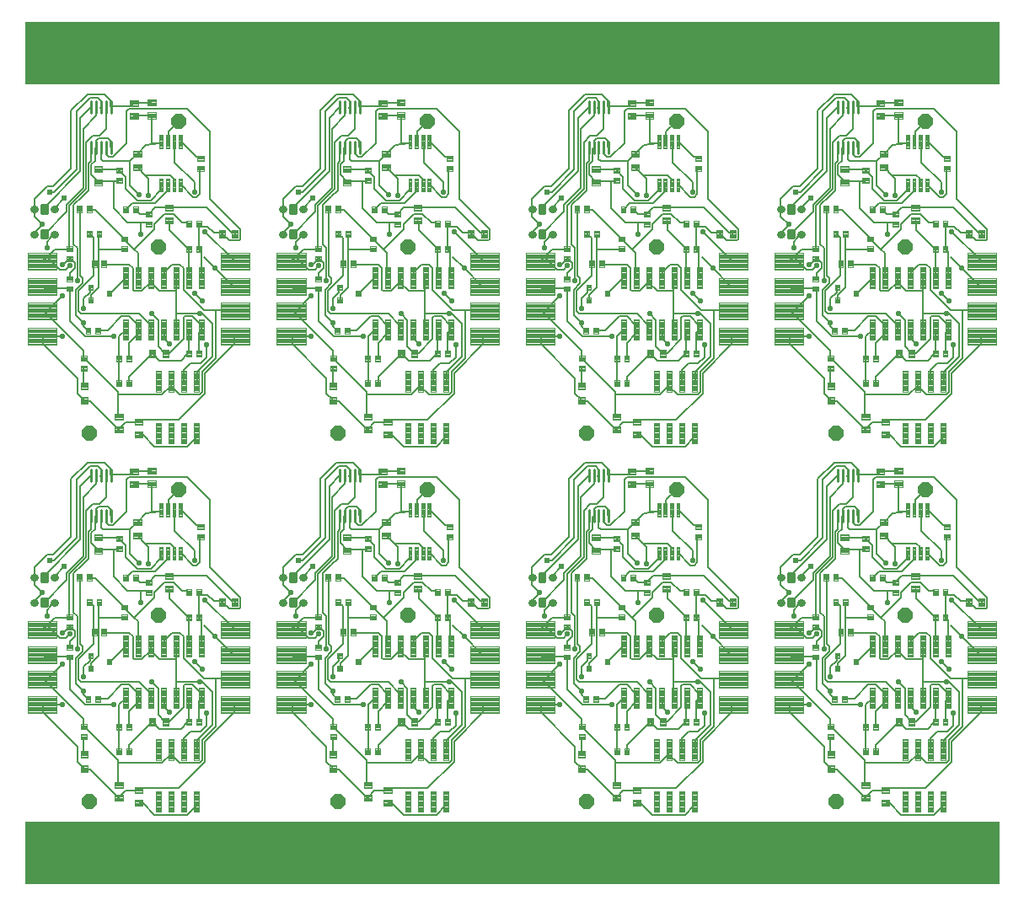
<source format=gbr>
G04 EAGLE Gerber RS-274X export*
G75*
%MOMM*%
%FSLAX34Y34*%
%LPD*%
%INTop Copper*%
%IPPOS*%
%AMOC8*
5,1,8,0,0,1.08239X$1,22.5*%
G01*
%ADD10R,98.000819X6.350000*%
%ADD11C,0.250000*%
%ADD12C,0.105000*%
%ADD13C,0.099000*%
%ADD14C,0.102000*%
%ADD15C,0.800000*%
%ADD16C,0.400000*%
%ADD17C,0.104000*%
%ADD18C,0.103631*%
%ADD19C,0.108000*%
%ADD20P,1.623585X8X202.500000*%
%ADD21C,1.000000*%
%ADD22C,1.500000*%
%ADD23C,0.127000*%
%ADD24C,0.554000*%
%ADD25C,0.604000*%
%ADD26C,0.152400*%


D10*
X490004Y-31750D03*
X490004Y771754D03*
D11*
X87000Y353250D02*
X87000Y341250D01*
X82000Y341250D02*
X82000Y353250D01*
X77000Y353250D02*
X77000Y341250D01*
X72000Y341250D02*
X72000Y353250D01*
X67000Y353250D02*
X67000Y341250D01*
X87000Y312750D02*
X87000Y300750D01*
X82000Y300750D02*
X82000Y312750D01*
X77000Y312750D02*
X77000Y300750D01*
X72000Y300750D02*
X72000Y312750D01*
X67000Y312750D02*
X67000Y300750D01*
D12*
X117353Y290159D02*
X117353Y284209D01*
X109403Y284209D01*
X109403Y290159D01*
X117353Y290159D01*
X117353Y285206D02*
X109403Y285206D01*
X109403Y286203D02*
X117353Y286203D01*
X117353Y287200D02*
X109403Y287200D01*
X109403Y288197D02*
X117353Y288197D01*
X117353Y289194D02*
X109403Y289194D01*
X117353Y297209D02*
X117353Y303159D01*
X117353Y297209D02*
X109403Y297209D01*
X109403Y303159D01*
X117353Y303159D01*
X117353Y298206D02*
X109403Y298206D01*
X109403Y299203D02*
X117353Y299203D01*
X117353Y300200D02*
X109403Y300200D01*
X109403Y301197D02*
X117353Y301197D01*
X117353Y302194D02*
X109403Y302194D01*
X77975Y274975D02*
X77975Y269025D01*
X70025Y269025D01*
X70025Y274975D01*
X77975Y274975D01*
X77975Y270022D02*
X70025Y270022D01*
X70025Y271019D02*
X77975Y271019D01*
X77975Y272016D02*
X70025Y272016D01*
X70025Y273013D02*
X77975Y273013D01*
X77975Y274010D02*
X70025Y274010D01*
X77975Y282025D02*
X77975Y287975D01*
X77975Y282025D02*
X70025Y282025D01*
X70025Y287975D01*
X77975Y287975D01*
X77975Y283022D02*
X70025Y283022D01*
X70025Y284019D02*
X77975Y284019D01*
X77975Y285016D02*
X70025Y285016D01*
X70025Y286013D02*
X77975Y286013D01*
X77975Y287010D02*
X70025Y287010D01*
X148975Y236475D02*
X148975Y230525D01*
X141025Y230525D01*
X141025Y236475D01*
X148975Y236475D01*
X148975Y231522D02*
X141025Y231522D01*
X141025Y232519D02*
X148975Y232519D01*
X148975Y233516D02*
X141025Y233516D01*
X141025Y234513D02*
X148975Y234513D01*
X148975Y235510D02*
X141025Y235510D01*
X148975Y243525D02*
X148975Y249475D01*
X148975Y243525D02*
X141025Y243525D01*
X141025Y249475D01*
X148975Y249475D01*
X148975Y244522D02*
X141025Y244522D01*
X141025Y245519D02*
X148975Y245519D01*
X148975Y246516D02*
X141025Y246516D01*
X141025Y247513D02*
X148975Y247513D01*
X148975Y248510D02*
X141025Y248510D01*
X195525Y216025D02*
X201475Y216025D01*
X195525Y216025D02*
X195525Y223975D01*
X201475Y223975D01*
X201475Y216025D01*
X201475Y217022D02*
X195525Y217022D01*
X195525Y218019D02*
X201475Y218019D01*
X201475Y219016D02*
X195525Y219016D01*
X195525Y220013D02*
X201475Y220013D01*
X201475Y221010D02*
X195525Y221010D01*
X195525Y222007D02*
X201475Y222007D01*
X201475Y223004D02*
X195525Y223004D01*
X208525Y216025D02*
X214475Y216025D01*
X208525Y216025D02*
X208525Y223975D01*
X214475Y223975D01*
X214475Y216025D01*
X214475Y217022D02*
X208525Y217022D01*
X208525Y218019D02*
X214475Y218019D01*
X214475Y219016D02*
X208525Y219016D01*
X208525Y220013D02*
X214475Y220013D01*
X214475Y221010D02*
X208525Y221010D01*
X208525Y222007D02*
X214475Y222007D01*
X214475Y223004D02*
X208525Y223004D01*
X131475Y96025D02*
X125525Y96025D01*
X125525Y103975D01*
X131475Y103975D01*
X131475Y96025D01*
X131475Y97022D02*
X125525Y97022D01*
X125525Y98019D02*
X131475Y98019D01*
X131475Y99016D02*
X125525Y99016D01*
X125525Y100013D02*
X131475Y100013D01*
X131475Y101010D02*
X125525Y101010D01*
X125525Y102007D02*
X131475Y102007D01*
X131475Y103004D02*
X125525Y103004D01*
X138525Y96025D02*
X144475Y96025D01*
X138525Y96025D02*
X138525Y103975D01*
X144475Y103975D01*
X144475Y96025D01*
X144475Y97022D02*
X138525Y97022D01*
X138525Y98019D02*
X144475Y98019D01*
X144475Y99016D02*
X138525Y99016D01*
X138525Y100013D02*
X144475Y100013D01*
X144475Y101010D02*
X138525Y101010D01*
X138525Y102007D02*
X144475Y102007D01*
X144475Y103004D02*
X138525Y103004D01*
X91025Y39475D02*
X91025Y33525D01*
X91025Y39475D02*
X98975Y39475D01*
X98975Y33525D01*
X91025Y33525D01*
X91025Y34522D02*
X98975Y34522D01*
X98975Y35519D02*
X91025Y35519D01*
X91025Y36516D02*
X98975Y36516D01*
X98975Y37513D02*
X91025Y37513D01*
X91025Y38510D02*
X98975Y38510D01*
X91025Y26475D02*
X91025Y20525D01*
X91025Y26475D02*
X98975Y26475D01*
X98975Y20525D01*
X91025Y20525D01*
X91025Y21522D02*
X98975Y21522D01*
X98975Y22519D02*
X91025Y22519D01*
X91025Y23516D02*
X98975Y23516D01*
X98975Y24513D02*
X91025Y24513D01*
X91025Y25510D02*
X98975Y25510D01*
X118975Y21475D02*
X118975Y15525D01*
X111025Y15525D01*
X111025Y21475D01*
X118975Y21475D01*
X118975Y16522D02*
X111025Y16522D01*
X111025Y17519D02*
X118975Y17519D01*
X118975Y18516D02*
X111025Y18516D01*
X111025Y19513D02*
X118975Y19513D01*
X118975Y20510D02*
X111025Y20510D01*
X118975Y28525D02*
X118975Y34475D01*
X118975Y28525D02*
X111025Y28525D01*
X111025Y34475D01*
X118975Y34475D01*
X118975Y29522D02*
X111025Y29522D01*
X111025Y30519D02*
X118975Y30519D01*
X118975Y31516D02*
X111025Y31516D01*
X111025Y32513D02*
X118975Y32513D01*
X118975Y33510D02*
X111025Y33510D01*
X113975Y335525D02*
X113975Y341475D01*
X113975Y335525D02*
X106025Y335525D01*
X106025Y341475D01*
X113975Y341475D01*
X113975Y336522D02*
X106025Y336522D01*
X106025Y337519D02*
X113975Y337519D01*
X113975Y338516D02*
X106025Y338516D01*
X106025Y339513D02*
X113975Y339513D01*
X113975Y340510D02*
X106025Y340510D01*
X113975Y348525D02*
X113975Y354475D01*
X113975Y348525D02*
X106025Y348525D01*
X106025Y354475D01*
X113975Y354475D01*
X113975Y349522D02*
X106025Y349522D01*
X106025Y350519D02*
X113975Y350519D01*
X113975Y351516D02*
X106025Y351516D01*
X106025Y352513D02*
X113975Y352513D01*
X113975Y353510D02*
X106025Y353510D01*
X131975Y341975D02*
X131975Y336025D01*
X124025Y336025D01*
X124025Y341975D01*
X131975Y341975D01*
X131975Y337022D02*
X124025Y337022D01*
X124025Y338019D02*
X131975Y338019D01*
X131975Y339016D02*
X124025Y339016D01*
X124025Y340013D02*
X131975Y340013D01*
X131975Y341010D02*
X124025Y341010D01*
X131975Y349025D02*
X131975Y354975D01*
X131975Y349025D02*
X124025Y349025D01*
X124025Y354975D01*
X131975Y354975D01*
X131975Y350022D02*
X124025Y350022D01*
X124025Y351019D02*
X131975Y351019D01*
X131975Y352016D02*
X124025Y352016D01*
X124025Y353013D02*
X131975Y353013D01*
X131975Y354010D02*
X124025Y354010D01*
D13*
X64495Y169005D02*
X64495Y163995D01*
X64495Y169005D02*
X69005Y169005D01*
X69005Y163995D01*
X64495Y163995D01*
X64495Y164935D02*
X69005Y164935D01*
X69005Y165875D02*
X64495Y165875D01*
X64495Y166815D02*
X69005Y166815D01*
X69005Y167755D02*
X64495Y167755D01*
X64495Y168695D02*
X69005Y168695D01*
X64495Y156005D02*
X64495Y150995D01*
X64495Y156005D02*
X69005Y156005D01*
X69005Y150995D01*
X64495Y150995D01*
X64495Y151935D02*
X69005Y151935D01*
X69005Y152875D02*
X64495Y152875D01*
X64495Y153815D02*
X69005Y153815D01*
X69005Y154755D02*
X64495Y154755D01*
X64495Y155695D02*
X69005Y155695D01*
X82995Y157495D02*
X82995Y162505D01*
X87505Y162505D01*
X87505Y157495D01*
X82995Y157495D01*
X82995Y158435D02*
X87505Y158435D01*
X87505Y159375D02*
X82995Y159375D01*
X82995Y160315D02*
X87505Y160315D01*
X87505Y161255D02*
X82995Y161255D01*
X82995Y162195D02*
X87505Y162195D01*
D14*
X162910Y186490D02*
X167890Y186490D01*
X167890Y165510D01*
X162910Y165510D01*
X162910Y186490D01*
X162910Y166479D02*
X167890Y166479D01*
X167890Y167448D02*
X162910Y167448D01*
X162910Y168417D02*
X167890Y168417D01*
X167890Y169386D02*
X162910Y169386D01*
X162910Y170355D02*
X167890Y170355D01*
X167890Y171324D02*
X162910Y171324D01*
X162910Y172293D02*
X167890Y172293D01*
X167890Y173262D02*
X162910Y173262D01*
X162910Y174231D02*
X167890Y174231D01*
X167890Y175200D02*
X162910Y175200D01*
X162910Y176169D02*
X167890Y176169D01*
X167890Y177138D02*
X162910Y177138D01*
X162910Y178107D02*
X167890Y178107D01*
X167890Y179076D02*
X162910Y179076D01*
X162910Y180045D02*
X167890Y180045D01*
X167890Y181014D02*
X162910Y181014D01*
X162910Y181983D02*
X167890Y181983D01*
X167890Y182952D02*
X162910Y182952D01*
X162910Y183921D02*
X167890Y183921D01*
X167890Y184890D02*
X162910Y184890D01*
X162910Y185859D02*
X167890Y185859D01*
X167890Y134490D02*
X162910Y134490D01*
X167890Y134490D02*
X167890Y113510D01*
X162910Y113510D01*
X162910Y134490D01*
X162910Y114479D02*
X167890Y114479D01*
X167890Y115448D02*
X162910Y115448D01*
X162910Y116417D02*
X167890Y116417D01*
X167890Y117386D02*
X162910Y117386D01*
X162910Y118355D02*
X167890Y118355D01*
X167890Y119324D02*
X162910Y119324D01*
X162910Y120293D02*
X167890Y120293D01*
X167890Y121262D02*
X162910Y121262D01*
X162910Y122231D02*
X167890Y122231D01*
X167890Y123200D02*
X162910Y123200D01*
X162910Y124169D02*
X167890Y124169D01*
X167890Y125138D02*
X162910Y125138D01*
X162910Y126107D02*
X167890Y126107D01*
X167890Y127076D02*
X162910Y127076D01*
X162910Y128045D02*
X167890Y128045D01*
X167890Y129014D02*
X162910Y129014D01*
X162910Y129983D02*
X167890Y129983D01*
X167890Y130952D02*
X162910Y130952D01*
X162910Y131921D02*
X167890Y131921D01*
X167890Y132890D02*
X162910Y132890D01*
X162910Y133859D02*
X167890Y133859D01*
X175610Y186490D02*
X180590Y186490D01*
X180590Y165510D01*
X175610Y165510D01*
X175610Y186490D01*
X175610Y166479D02*
X180590Y166479D01*
X180590Y167448D02*
X175610Y167448D01*
X175610Y168417D02*
X180590Y168417D01*
X180590Y169386D02*
X175610Y169386D01*
X175610Y170355D02*
X180590Y170355D01*
X180590Y171324D02*
X175610Y171324D01*
X175610Y172293D02*
X180590Y172293D01*
X180590Y173262D02*
X175610Y173262D01*
X175610Y174231D02*
X180590Y174231D01*
X180590Y175200D02*
X175610Y175200D01*
X175610Y176169D02*
X180590Y176169D01*
X180590Y177138D02*
X175610Y177138D01*
X175610Y178107D02*
X180590Y178107D01*
X180590Y179076D02*
X175610Y179076D01*
X175610Y180045D02*
X180590Y180045D01*
X180590Y181014D02*
X175610Y181014D01*
X175610Y181983D02*
X180590Y181983D01*
X180590Y182952D02*
X175610Y182952D01*
X175610Y183921D02*
X180590Y183921D01*
X180590Y184890D02*
X175610Y184890D01*
X175610Y185859D02*
X180590Y185859D01*
X155190Y186490D02*
X150210Y186490D01*
X155190Y186490D02*
X155190Y165510D01*
X150210Y165510D01*
X150210Y186490D01*
X150210Y166479D02*
X155190Y166479D01*
X155190Y167448D02*
X150210Y167448D01*
X150210Y168417D02*
X155190Y168417D01*
X155190Y169386D02*
X150210Y169386D01*
X150210Y170355D02*
X155190Y170355D01*
X155190Y171324D02*
X150210Y171324D01*
X150210Y172293D02*
X155190Y172293D01*
X155190Y173262D02*
X150210Y173262D01*
X150210Y174231D02*
X155190Y174231D01*
X155190Y175200D02*
X150210Y175200D01*
X150210Y176169D02*
X155190Y176169D01*
X155190Y177138D02*
X150210Y177138D01*
X150210Y178107D02*
X155190Y178107D01*
X155190Y179076D02*
X150210Y179076D01*
X150210Y180045D02*
X155190Y180045D01*
X155190Y181014D02*
X150210Y181014D01*
X150210Y181983D02*
X155190Y181983D01*
X155190Y182952D02*
X150210Y182952D01*
X150210Y183921D02*
X155190Y183921D01*
X155190Y184890D02*
X150210Y184890D01*
X150210Y185859D02*
X155190Y185859D01*
X142490Y186490D02*
X137510Y186490D01*
X142490Y186490D02*
X142490Y165510D01*
X137510Y165510D01*
X137510Y186490D01*
X137510Y166479D02*
X142490Y166479D01*
X142490Y167448D02*
X137510Y167448D01*
X137510Y168417D02*
X142490Y168417D01*
X142490Y169386D02*
X137510Y169386D01*
X137510Y170355D02*
X142490Y170355D01*
X142490Y171324D02*
X137510Y171324D01*
X137510Y172293D02*
X142490Y172293D01*
X142490Y173262D02*
X137510Y173262D01*
X137510Y174231D02*
X142490Y174231D01*
X142490Y175200D02*
X137510Y175200D01*
X137510Y176169D02*
X142490Y176169D01*
X142490Y177138D02*
X137510Y177138D01*
X137510Y178107D02*
X142490Y178107D01*
X142490Y179076D02*
X137510Y179076D01*
X137510Y180045D02*
X142490Y180045D01*
X142490Y181014D02*
X137510Y181014D01*
X137510Y181983D02*
X142490Y181983D01*
X142490Y182952D02*
X137510Y182952D01*
X137510Y183921D02*
X142490Y183921D01*
X142490Y184890D02*
X137510Y184890D01*
X137510Y185859D02*
X142490Y185859D01*
X175610Y134490D02*
X180590Y134490D01*
X180590Y113510D01*
X175610Y113510D01*
X175610Y134490D01*
X175610Y114479D02*
X180590Y114479D01*
X180590Y115448D02*
X175610Y115448D01*
X175610Y116417D02*
X180590Y116417D01*
X180590Y117386D02*
X175610Y117386D01*
X175610Y118355D02*
X180590Y118355D01*
X180590Y119324D02*
X175610Y119324D01*
X175610Y120293D02*
X180590Y120293D01*
X180590Y121262D02*
X175610Y121262D01*
X175610Y122231D02*
X180590Y122231D01*
X180590Y123200D02*
X175610Y123200D01*
X175610Y124169D02*
X180590Y124169D01*
X180590Y125138D02*
X175610Y125138D01*
X175610Y126107D02*
X180590Y126107D01*
X180590Y127076D02*
X175610Y127076D01*
X175610Y128045D02*
X180590Y128045D01*
X180590Y129014D02*
X175610Y129014D01*
X175610Y129983D02*
X180590Y129983D01*
X180590Y130952D02*
X175610Y130952D01*
X175610Y131921D02*
X180590Y131921D01*
X180590Y132890D02*
X175610Y132890D01*
X175610Y133859D02*
X180590Y133859D01*
X155190Y134490D02*
X150210Y134490D01*
X155190Y134490D02*
X155190Y113510D01*
X150210Y113510D01*
X150210Y134490D01*
X150210Y114479D02*
X155190Y114479D01*
X155190Y115448D02*
X150210Y115448D01*
X150210Y116417D02*
X155190Y116417D01*
X155190Y117386D02*
X150210Y117386D01*
X150210Y118355D02*
X155190Y118355D01*
X155190Y119324D02*
X150210Y119324D01*
X150210Y120293D02*
X155190Y120293D01*
X155190Y121262D02*
X150210Y121262D01*
X150210Y122231D02*
X155190Y122231D01*
X155190Y123200D02*
X150210Y123200D01*
X150210Y124169D02*
X155190Y124169D01*
X155190Y125138D02*
X150210Y125138D01*
X150210Y126107D02*
X155190Y126107D01*
X155190Y127076D02*
X150210Y127076D01*
X150210Y128045D02*
X155190Y128045D01*
X155190Y129014D02*
X150210Y129014D01*
X150210Y129983D02*
X155190Y129983D01*
X155190Y130952D02*
X150210Y130952D01*
X150210Y131921D02*
X155190Y131921D01*
X155190Y132890D02*
X150210Y132890D01*
X150210Y133859D02*
X155190Y133859D01*
X142490Y134490D02*
X137510Y134490D01*
X142490Y134490D02*
X142490Y113510D01*
X137510Y113510D01*
X137510Y134490D01*
X137510Y114479D02*
X142490Y114479D01*
X142490Y115448D02*
X137510Y115448D01*
X137510Y116417D02*
X142490Y116417D01*
X142490Y117386D02*
X137510Y117386D01*
X137510Y118355D02*
X142490Y118355D01*
X142490Y119324D02*
X137510Y119324D01*
X137510Y120293D02*
X142490Y120293D01*
X142490Y121262D02*
X137510Y121262D01*
X137510Y122231D02*
X142490Y122231D01*
X142490Y123200D02*
X137510Y123200D01*
X137510Y124169D02*
X142490Y124169D01*
X142490Y125138D02*
X137510Y125138D01*
X137510Y126107D02*
X142490Y126107D01*
X142490Y127076D02*
X137510Y127076D01*
X137510Y128045D02*
X142490Y128045D01*
X142490Y129014D02*
X137510Y129014D01*
X137510Y129983D02*
X142490Y129983D01*
X142490Y130952D02*
X137510Y130952D01*
X137510Y131921D02*
X142490Y131921D01*
X142490Y132890D02*
X137510Y132890D01*
X137510Y133859D02*
X142490Y133859D01*
X117090Y186490D02*
X112110Y186490D01*
X117090Y186490D02*
X117090Y165510D01*
X112110Y165510D01*
X112110Y186490D01*
X112110Y166479D02*
X117090Y166479D01*
X117090Y167448D02*
X112110Y167448D01*
X112110Y168417D02*
X117090Y168417D01*
X117090Y169386D02*
X112110Y169386D01*
X112110Y170355D02*
X117090Y170355D01*
X117090Y171324D02*
X112110Y171324D01*
X112110Y172293D02*
X117090Y172293D01*
X117090Y173262D02*
X112110Y173262D01*
X112110Y174231D02*
X117090Y174231D01*
X117090Y175200D02*
X112110Y175200D01*
X112110Y176169D02*
X117090Y176169D01*
X117090Y177138D02*
X112110Y177138D01*
X112110Y178107D02*
X117090Y178107D01*
X117090Y179076D02*
X112110Y179076D01*
X112110Y180045D02*
X117090Y180045D01*
X117090Y181014D02*
X112110Y181014D01*
X112110Y181983D02*
X117090Y181983D01*
X117090Y182952D02*
X112110Y182952D01*
X112110Y183921D02*
X117090Y183921D01*
X117090Y184890D02*
X112110Y184890D01*
X112110Y185859D02*
X117090Y185859D01*
X117090Y134490D02*
X112110Y134490D01*
X117090Y134490D02*
X117090Y113510D01*
X112110Y113510D01*
X112110Y134490D01*
X112110Y114479D02*
X117090Y114479D01*
X117090Y115448D02*
X112110Y115448D01*
X112110Y116417D02*
X117090Y116417D01*
X117090Y117386D02*
X112110Y117386D01*
X112110Y118355D02*
X117090Y118355D01*
X117090Y119324D02*
X112110Y119324D01*
X112110Y120293D02*
X117090Y120293D01*
X117090Y121262D02*
X112110Y121262D01*
X112110Y122231D02*
X117090Y122231D01*
X117090Y123200D02*
X112110Y123200D01*
X112110Y124169D02*
X117090Y124169D01*
X117090Y125138D02*
X112110Y125138D01*
X112110Y126107D02*
X117090Y126107D01*
X117090Y127076D02*
X112110Y127076D01*
X112110Y128045D02*
X117090Y128045D01*
X117090Y129014D02*
X112110Y129014D01*
X112110Y129983D02*
X117090Y129983D01*
X117090Y130952D02*
X112110Y130952D01*
X112110Y131921D02*
X117090Y131921D01*
X117090Y132890D02*
X112110Y132890D01*
X112110Y133859D02*
X117090Y133859D01*
X124810Y186490D02*
X129790Y186490D01*
X129790Y165510D01*
X124810Y165510D01*
X124810Y186490D01*
X124810Y166479D02*
X129790Y166479D01*
X129790Y167448D02*
X124810Y167448D01*
X124810Y168417D02*
X129790Y168417D01*
X129790Y169386D02*
X124810Y169386D01*
X124810Y170355D02*
X129790Y170355D01*
X129790Y171324D02*
X124810Y171324D01*
X124810Y172293D02*
X129790Y172293D01*
X129790Y173262D02*
X124810Y173262D01*
X124810Y174231D02*
X129790Y174231D01*
X129790Y175200D02*
X124810Y175200D01*
X124810Y176169D02*
X129790Y176169D01*
X129790Y177138D02*
X124810Y177138D01*
X124810Y178107D02*
X129790Y178107D01*
X129790Y179076D02*
X124810Y179076D01*
X124810Y180045D02*
X129790Y180045D01*
X129790Y181014D02*
X124810Y181014D01*
X124810Y181983D02*
X129790Y181983D01*
X129790Y182952D02*
X124810Y182952D01*
X124810Y183921D02*
X129790Y183921D01*
X129790Y184890D02*
X124810Y184890D01*
X124810Y185859D02*
X129790Y185859D01*
X104390Y186490D02*
X99410Y186490D01*
X104390Y186490D02*
X104390Y165510D01*
X99410Y165510D01*
X99410Y186490D01*
X99410Y166479D02*
X104390Y166479D01*
X104390Y167448D02*
X99410Y167448D01*
X99410Y168417D02*
X104390Y168417D01*
X104390Y169386D02*
X99410Y169386D01*
X99410Y170355D02*
X104390Y170355D01*
X104390Y171324D02*
X99410Y171324D01*
X99410Y172293D02*
X104390Y172293D01*
X104390Y173262D02*
X99410Y173262D01*
X99410Y174231D02*
X104390Y174231D01*
X104390Y175200D02*
X99410Y175200D01*
X99410Y176169D02*
X104390Y176169D01*
X104390Y177138D02*
X99410Y177138D01*
X99410Y178107D02*
X104390Y178107D01*
X104390Y179076D02*
X99410Y179076D01*
X99410Y180045D02*
X104390Y180045D01*
X104390Y181014D02*
X99410Y181014D01*
X99410Y181983D02*
X104390Y181983D01*
X104390Y182952D02*
X99410Y182952D01*
X99410Y183921D02*
X104390Y183921D01*
X104390Y184890D02*
X99410Y184890D01*
X99410Y185859D02*
X104390Y185859D01*
X124810Y134490D02*
X129790Y134490D01*
X129790Y113510D01*
X124810Y113510D01*
X124810Y134490D01*
X124810Y114479D02*
X129790Y114479D01*
X129790Y115448D02*
X124810Y115448D01*
X124810Y116417D02*
X129790Y116417D01*
X129790Y117386D02*
X124810Y117386D01*
X124810Y118355D02*
X129790Y118355D01*
X129790Y119324D02*
X124810Y119324D01*
X124810Y120293D02*
X129790Y120293D01*
X129790Y121262D02*
X124810Y121262D01*
X124810Y122231D02*
X129790Y122231D01*
X129790Y123200D02*
X124810Y123200D01*
X124810Y124169D02*
X129790Y124169D01*
X129790Y125138D02*
X124810Y125138D01*
X124810Y126107D02*
X129790Y126107D01*
X129790Y127076D02*
X124810Y127076D01*
X124810Y128045D02*
X129790Y128045D01*
X129790Y129014D02*
X124810Y129014D01*
X124810Y129983D02*
X129790Y129983D01*
X129790Y130952D02*
X124810Y130952D01*
X124810Y131921D02*
X129790Y131921D01*
X129790Y132890D02*
X124810Y132890D01*
X124810Y133859D02*
X129790Y133859D01*
X104390Y134490D02*
X99410Y134490D01*
X104390Y134490D02*
X104390Y113510D01*
X99410Y113510D01*
X99410Y134490D01*
X99410Y114479D02*
X104390Y114479D01*
X104390Y115448D02*
X99410Y115448D01*
X99410Y116417D02*
X104390Y116417D01*
X104390Y117386D02*
X99410Y117386D01*
X99410Y118355D02*
X104390Y118355D01*
X104390Y119324D02*
X99410Y119324D01*
X99410Y120293D02*
X104390Y120293D01*
X104390Y121262D02*
X99410Y121262D01*
X99410Y122231D02*
X104390Y122231D01*
X104390Y123200D02*
X99410Y123200D01*
X99410Y124169D02*
X104390Y124169D01*
X104390Y125138D02*
X99410Y125138D01*
X99410Y126107D02*
X104390Y126107D01*
X104390Y127076D02*
X99410Y127076D01*
X99410Y128045D02*
X104390Y128045D01*
X104390Y129014D02*
X99410Y129014D01*
X99410Y129983D02*
X104390Y129983D01*
X104390Y130952D02*
X99410Y130952D01*
X99410Y131921D02*
X104390Y131921D01*
X104390Y132890D02*
X99410Y132890D01*
X99410Y133859D02*
X104390Y133859D01*
D15*
X30605Y220000D02*
X29715Y220000D01*
D16*
X18000Y217000D02*
X18000Y223000D01*
X22000Y223000D01*
X22000Y217000D01*
X18000Y217000D01*
X18000Y220800D02*
X22000Y220800D01*
D15*
X10285Y220000D02*
X9395Y220000D01*
X29715Y245000D02*
X30605Y245000D01*
D16*
X18000Y242000D02*
X18000Y248000D01*
X22000Y248000D01*
X22000Y242000D01*
X18000Y242000D01*
X18000Y245800D02*
X22000Y245800D01*
D15*
X10285Y245000D02*
X9395Y245000D01*
D17*
X56520Y55980D02*
X63480Y55980D01*
X63480Y49020D01*
X56520Y49020D01*
X56520Y55980D01*
X56520Y50008D02*
X63480Y50008D01*
X63480Y50996D02*
X56520Y50996D01*
X56520Y51984D02*
X63480Y51984D01*
X63480Y52972D02*
X56520Y52972D01*
X56520Y53960D02*
X63480Y53960D01*
X63480Y54948D02*
X56520Y54948D01*
X56520Y55936D02*
X63480Y55936D01*
X63480Y70980D02*
X56520Y70980D01*
X63480Y70980D02*
X63480Y64020D01*
X56520Y64020D01*
X56520Y70980D01*
X56520Y65008D02*
X63480Y65008D01*
X63480Y65996D02*
X56520Y65996D01*
X56520Y66984D02*
X63480Y66984D01*
X63480Y67972D02*
X56520Y67972D01*
X56520Y68960D02*
X63480Y68960D01*
X63480Y69948D02*
X56520Y69948D01*
X56520Y70936D02*
X63480Y70936D01*
D18*
X155011Y306250D02*
X155011Y319438D01*
X158293Y319438D01*
X158293Y306250D01*
X155011Y306250D01*
X155011Y307234D02*
X158293Y307234D01*
X158293Y308218D02*
X155011Y308218D01*
X155011Y309202D02*
X158293Y309202D01*
X158293Y310186D02*
X155011Y310186D01*
X155011Y311170D02*
X158293Y311170D01*
X158293Y312154D02*
X155011Y312154D01*
X155011Y313138D02*
X158293Y313138D01*
X158293Y314122D02*
X155011Y314122D01*
X155011Y315106D02*
X158293Y315106D01*
X158293Y316090D02*
X155011Y316090D01*
X155011Y317074D02*
X158293Y317074D01*
X158293Y318058D02*
X155011Y318058D01*
X155011Y319042D02*
X158293Y319042D01*
X148661Y319438D02*
X148661Y306250D01*
X148661Y319438D02*
X151943Y319438D01*
X151943Y306250D01*
X148661Y306250D01*
X148661Y307234D02*
X151943Y307234D01*
X151943Y308218D02*
X148661Y308218D01*
X148661Y309202D02*
X151943Y309202D01*
X151943Y310186D02*
X148661Y310186D01*
X148661Y311170D02*
X151943Y311170D01*
X151943Y312154D02*
X148661Y312154D01*
X148661Y313138D02*
X151943Y313138D01*
X151943Y314122D02*
X148661Y314122D01*
X148661Y315106D02*
X151943Y315106D01*
X151943Y316090D02*
X148661Y316090D01*
X148661Y317074D02*
X151943Y317074D01*
X151943Y318058D02*
X148661Y318058D01*
X148661Y319042D02*
X151943Y319042D01*
X142057Y319438D02*
X142057Y306250D01*
X142057Y319438D02*
X145339Y319438D01*
X145339Y306250D01*
X142057Y306250D01*
X142057Y307234D02*
X145339Y307234D01*
X145339Y308218D02*
X142057Y308218D01*
X142057Y309202D02*
X145339Y309202D01*
X145339Y310186D02*
X142057Y310186D01*
X142057Y311170D02*
X145339Y311170D01*
X145339Y312154D02*
X142057Y312154D01*
X142057Y313138D02*
X145339Y313138D01*
X145339Y314122D02*
X142057Y314122D01*
X142057Y315106D02*
X145339Y315106D01*
X145339Y316090D02*
X142057Y316090D01*
X142057Y317074D02*
X145339Y317074D01*
X145339Y318058D02*
X142057Y318058D01*
X142057Y319042D02*
X145339Y319042D01*
X135707Y319438D02*
X135707Y306250D01*
X135707Y319438D02*
X138989Y319438D01*
X138989Y306250D01*
X135707Y306250D01*
X135707Y307234D02*
X138989Y307234D01*
X138989Y308218D02*
X135707Y308218D01*
X135707Y309202D02*
X138989Y309202D01*
X138989Y310186D02*
X135707Y310186D01*
X135707Y311170D02*
X138989Y311170D01*
X138989Y312154D02*
X135707Y312154D01*
X135707Y313138D02*
X138989Y313138D01*
X138989Y314122D02*
X135707Y314122D01*
X135707Y315106D02*
X138989Y315106D01*
X138989Y316090D02*
X135707Y316090D01*
X135707Y317074D02*
X138989Y317074D01*
X138989Y318058D02*
X135707Y318058D01*
X135707Y319042D02*
X138989Y319042D01*
X135707Y275750D02*
X135707Y262562D01*
X135707Y275750D02*
X138989Y275750D01*
X138989Y262562D01*
X135707Y262562D01*
X135707Y263546D02*
X138989Y263546D01*
X138989Y264530D02*
X135707Y264530D01*
X135707Y265514D02*
X138989Y265514D01*
X138989Y266498D02*
X135707Y266498D01*
X135707Y267482D02*
X138989Y267482D01*
X138989Y268466D02*
X135707Y268466D01*
X135707Y269450D02*
X138989Y269450D01*
X138989Y270434D02*
X135707Y270434D01*
X135707Y271418D02*
X138989Y271418D01*
X138989Y272402D02*
X135707Y272402D01*
X135707Y273386D02*
X138989Y273386D01*
X138989Y274370D02*
X135707Y274370D01*
X135707Y275354D02*
X138989Y275354D01*
X142057Y275750D02*
X142057Y262562D01*
X142057Y275750D02*
X145339Y275750D01*
X145339Y262562D01*
X142057Y262562D01*
X142057Y263546D02*
X145339Y263546D01*
X145339Y264530D02*
X142057Y264530D01*
X142057Y265514D02*
X145339Y265514D01*
X145339Y266498D02*
X142057Y266498D01*
X142057Y267482D02*
X145339Y267482D01*
X145339Y268466D02*
X142057Y268466D01*
X142057Y269450D02*
X145339Y269450D01*
X145339Y270434D02*
X142057Y270434D01*
X142057Y271418D02*
X145339Y271418D01*
X145339Y272402D02*
X142057Y272402D01*
X142057Y273386D02*
X145339Y273386D01*
X145339Y274370D02*
X142057Y274370D01*
X142057Y275354D02*
X145339Y275354D01*
X148661Y275750D02*
X148661Y262562D01*
X148661Y275750D02*
X151943Y275750D01*
X151943Y262562D01*
X148661Y262562D01*
X148661Y263546D02*
X151943Y263546D01*
X151943Y264530D02*
X148661Y264530D01*
X148661Y265514D02*
X151943Y265514D01*
X151943Y266498D02*
X148661Y266498D01*
X148661Y267482D02*
X151943Y267482D01*
X151943Y268466D02*
X148661Y268466D01*
X148661Y269450D02*
X151943Y269450D01*
X151943Y270434D02*
X148661Y270434D01*
X148661Y271418D02*
X151943Y271418D01*
X151943Y272402D02*
X148661Y272402D01*
X148661Y273386D02*
X151943Y273386D01*
X151943Y274370D02*
X148661Y274370D01*
X148661Y275354D02*
X151943Y275354D01*
X155011Y275750D02*
X155011Y262562D01*
X155011Y275750D02*
X158293Y275750D01*
X158293Y262562D01*
X155011Y262562D01*
X155011Y263546D02*
X158293Y263546D01*
X158293Y264530D02*
X155011Y264530D01*
X155011Y265514D02*
X158293Y265514D01*
X158293Y266498D02*
X155011Y266498D01*
X155011Y267482D02*
X158293Y267482D01*
X158293Y268466D02*
X155011Y268466D01*
X155011Y269450D02*
X158293Y269450D01*
X158293Y270434D02*
X155011Y270434D01*
X155011Y271418D02*
X158293Y271418D01*
X158293Y272402D02*
X155011Y272402D01*
X155011Y273386D02*
X158293Y273386D01*
X158293Y274370D02*
X155011Y274370D01*
X155011Y275354D02*
X158293Y275354D01*
D14*
X174010Y293510D02*
X174010Y298490D01*
X179990Y298490D01*
X179990Y293510D01*
X174010Y293510D01*
X174010Y294479D02*
X179990Y294479D01*
X179990Y295448D02*
X174010Y295448D01*
X174010Y296417D02*
X179990Y296417D01*
X179990Y297386D02*
X174010Y297386D01*
X174010Y298355D02*
X179990Y298355D01*
X174010Y288490D02*
X174010Y283510D01*
X174010Y288490D02*
X179990Y288490D01*
X179990Y283510D01*
X174010Y283510D01*
X174010Y284479D02*
X179990Y284479D01*
X179990Y285448D02*
X174010Y285448D01*
X174010Y286417D02*
X179990Y286417D01*
X179990Y287386D02*
X174010Y287386D01*
X174010Y288355D02*
X179990Y288355D01*
X107490Y97990D02*
X102510Y97990D01*
X107490Y97990D02*
X107490Y92010D01*
X102510Y92010D01*
X102510Y97990D01*
X102510Y92979D02*
X107490Y92979D01*
X107490Y93948D02*
X102510Y93948D01*
X102510Y94917D02*
X107490Y94917D01*
X107490Y95886D02*
X102510Y95886D01*
X102510Y96855D02*
X107490Y96855D01*
X107490Y97824D02*
X102510Y97824D01*
X97490Y97990D02*
X92510Y97990D01*
X97490Y97990D02*
X97490Y92010D01*
X92510Y92010D01*
X92510Y97990D01*
X92510Y92979D02*
X97490Y92979D01*
X97490Y93948D02*
X92510Y93948D01*
X92510Y94917D02*
X97490Y94917D01*
X97490Y95886D02*
X92510Y95886D01*
X92510Y96855D02*
X97490Y96855D01*
X97490Y97824D02*
X92510Y97824D01*
X92510Y67010D02*
X97490Y67010D01*
X92510Y67010D02*
X92510Y72990D01*
X97490Y72990D01*
X97490Y67010D01*
X97490Y67979D02*
X92510Y67979D01*
X92510Y68948D02*
X97490Y68948D01*
X97490Y69917D02*
X92510Y69917D01*
X92510Y70886D02*
X97490Y70886D01*
X97490Y71855D02*
X92510Y71855D01*
X92510Y72824D02*
X97490Y72824D01*
X102510Y67010D02*
X107490Y67010D01*
X102510Y67010D02*
X102510Y72990D01*
X107490Y72990D01*
X107490Y67010D01*
X107490Y67979D02*
X102510Y67979D01*
X102510Y68948D02*
X107490Y68948D01*
X107490Y69917D02*
X102510Y69917D01*
X102510Y70886D02*
X107490Y70886D01*
X107490Y71855D02*
X102510Y71855D01*
X102510Y72824D02*
X107490Y72824D01*
X82490Y192990D02*
X77510Y192990D01*
X82490Y192990D02*
X82490Y187010D01*
X77510Y187010D01*
X77510Y192990D01*
X77510Y187979D02*
X82490Y187979D01*
X82490Y188948D02*
X77510Y188948D01*
X77510Y189917D02*
X82490Y189917D01*
X82490Y190886D02*
X77510Y190886D01*
X77510Y191855D02*
X82490Y191855D01*
X82490Y192824D02*
X77510Y192824D01*
X72490Y192990D02*
X67510Y192990D01*
X72490Y192990D02*
X72490Y187010D01*
X67510Y187010D01*
X67510Y192990D01*
X67510Y187979D02*
X72490Y187979D01*
X72490Y188948D02*
X67510Y188948D01*
X67510Y189917D02*
X72490Y189917D01*
X72490Y190886D02*
X67510Y190886D01*
X67510Y191855D02*
X72490Y191855D01*
X72490Y192824D02*
X67510Y192824D01*
X99164Y241411D02*
X104144Y241411D01*
X99164Y241411D02*
X99164Y247391D01*
X104144Y247391D01*
X104144Y241411D01*
X104144Y242380D02*
X99164Y242380D01*
X99164Y243349D02*
X104144Y243349D01*
X104144Y244318D02*
X99164Y244318D01*
X99164Y245287D02*
X104144Y245287D01*
X104144Y246256D02*
X99164Y246256D01*
X99164Y247225D02*
X104144Y247225D01*
X109164Y241411D02*
X114144Y241411D01*
X109164Y241411D02*
X109164Y247391D01*
X114144Y247391D01*
X114144Y241411D01*
X114144Y242380D02*
X109164Y242380D01*
X109164Y243349D02*
X114144Y243349D01*
X114144Y244318D02*
X109164Y244318D01*
X109164Y245287D02*
X114144Y245287D01*
X114144Y246256D02*
X109164Y246256D01*
X109164Y247225D02*
X114144Y247225D01*
X67490Y217010D02*
X62510Y217010D01*
X62510Y222990D01*
X67490Y222990D01*
X67490Y217010D01*
X67490Y217979D02*
X62510Y217979D01*
X62510Y218948D02*
X67490Y218948D01*
X67490Y219917D02*
X62510Y219917D01*
X62510Y220886D02*
X67490Y220886D01*
X67490Y221855D02*
X62510Y221855D01*
X62510Y222824D02*
X67490Y222824D01*
X72510Y217010D02*
X77490Y217010D01*
X72510Y217010D02*
X72510Y222990D01*
X77490Y222990D01*
X77490Y217010D01*
X77490Y217979D02*
X72510Y217979D01*
X72510Y218948D02*
X77490Y218948D01*
X77490Y219917D02*
X72510Y219917D01*
X72510Y220886D02*
X77490Y220886D01*
X77490Y221855D02*
X72510Y221855D01*
X72510Y222824D02*
X77490Y222824D01*
X57010Y97490D02*
X57010Y92510D01*
X57010Y97490D02*
X62990Y97490D01*
X62990Y92510D01*
X57010Y92510D01*
X57010Y93479D02*
X62990Y93479D01*
X62990Y94448D02*
X57010Y94448D01*
X57010Y95417D02*
X62990Y95417D01*
X62990Y96386D02*
X57010Y96386D01*
X57010Y97355D02*
X62990Y97355D01*
X57010Y87490D02*
X57010Y82510D01*
X57010Y87490D02*
X62990Y87490D01*
X62990Y82510D01*
X57010Y82510D01*
X57010Y83479D02*
X62990Y83479D01*
X62990Y84448D02*
X57010Y84448D01*
X57010Y85417D02*
X62990Y85417D01*
X62990Y86386D02*
X57010Y86386D01*
X57010Y87355D02*
X62990Y87355D01*
X47990Y192510D02*
X47990Y197490D01*
X47990Y192510D02*
X42010Y192510D01*
X42010Y197490D01*
X47990Y197490D01*
X47990Y193479D02*
X42010Y193479D01*
X42010Y194448D02*
X47990Y194448D01*
X47990Y195417D02*
X42010Y195417D01*
X42010Y196386D02*
X47990Y196386D01*
X47990Y197355D02*
X42010Y197355D01*
X47990Y202510D02*
X47990Y207490D01*
X47990Y202510D02*
X42010Y202510D01*
X42010Y207490D01*
X47990Y207490D01*
X47990Y203479D02*
X42010Y203479D01*
X42010Y204448D02*
X47990Y204448D01*
X47990Y205417D02*
X42010Y205417D01*
X42010Y206386D02*
X47990Y206386D01*
X47990Y207355D02*
X42010Y207355D01*
X42010Y177490D02*
X42010Y172510D01*
X42010Y177490D02*
X47990Y177490D01*
X47990Y172510D01*
X42010Y172510D01*
X42010Y173479D02*
X47990Y173479D01*
X47990Y174448D02*
X42010Y174448D01*
X42010Y175417D02*
X47990Y175417D01*
X47990Y176386D02*
X42010Y176386D01*
X42010Y177355D02*
X47990Y177355D01*
X42010Y167490D02*
X42010Y162510D01*
X42010Y167490D02*
X47990Y167490D01*
X47990Y162510D01*
X42010Y162510D01*
X42010Y163479D02*
X47990Y163479D01*
X47990Y164448D02*
X42010Y164448D01*
X42010Y165417D02*
X47990Y165417D01*
X47990Y166386D02*
X42010Y166386D01*
X42010Y167355D02*
X47990Y167355D01*
X97990Y271510D02*
X97990Y276490D01*
X97990Y271510D02*
X92010Y271510D01*
X92010Y276490D01*
X97990Y276490D01*
X97990Y272479D02*
X92010Y272479D01*
X92010Y273448D02*
X97990Y273448D01*
X97990Y274417D02*
X92010Y274417D01*
X92010Y275386D02*
X97990Y275386D01*
X97990Y276355D02*
X92010Y276355D01*
X97990Y281510D02*
X97990Y286490D01*
X97990Y281510D02*
X92010Y281510D01*
X92010Y286490D01*
X97990Y286490D01*
X97990Y282479D02*
X92010Y282479D01*
X92010Y283448D02*
X97990Y283448D01*
X97990Y284417D02*
X92010Y284417D01*
X92010Y285386D02*
X97990Y285386D01*
X97990Y286355D02*
X92010Y286355D01*
X162510Y202010D02*
X167490Y202010D01*
X162510Y202010D02*
X162510Y207990D01*
X167490Y207990D01*
X167490Y202010D01*
X167490Y202979D02*
X162510Y202979D01*
X162510Y203948D02*
X167490Y203948D01*
X167490Y204917D02*
X162510Y204917D01*
X162510Y205886D02*
X167490Y205886D01*
X167490Y206855D02*
X162510Y206855D01*
X162510Y207824D02*
X167490Y207824D01*
X172510Y202010D02*
X177490Y202010D01*
X172510Y202010D02*
X172510Y207990D01*
X177490Y207990D01*
X177490Y202010D01*
X177490Y202979D02*
X172510Y202979D01*
X172510Y203948D02*
X177490Y203948D01*
X177490Y204917D02*
X172510Y204917D01*
X172510Y205886D02*
X177490Y205886D01*
X177490Y206855D02*
X172510Y206855D01*
X172510Y207824D02*
X177490Y207824D01*
X167490Y97010D02*
X162510Y97010D01*
X162510Y102990D01*
X167490Y102990D01*
X167490Y97010D01*
X167490Y97979D02*
X162510Y97979D01*
X162510Y98948D02*
X167490Y98948D01*
X167490Y99917D02*
X162510Y99917D01*
X162510Y100886D02*
X167490Y100886D01*
X167490Y101855D02*
X162510Y101855D01*
X162510Y102824D02*
X167490Y102824D01*
X172510Y97010D02*
X177490Y97010D01*
X172510Y97010D02*
X172510Y102990D01*
X177490Y102990D01*
X177490Y97010D01*
X177490Y97979D02*
X172510Y97979D01*
X172510Y98948D02*
X177490Y98948D01*
X177490Y99917D02*
X172510Y99917D01*
X172510Y100886D02*
X177490Y100886D01*
X177490Y101855D02*
X172510Y101855D01*
X172510Y102824D02*
X177490Y102824D01*
X122010Y237510D02*
X122010Y242490D01*
X127990Y242490D01*
X127990Y237510D01*
X122010Y237510D01*
X122010Y238479D02*
X127990Y238479D01*
X127990Y239448D02*
X122010Y239448D01*
X122010Y240417D02*
X127990Y240417D01*
X127990Y241386D02*
X122010Y241386D01*
X122010Y242355D02*
X127990Y242355D01*
X122010Y232490D02*
X122010Y227510D01*
X122010Y232490D02*
X127990Y232490D01*
X127990Y227510D01*
X122010Y227510D01*
X122010Y228479D02*
X127990Y228479D01*
X127990Y229448D02*
X122010Y229448D01*
X122010Y230417D02*
X127990Y230417D01*
X127990Y231386D02*
X122010Y231386D01*
X122010Y232355D02*
X127990Y232355D01*
X172510Y232990D02*
X177490Y232990D01*
X177490Y227010D01*
X172510Y227010D01*
X172510Y232990D01*
X172510Y227979D02*
X177490Y227979D01*
X177490Y228948D02*
X172510Y228948D01*
X172510Y229917D02*
X177490Y229917D01*
X177490Y230886D02*
X172510Y230886D01*
X172510Y231855D02*
X177490Y231855D01*
X177490Y232824D02*
X172510Y232824D01*
X167490Y232990D02*
X162510Y232990D01*
X167490Y232990D02*
X167490Y227010D01*
X162510Y227010D01*
X162510Y232990D01*
X162510Y227979D02*
X167490Y227979D01*
X167490Y228948D02*
X162510Y228948D01*
X162510Y229917D02*
X167490Y229917D01*
X167490Y230886D02*
X162510Y230886D01*
X162510Y231855D02*
X167490Y231855D01*
X167490Y232824D02*
X162510Y232824D01*
X67490Y247990D02*
X62510Y247990D01*
X67490Y247990D02*
X67490Y242010D01*
X62510Y242010D01*
X62510Y247990D01*
X62510Y242979D02*
X67490Y242979D01*
X67490Y243948D02*
X62510Y243948D01*
X62510Y244917D02*
X67490Y244917D01*
X67490Y245886D02*
X62510Y245886D01*
X62510Y246855D02*
X67490Y246855D01*
X67490Y247824D02*
X62510Y247824D01*
X57490Y247990D02*
X52510Y247990D01*
X57490Y247990D02*
X57490Y242010D01*
X52510Y242010D01*
X52510Y247990D01*
X52510Y242979D02*
X57490Y242979D01*
X57490Y243948D02*
X52510Y243948D01*
X52510Y244917D02*
X57490Y244917D01*
X57490Y245886D02*
X52510Y245886D01*
X52510Y246855D02*
X57490Y246855D01*
X57490Y247824D02*
X52510Y247824D01*
X97010Y217490D02*
X97010Y212510D01*
X97010Y217490D02*
X102990Y217490D01*
X102990Y212510D01*
X97010Y212510D01*
X97010Y213479D02*
X102990Y213479D01*
X102990Y214448D02*
X97010Y214448D01*
X97010Y215417D02*
X102990Y215417D01*
X102990Y216386D02*
X97010Y216386D01*
X97010Y217355D02*
X102990Y217355D01*
X97010Y207490D02*
X97010Y202510D01*
X97010Y207490D02*
X102990Y207490D01*
X102990Y202510D01*
X97010Y202510D01*
X97010Y203479D02*
X102990Y203479D01*
X102990Y204448D02*
X97010Y204448D01*
X97010Y205417D02*
X102990Y205417D01*
X102990Y206386D02*
X97010Y206386D01*
X97010Y207355D02*
X102990Y207355D01*
X66490Y120010D02*
X61510Y120010D01*
X61510Y125990D01*
X66490Y125990D01*
X66490Y120010D01*
X66490Y120979D02*
X61510Y120979D01*
X61510Y121948D02*
X66490Y121948D01*
X66490Y122917D02*
X61510Y122917D01*
X61510Y123886D02*
X66490Y123886D01*
X66490Y124855D02*
X61510Y124855D01*
X61510Y125824D02*
X66490Y125824D01*
X71510Y120010D02*
X76490Y120010D01*
X71510Y120010D02*
X71510Y125990D01*
X76490Y125990D01*
X76490Y120010D01*
X76490Y120979D02*
X71510Y120979D01*
X71510Y121948D02*
X76490Y121948D01*
X76490Y122917D02*
X71510Y122917D01*
X71510Y123886D02*
X76490Y123886D01*
X76490Y124855D02*
X71510Y124855D01*
X71510Y125824D02*
X76490Y125824D01*
D18*
X170520Y82693D02*
X175580Y82693D01*
X175580Y61631D01*
X170520Y61631D01*
X170520Y82693D01*
X170520Y62615D02*
X175580Y62615D01*
X175580Y63599D02*
X170520Y63599D01*
X170520Y64583D02*
X175580Y64583D01*
X175580Y65567D02*
X170520Y65567D01*
X170520Y66551D02*
X175580Y66551D01*
X175580Y67535D02*
X170520Y67535D01*
X170520Y68519D02*
X175580Y68519D01*
X175580Y69503D02*
X170520Y69503D01*
X170520Y70487D02*
X175580Y70487D01*
X175580Y71471D02*
X170520Y71471D01*
X170520Y72455D02*
X175580Y72455D01*
X175580Y73439D02*
X170520Y73439D01*
X170520Y74423D02*
X175580Y74423D01*
X175580Y75407D02*
X170520Y75407D01*
X170520Y76391D02*
X175580Y76391D01*
X175580Y77375D02*
X170520Y77375D01*
X170520Y78359D02*
X175580Y78359D01*
X175580Y79343D02*
X170520Y79343D01*
X170520Y80327D02*
X175580Y80327D01*
X175580Y81311D02*
X170520Y81311D01*
X170520Y82295D02*
X175580Y82295D01*
X175580Y30369D02*
X170520Y30369D01*
X175580Y30369D02*
X175580Y9307D01*
X170520Y9307D01*
X170520Y30369D01*
X170520Y10291D02*
X175580Y10291D01*
X175580Y11275D02*
X170520Y11275D01*
X170520Y12259D02*
X175580Y12259D01*
X175580Y13243D02*
X170520Y13243D01*
X170520Y14227D02*
X175580Y14227D01*
X175580Y15211D02*
X170520Y15211D01*
X170520Y16195D02*
X175580Y16195D01*
X175580Y17179D02*
X170520Y17179D01*
X170520Y18163D02*
X175580Y18163D01*
X175580Y19147D02*
X170520Y19147D01*
X170520Y20131D02*
X175580Y20131D01*
X175580Y21115D02*
X170520Y21115D01*
X170520Y22099D02*
X175580Y22099D01*
X175580Y23083D02*
X170520Y23083D01*
X170520Y24067D02*
X175580Y24067D01*
X175580Y25051D02*
X170520Y25051D01*
X170520Y26035D02*
X175580Y26035D01*
X175580Y27019D02*
X170520Y27019D01*
X170520Y28003D02*
X175580Y28003D01*
X175580Y28987D02*
X170520Y28987D01*
X170520Y29971D02*
X175580Y29971D01*
X162880Y82693D02*
X157820Y82693D01*
X162880Y82693D02*
X162880Y61631D01*
X157820Y61631D01*
X157820Y82693D01*
X157820Y62615D02*
X162880Y62615D01*
X162880Y63599D02*
X157820Y63599D01*
X157820Y64583D02*
X162880Y64583D01*
X162880Y65567D02*
X157820Y65567D01*
X157820Y66551D02*
X162880Y66551D01*
X162880Y67535D02*
X157820Y67535D01*
X157820Y68519D02*
X162880Y68519D01*
X162880Y69503D02*
X157820Y69503D01*
X157820Y70487D02*
X162880Y70487D01*
X162880Y71471D02*
X157820Y71471D01*
X157820Y72455D02*
X162880Y72455D01*
X162880Y73439D02*
X157820Y73439D01*
X157820Y74423D02*
X162880Y74423D01*
X162880Y75407D02*
X157820Y75407D01*
X157820Y76391D02*
X162880Y76391D01*
X162880Y77375D02*
X157820Y77375D01*
X157820Y78359D02*
X162880Y78359D01*
X162880Y79343D02*
X157820Y79343D01*
X157820Y80327D02*
X162880Y80327D01*
X162880Y81311D02*
X157820Y81311D01*
X157820Y82295D02*
X162880Y82295D01*
X150180Y82693D02*
X145120Y82693D01*
X150180Y82693D02*
X150180Y61631D01*
X145120Y61631D01*
X145120Y82693D01*
X145120Y62615D02*
X150180Y62615D01*
X150180Y63599D02*
X145120Y63599D01*
X145120Y64583D02*
X150180Y64583D01*
X150180Y65567D02*
X145120Y65567D01*
X145120Y66551D02*
X150180Y66551D01*
X150180Y67535D02*
X145120Y67535D01*
X145120Y68519D02*
X150180Y68519D01*
X150180Y69503D02*
X145120Y69503D01*
X145120Y70487D02*
X150180Y70487D01*
X150180Y71471D02*
X145120Y71471D01*
X145120Y72455D02*
X150180Y72455D01*
X150180Y73439D02*
X145120Y73439D01*
X145120Y74423D02*
X150180Y74423D01*
X150180Y75407D02*
X145120Y75407D01*
X145120Y76391D02*
X150180Y76391D01*
X150180Y77375D02*
X145120Y77375D01*
X145120Y78359D02*
X150180Y78359D01*
X150180Y79343D02*
X145120Y79343D01*
X145120Y80327D02*
X150180Y80327D01*
X150180Y81311D02*
X145120Y81311D01*
X145120Y82295D02*
X150180Y82295D01*
X157820Y30369D02*
X162880Y30369D01*
X162880Y9307D01*
X157820Y9307D01*
X157820Y30369D01*
X157820Y10291D02*
X162880Y10291D01*
X162880Y11275D02*
X157820Y11275D01*
X157820Y12259D02*
X162880Y12259D01*
X162880Y13243D02*
X157820Y13243D01*
X157820Y14227D02*
X162880Y14227D01*
X162880Y15211D02*
X157820Y15211D01*
X157820Y16195D02*
X162880Y16195D01*
X162880Y17179D02*
X157820Y17179D01*
X157820Y18163D02*
X162880Y18163D01*
X162880Y19147D02*
X157820Y19147D01*
X157820Y20131D02*
X162880Y20131D01*
X162880Y21115D02*
X157820Y21115D01*
X157820Y22099D02*
X162880Y22099D01*
X162880Y23083D02*
X157820Y23083D01*
X157820Y24067D02*
X162880Y24067D01*
X162880Y25051D02*
X157820Y25051D01*
X157820Y26035D02*
X162880Y26035D01*
X162880Y27019D02*
X157820Y27019D01*
X157820Y28003D02*
X162880Y28003D01*
X162880Y28987D02*
X157820Y28987D01*
X157820Y29971D02*
X162880Y29971D01*
X150180Y30369D02*
X145120Y30369D01*
X150180Y30369D02*
X150180Y9307D01*
X145120Y9307D01*
X145120Y30369D01*
X145120Y10291D02*
X150180Y10291D01*
X150180Y11275D02*
X145120Y11275D01*
X145120Y12259D02*
X150180Y12259D01*
X150180Y13243D02*
X145120Y13243D01*
X145120Y14227D02*
X150180Y14227D01*
X150180Y15211D02*
X145120Y15211D01*
X145120Y16195D02*
X150180Y16195D01*
X150180Y17179D02*
X145120Y17179D01*
X145120Y18163D02*
X150180Y18163D01*
X150180Y19147D02*
X145120Y19147D01*
X145120Y20131D02*
X150180Y20131D01*
X150180Y21115D02*
X145120Y21115D01*
X145120Y22099D02*
X150180Y22099D01*
X150180Y23083D02*
X145120Y23083D01*
X145120Y24067D02*
X150180Y24067D01*
X150180Y25051D02*
X145120Y25051D01*
X145120Y26035D02*
X150180Y26035D01*
X150180Y27019D02*
X145120Y27019D01*
X145120Y28003D02*
X150180Y28003D01*
X150180Y28987D02*
X145120Y28987D01*
X145120Y29971D02*
X150180Y29971D01*
X137480Y82693D02*
X132420Y82693D01*
X137480Y82693D02*
X137480Y61631D01*
X132420Y61631D01*
X132420Y82693D01*
X132420Y62615D02*
X137480Y62615D01*
X137480Y63599D02*
X132420Y63599D01*
X132420Y64583D02*
X137480Y64583D01*
X137480Y65567D02*
X132420Y65567D01*
X132420Y66551D02*
X137480Y66551D01*
X137480Y67535D02*
X132420Y67535D01*
X132420Y68519D02*
X137480Y68519D01*
X137480Y69503D02*
X132420Y69503D01*
X132420Y70487D02*
X137480Y70487D01*
X137480Y71471D02*
X132420Y71471D01*
X132420Y72455D02*
X137480Y72455D01*
X137480Y73439D02*
X132420Y73439D01*
X132420Y74423D02*
X137480Y74423D01*
X137480Y75407D02*
X132420Y75407D01*
X132420Y76391D02*
X137480Y76391D01*
X137480Y77375D02*
X132420Y77375D01*
X132420Y78359D02*
X137480Y78359D01*
X137480Y79343D02*
X132420Y79343D01*
X132420Y80327D02*
X137480Y80327D01*
X137480Y81311D02*
X132420Y81311D01*
X132420Y82295D02*
X137480Y82295D01*
X137480Y30369D02*
X132420Y30369D01*
X137480Y30369D02*
X137480Y9307D01*
X132420Y9307D01*
X132420Y30369D01*
X132420Y10291D02*
X137480Y10291D01*
X137480Y11275D02*
X132420Y11275D01*
X132420Y12259D02*
X137480Y12259D01*
X137480Y13243D02*
X132420Y13243D01*
X132420Y14227D02*
X137480Y14227D01*
X137480Y15211D02*
X132420Y15211D01*
X132420Y16195D02*
X137480Y16195D01*
X137480Y17179D02*
X132420Y17179D01*
X132420Y18163D02*
X137480Y18163D01*
X137480Y19147D02*
X132420Y19147D01*
X132420Y20131D02*
X137480Y20131D01*
X137480Y21115D02*
X132420Y21115D01*
X132420Y22099D02*
X137480Y22099D01*
X137480Y23083D02*
X132420Y23083D01*
X132420Y24067D02*
X137480Y24067D01*
X137480Y25051D02*
X132420Y25051D01*
X132420Y26035D02*
X137480Y26035D01*
X137480Y27019D02*
X132420Y27019D01*
X132420Y28003D02*
X137480Y28003D01*
X137480Y28987D02*
X132420Y28987D01*
X132420Y29971D02*
X137480Y29971D01*
D19*
X226460Y108840D02*
X226460Y125760D01*
X226460Y108840D02*
X197540Y108840D01*
X197540Y125760D01*
X226460Y125760D01*
X226460Y109866D02*
X197540Y109866D01*
X197540Y110892D02*
X226460Y110892D01*
X226460Y111918D02*
X197540Y111918D01*
X197540Y112944D02*
X226460Y112944D01*
X226460Y113970D02*
X197540Y113970D01*
X197540Y114996D02*
X226460Y114996D01*
X226460Y116022D02*
X197540Y116022D01*
X197540Y117048D02*
X226460Y117048D01*
X226460Y118074D02*
X197540Y118074D01*
X197540Y119100D02*
X226460Y119100D01*
X226460Y120126D02*
X197540Y120126D01*
X197540Y121152D02*
X226460Y121152D01*
X226460Y122178D02*
X197540Y122178D01*
X197540Y123204D02*
X226460Y123204D01*
X226460Y124230D02*
X197540Y124230D01*
X197540Y125256D02*
X226460Y125256D01*
X226460Y134240D02*
X226460Y151160D01*
X226460Y134240D02*
X197540Y134240D01*
X197540Y151160D01*
X226460Y151160D01*
X226460Y135266D02*
X197540Y135266D01*
X197540Y136292D02*
X226460Y136292D01*
X226460Y137318D02*
X197540Y137318D01*
X197540Y138344D02*
X226460Y138344D01*
X226460Y139370D02*
X197540Y139370D01*
X197540Y140396D02*
X226460Y140396D01*
X226460Y141422D02*
X197540Y141422D01*
X197540Y142448D02*
X226460Y142448D01*
X226460Y143474D02*
X197540Y143474D01*
X197540Y144500D02*
X226460Y144500D01*
X226460Y145526D02*
X197540Y145526D01*
X197540Y146552D02*
X226460Y146552D01*
X226460Y147578D02*
X197540Y147578D01*
X197540Y148604D02*
X226460Y148604D01*
X226460Y149630D02*
X197540Y149630D01*
X197540Y150656D02*
X226460Y150656D01*
X197540Y184240D02*
X197540Y201160D01*
X226460Y201160D01*
X226460Y184240D01*
X197540Y184240D01*
X197540Y185266D02*
X226460Y185266D01*
X226460Y186292D02*
X197540Y186292D01*
X197540Y187318D02*
X226460Y187318D01*
X226460Y188344D02*
X197540Y188344D01*
X197540Y189370D02*
X226460Y189370D01*
X226460Y190396D02*
X197540Y190396D01*
X197540Y191422D02*
X226460Y191422D01*
X226460Y192448D02*
X197540Y192448D01*
X197540Y193474D02*
X226460Y193474D01*
X226460Y194500D02*
X197540Y194500D01*
X197540Y195526D02*
X226460Y195526D01*
X226460Y196552D02*
X197540Y196552D01*
X197540Y197578D02*
X226460Y197578D01*
X226460Y198604D02*
X197540Y198604D01*
X197540Y199630D02*
X226460Y199630D01*
X226460Y200656D02*
X197540Y200656D01*
X197540Y175760D02*
X197540Y158840D01*
X197540Y175760D02*
X226460Y175760D01*
X226460Y158840D01*
X197540Y158840D01*
X197540Y159866D02*
X226460Y159866D01*
X226460Y160892D02*
X197540Y160892D01*
X197540Y161918D02*
X226460Y161918D01*
X226460Y162944D02*
X197540Y162944D01*
X197540Y163970D02*
X226460Y163970D01*
X226460Y164996D02*
X197540Y164996D01*
X197540Y166022D02*
X226460Y166022D01*
X226460Y167048D02*
X197540Y167048D01*
X197540Y168074D02*
X226460Y168074D01*
X226460Y169100D02*
X197540Y169100D01*
X197540Y170126D02*
X226460Y170126D01*
X226460Y171152D02*
X197540Y171152D01*
X197540Y172178D02*
X226460Y172178D01*
X226460Y173204D02*
X197540Y173204D01*
X197540Y174230D02*
X226460Y174230D01*
X226460Y175256D02*
X197540Y175256D01*
X32460Y125760D02*
X32460Y108840D01*
X3540Y108840D01*
X3540Y125760D01*
X32460Y125760D01*
X32460Y109866D02*
X3540Y109866D01*
X3540Y110892D02*
X32460Y110892D01*
X32460Y111918D02*
X3540Y111918D01*
X3540Y112944D02*
X32460Y112944D01*
X32460Y113970D02*
X3540Y113970D01*
X3540Y114996D02*
X32460Y114996D01*
X32460Y116022D02*
X3540Y116022D01*
X3540Y117048D02*
X32460Y117048D01*
X32460Y118074D02*
X3540Y118074D01*
X3540Y119100D02*
X32460Y119100D01*
X32460Y120126D02*
X3540Y120126D01*
X3540Y121152D02*
X32460Y121152D01*
X32460Y122178D02*
X3540Y122178D01*
X3540Y123204D02*
X32460Y123204D01*
X32460Y124230D02*
X3540Y124230D01*
X3540Y125256D02*
X32460Y125256D01*
X32460Y134240D02*
X32460Y151160D01*
X32460Y134240D02*
X3540Y134240D01*
X3540Y151160D01*
X32460Y151160D01*
X32460Y135266D02*
X3540Y135266D01*
X3540Y136292D02*
X32460Y136292D01*
X32460Y137318D02*
X3540Y137318D01*
X3540Y138344D02*
X32460Y138344D01*
X32460Y139370D02*
X3540Y139370D01*
X3540Y140396D02*
X32460Y140396D01*
X32460Y141422D02*
X3540Y141422D01*
X3540Y142448D02*
X32460Y142448D01*
X32460Y143474D02*
X3540Y143474D01*
X3540Y144500D02*
X32460Y144500D01*
X32460Y145526D02*
X3540Y145526D01*
X3540Y146552D02*
X32460Y146552D01*
X32460Y147578D02*
X3540Y147578D01*
X3540Y148604D02*
X32460Y148604D01*
X32460Y149630D02*
X3540Y149630D01*
X3540Y150656D02*
X32460Y150656D01*
X3540Y184240D02*
X3540Y201160D01*
X32460Y201160D01*
X32460Y184240D01*
X3540Y184240D01*
X3540Y185266D02*
X32460Y185266D01*
X32460Y186292D02*
X3540Y186292D01*
X3540Y187318D02*
X32460Y187318D01*
X32460Y188344D02*
X3540Y188344D01*
X3540Y189370D02*
X32460Y189370D01*
X32460Y190396D02*
X3540Y190396D01*
X3540Y191422D02*
X32460Y191422D01*
X32460Y192448D02*
X3540Y192448D01*
X3540Y193474D02*
X32460Y193474D01*
X32460Y194500D02*
X3540Y194500D01*
X3540Y195526D02*
X32460Y195526D01*
X32460Y196552D02*
X3540Y196552D01*
X3540Y197578D02*
X32460Y197578D01*
X32460Y198604D02*
X3540Y198604D01*
X3540Y199630D02*
X32460Y199630D01*
X32460Y200656D02*
X3540Y200656D01*
X3540Y175760D02*
X3540Y158840D01*
X3540Y175760D02*
X32460Y175760D01*
X32460Y158840D01*
X3540Y158840D01*
X3540Y159866D02*
X32460Y159866D01*
X32460Y160892D02*
X3540Y160892D01*
X3540Y161918D02*
X32460Y161918D01*
X32460Y162944D02*
X3540Y162944D01*
X3540Y163970D02*
X32460Y163970D01*
X32460Y164996D02*
X3540Y164996D01*
X3540Y166022D02*
X32460Y166022D01*
X32460Y167048D02*
X3540Y167048D01*
X3540Y168074D02*
X32460Y168074D01*
X32460Y169100D02*
X3540Y169100D01*
X3540Y170126D02*
X32460Y170126D01*
X32460Y171152D02*
X3540Y171152D01*
X3540Y172178D02*
X32460Y172178D01*
X32460Y173204D02*
X3540Y173204D01*
X3540Y174230D02*
X32460Y174230D01*
X32460Y175256D02*
X3540Y175256D01*
D20*
X65000Y20000D03*
X155083Y332983D03*
X135000Y207000D03*
D11*
X337012Y341250D02*
X337012Y353250D01*
X332012Y353250D02*
X332012Y341250D01*
X327012Y341250D02*
X327012Y353250D01*
X322012Y353250D02*
X322012Y341250D01*
X317012Y341250D02*
X317012Y353250D01*
X337012Y312750D02*
X337012Y300750D01*
X332012Y300750D02*
X332012Y312750D01*
X327012Y312750D02*
X327012Y300750D01*
X322012Y300750D02*
X322012Y312750D01*
X317012Y312750D02*
X317012Y300750D01*
D12*
X367366Y290159D02*
X367366Y284209D01*
X359416Y284209D01*
X359416Y290159D01*
X367366Y290159D01*
X367366Y285206D02*
X359416Y285206D01*
X359416Y286203D02*
X367366Y286203D01*
X367366Y287200D02*
X359416Y287200D01*
X359416Y288197D02*
X367366Y288197D01*
X367366Y289194D02*
X359416Y289194D01*
X367366Y297209D02*
X367366Y303159D01*
X367366Y297209D02*
X359416Y297209D01*
X359416Y303159D01*
X367366Y303159D01*
X367366Y298206D02*
X359416Y298206D01*
X359416Y299203D02*
X367366Y299203D01*
X367366Y300200D02*
X359416Y300200D01*
X359416Y301197D02*
X367366Y301197D01*
X367366Y302194D02*
X359416Y302194D01*
X327987Y274975D02*
X327987Y269025D01*
X320037Y269025D01*
X320037Y274975D01*
X327987Y274975D01*
X327987Y270022D02*
X320037Y270022D01*
X320037Y271019D02*
X327987Y271019D01*
X327987Y272016D02*
X320037Y272016D01*
X320037Y273013D02*
X327987Y273013D01*
X327987Y274010D02*
X320037Y274010D01*
X327987Y282025D02*
X327987Y287975D01*
X327987Y282025D02*
X320037Y282025D01*
X320037Y287975D01*
X327987Y287975D01*
X327987Y283022D02*
X320037Y283022D01*
X320037Y284019D02*
X327987Y284019D01*
X327987Y285016D02*
X320037Y285016D01*
X320037Y286013D02*
X327987Y286013D01*
X327987Y287010D02*
X320037Y287010D01*
X398987Y236475D02*
X398987Y230525D01*
X391037Y230525D01*
X391037Y236475D01*
X398987Y236475D01*
X398987Y231522D02*
X391037Y231522D01*
X391037Y232519D02*
X398987Y232519D01*
X398987Y233516D02*
X391037Y233516D01*
X391037Y234513D02*
X398987Y234513D01*
X398987Y235510D02*
X391037Y235510D01*
X398987Y243525D02*
X398987Y249475D01*
X398987Y243525D02*
X391037Y243525D01*
X391037Y249475D01*
X398987Y249475D01*
X398987Y244522D02*
X391037Y244522D01*
X391037Y245519D02*
X398987Y245519D01*
X398987Y246516D02*
X391037Y246516D01*
X391037Y247513D02*
X398987Y247513D01*
X398987Y248510D02*
X391037Y248510D01*
X445537Y216025D02*
X451487Y216025D01*
X445537Y216025D02*
X445537Y223975D01*
X451487Y223975D01*
X451487Y216025D01*
X451487Y217022D02*
X445537Y217022D01*
X445537Y218019D02*
X451487Y218019D01*
X451487Y219016D02*
X445537Y219016D01*
X445537Y220013D02*
X451487Y220013D01*
X451487Y221010D02*
X445537Y221010D01*
X445537Y222007D02*
X451487Y222007D01*
X451487Y223004D02*
X445537Y223004D01*
X458537Y216025D02*
X464487Y216025D01*
X458537Y216025D02*
X458537Y223975D01*
X464487Y223975D01*
X464487Y216025D01*
X464487Y217022D02*
X458537Y217022D01*
X458537Y218019D02*
X464487Y218019D01*
X464487Y219016D02*
X458537Y219016D01*
X458537Y220013D02*
X464487Y220013D01*
X464487Y221010D02*
X458537Y221010D01*
X458537Y222007D02*
X464487Y222007D01*
X464487Y223004D02*
X458537Y223004D01*
X381487Y96025D02*
X375537Y96025D01*
X375537Y103975D01*
X381487Y103975D01*
X381487Y96025D01*
X381487Y97022D02*
X375537Y97022D01*
X375537Y98019D02*
X381487Y98019D01*
X381487Y99016D02*
X375537Y99016D01*
X375537Y100013D02*
X381487Y100013D01*
X381487Y101010D02*
X375537Y101010D01*
X375537Y102007D02*
X381487Y102007D01*
X381487Y103004D02*
X375537Y103004D01*
X388537Y96025D02*
X394487Y96025D01*
X388537Y96025D02*
X388537Y103975D01*
X394487Y103975D01*
X394487Y96025D01*
X394487Y97022D02*
X388537Y97022D01*
X388537Y98019D02*
X394487Y98019D01*
X394487Y99016D02*
X388537Y99016D01*
X388537Y100013D02*
X394487Y100013D01*
X394487Y101010D02*
X388537Y101010D01*
X388537Y102007D02*
X394487Y102007D01*
X394487Y103004D02*
X388537Y103004D01*
X341037Y39475D02*
X341037Y33525D01*
X341037Y39475D02*
X348987Y39475D01*
X348987Y33525D01*
X341037Y33525D01*
X341037Y34522D02*
X348987Y34522D01*
X348987Y35519D02*
X341037Y35519D01*
X341037Y36516D02*
X348987Y36516D01*
X348987Y37513D02*
X341037Y37513D01*
X341037Y38510D02*
X348987Y38510D01*
X341037Y26475D02*
X341037Y20525D01*
X341037Y26475D02*
X348987Y26475D01*
X348987Y20525D01*
X341037Y20525D01*
X341037Y21522D02*
X348987Y21522D01*
X348987Y22519D02*
X341037Y22519D01*
X341037Y23516D02*
X348987Y23516D01*
X348987Y24513D02*
X341037Y24513D01*
X341037Y25510D02*
X348987Y25510D01*
X368987Y21475D02*
X368987Y15525D01*
X361037Y15525D01*
X361037Y21475D01*
X368987Y21475D01*
X368987Y16522D02*
X361037Y16522D01*
X361037Y17519D02*
X368987Y17519D01*
X368987Y18516D02*
X361037Y18516D01*
X361037Y19513D02*
X368987Y19513D01*
X368987Y20510D02*
X361037Y20510D01*
X368987Y28525D02*
X368987Y34475D01*
X368987Y28525D02*
X361037Y28525D01*
X361037Y34475D01*
X368987Y34475D01*
X368987Y29522D02*
X361037Y29522D01*
X361037Y30519D02*
X368987Y30519D01*
X368987Y31516D02*
X361037Y31516D01*
X361037Y32513D02*
X368987Y32513D01*
X368987Y33510D02*
X361037Y33510D01*
X363987Y335525D02*
X363987Y341475D01*
X363987Y335525D02*
X356037Y335525D01*
X356037Y341475D01*
X363987Y341475D01*
X363987Y336522D02*
X356037Y336522D01*
X356037Y337519D02*
X363987Y337519D01*
X363987Y338516D02*
X356037Y338516D01*
X356037Y339513D02*
X363987Y339513D01*
X363987Y340510D02*
X356037Y340510D01*
X363987Y348525D02*
X363987Y354475D01*
X363987Y348525D02*
X356037Y348525D01*
X356037Y354475D01*
X363987Y354475D01*
X363987Y349522D02*
X356037Y349522D01*
X356037Y350519D02*
X363987Y350519D01*
X363987Y351516D02*
X356037Y351516D01*
X356037Y352513D02*
X363987Y352513D01*
X363987Y353510D02*
X356037Y353510D01*
X381987Y341975D02*
X381987Y336025D01*
X374037Y336025D01*
X374037Y341975D01*
X381987Y341975D01*
X381987Y337022D02*
X374037Y337022D01*
X374037Y338019D02*
X381987Y338019D01*
X381987Y339016D02*
X374037Y339016D01*
X374037Y340013D02*
X381987Y340013D01*
X381987Y341010D02*
X374037Y341010D01*
X381987Y349025D02*
X381987Y354975D01*
X381987Y349025D02*
X374037Y349025D01*
X374037Y354975D01*
X381987Y354975D01*
X381987Y350022D02*
X374037Y350022D01*
X374037Y351019D02*
X381987Y351019D01*
X381987Y352016D02*
X374037Y352016D01*
X374037Y353013D02*
X381987Y353013D01*
X381987Y354010D02*
X374037Y354010D01*
D13*
X314507Y169005D02*
X314507Y163995D01*
X314507Y169005D02*
X319017Y169005D01*
X319017Y163995D01*
X314507Y163995D01*
X314507Y164935D02*
X319017Y164935D01*
X319017Y165875D02*
X314507Y165875D01*
X314507Y166815D02*
X319017Y166815D01*
X319017Y167755D02*
X314507Y167755D01*
X314507Y168695D02*
X319017Y168695D01*
X314507Y156005D02*
X314507Y150995D01*
X314507Y156005D02*
X319017Y156005D01*
X319017Y150995D01*
X314507Y150995D01*
X314507Y151935D02*
X319017Y151935D01*
X319017Y152875D02*
X314507Y152875D01*
X314507Y153815D02*
X319017Y153815D01*
X319017Y154755D02*
X314507Y154755D01*
X314507Y155695D02*
X319017Y155695D01*
X333007Y157495D02*
X333007Y162505D01*
X337517Y162505D01*
X337517Y157495D01*
X333007Y157495D01*
X333007Y158435D02*
X337517Y158435D01*
X337517Y159375D02*
X333007Y159375D01*
X333007Y160315D02*
X337517Y160315D01*
X337517Y161255D02*
X333007Y161255D01*
X333007Y162195D02*
X337517Y162195D01*
D14*
X412922Y186490D02*
X417902Y186490D01*
X417902Y165510D01*
X412922Y165510D01*
X412922Y186490D01*
X412922Y166479D02*
X417902Y166479D01*
X417902Y167448D02*
X412922Y167448D01*
X412922Y168417D02*
X417902Y168417D01*
X417902Y169386D02*
X412922Y169386D01*
X412922Y170355D02*
X417902Y170355D01*
X417902Y171324D02*
X412922Y171324D01*
X412922Y172293D02*
X417902Y172293D01*
X417902Y173262D02*
X412922Y173262D01*
X412922Y174231D02*
X417902Y174231D01*
X417902Y175200D02*
X412922Y175200D01*
X412922Y176169D02*
X417902Y176169D01*
X417902Y177138D02*
X412922Y177138D01*
X412922Y178107D02*
X417902Y178107D01*
X417902Y179076D02*
X412922Y179076D01*
X412922Y180045D02*
X417902Y180045D01*
X417902Y181014D02*
X412922Y181014D01*
X412922Y181983D02*
X417902Y181983D01*
X417902Y182952D02*
X412922Y182952D01*
X412922Y183921D02*
X417902Y183921D01*
X417902Y184890D02*
X412922Y184890D01*
X412922Y185859D02*
X417902Y185859D01*
X417902Y134490D02*
X412922Y134490D01*
X417902Y134490D02*
X417902Y113510D01*
X412922Y113510D01*
X412922Y134490D01*
X412922Y114479D02*
X417902Y114479D01*
X417902Y115448D02*
X412922Y115448D01*
X412922Y116417D02*
X417902Y116417D01*
X417902Y117386D02*
X412922Y117386D01*
X412922Y118355D02*
X417902Y118355D01*
X417902Y119324D02*
X412922Y119324D01*
X412922Y120293D02*
X417902Y120293D01*
X417902Y121262D02*
X412922Y121262D01*
X412922Y122231D02*
X417902Y122231D01*
X417902Y123200D02*
X412922Y123200D01*
X412922Y124169D02*
X417902Y124169D01*
X417902Y125138D02*
X412922Y125138D01*
X412922Y126107D02*
X417902Y126107D01*
X417902Y127076D02*
X412922Y127076D01*
X412922Y128045D02*
X417902Y128045D01*
X417902Y129014D02*
X412922Y129014D01*
X412922Y129983D02*
X417902Y129983D01*
X417902Y130952D02*
X412922Y130952D01*
X412922Y131921D02*
X417902Y131921D01*
X417902Y132890D02*
X412922Y132890D01*
X412922Y133859D02*
X417902Y133859D01*
X425622Y186490D02*
X430602Y186490D01*
X430602Y165510D01*
X425622Y165510D01*
X425622Y186490D01*
X425622Y166479D02*
X430602Y166479D01*
X430602Y167448D02*
X425622Y167448D01*
X425622Y168417D02*
X430602Y168417D01*
X430602Y169386D02*
X425622Y169386D01*
X425622Y170355D02*
X430602Y170355D01*
X430602Y171324D02*
X425622Y171324D01*
X425622Y172293D02*
X430602Y172293D01*
X430602Y173262D02*
X425622Y173262D01*
X425622Y174231D02*
X430602Y174231D01*
X430602Y175200D02*
X425622Y175200D01*
X425622Y176169D02*
X430602Y176169D01*
X430602Y177138D02*
X425622Y177138D01*
X425622Y178107D02*
X430602Y178107D01*
X430602Y179076D02*
X425622Y179076D01*
X425622Y180045D02*
X430602Y180045D01*
X430602Y181014D02*
X425622Y181014D01*
X425622Y181983D02*
X430602Y181983D01*
X430602Y182952D02*
X425622Y182952D01*
X425622Y183921D02*
X430602Y183921D01*
X430602Y184890D02*
X425622Y184890D01*
X425622Y185859D02*
X430602Y185859D01*
X405202Y186490D02*
X400222Y186490D01*
X405202Y186490D02*
X405202Y165510D01*
X400222Y165510D01*
X400222Y186490D01*
X400222Y166479D02*
X405202Y166479D01*
X405202Y167448D02*
X400222Y167448D01*
X400222Y168417D02*
X405202Y168417D01*
X405202Y169386D02*
X400222Y169386D01*
X400222Y170355D02*
X405202Y170355D01*
X405202Y171324D02*
X400222Y171324D01*
X400222Y172293D02*
X405202Y172293D01*
X405202Y173262D02*
X400222Y173262D01*
X400222Y174231D02*
X405202Y174231D01*
X405202Y175200D02*
X400222Y175200D01*
X400222Y176169D02*
X405202Y176169D01*
X405202Y177138D02*
X400222Y177138D01*
X400222Y178107D02*
X405202Y178107D01*
X405202Y179076D02*
X400222Y179076D01*
X400222Y180045D02*
X405202Y180045D01*
X405202Y181014D02*
X400222Y181014D01*
X400222Y181983D02*
X405202Y181983D01*
X405202Y182952D02*
X400222Y182952D01*
X400222Y183921D02*
X405202Y183921D01*
X405202Y184890D02*
X400222Y184890D01*
X400222Y185859D02*
X405202Y185859D01*
X392502Y186490D02*
X387522Y186490D01*
X392502Y186490D02*
X392502Y165510D01*
X387522Y165510D01*
X387522Y186490D01*
X387522Y166479D02*
X392502Y166479D01*
X392502Y167448D02*
X387522Y167448D01*
X387522Y168417D02*
X392502Y168417D01*
X392502Y169386D02*
X387522Y169386D01*
X387522Y170355D02*
X392502Y170355D01*
X392502Y171324D02*
X387522Y171324D01*
X387522Y172293D02*
X392502Y172293D01*
X392502Y173262D02*
X387522Y173262D01*
X387522Y174231D02*
X392502Y174231D01*
X392502Y175200D02*
X387522Y175200D01*
X387522Y176169D02*
X392502Y176169D01*
X392502Y177138D02*
X387522Y177138D01*
X387522Y178107D02*
X392502Y178107D01*
X392502Y179076D02*
X387522Y179076D01*
X387522Y180045D02*
X392502Y180045D01*
X392502Y181014D02*
X387522Y181014D01*
X387522Y181983D02*
X392502Y181983D01*
X392502Y182952D02*
X387522Y182952D01*
X387522Y183921D02*
X392502Y183921D01*
X392502Y184890D02*
X387522Y184890D01*
X387522Y185859D02*
X392502Y185859D01*
X425622Y134490D02*
X430602Y134490D01*
X430602Y113510D01*
X425622Y113510D01*
X425622Y134490D01*
X425622Y114479D02*
X430602Y114479D01*
X430602Y115448D02*
X425622Y115448D01*
X425622Y116417D02*
X430602Y116417D01*
X430602Y117386D02*
X425622Y117386D01*
X425622Y118355D02*
X430602Y118355D01*
X430602Y119324D02*
X425622Y119324D01*
X425622Y120293D02*
X430602Y120293D01*
X430602Y121262D02*
X425622Y121262D01*
X425622Y122231D02*
X430602Y122231D01*
X430602Y123200D02*
X425622Y123200D01*
X425622Y124169D02*
X430602Y124169D01*
X430602Y125138D02*
X425622Y125138D01*
X425622Y126107D02*
X430602Y126107D01*
X430602Y127076D02*
X425622Y127076D01*
X425622Y128045D02*
X430602Y128045D01*
X430602Y129014D02*
X425622Y129014D01*
X425622Y129983D02*
X430602Y129983D01*
X430602Y130952D02*
X425622Y130952D01*
X425622Y131921D02*
X430602Y131921D01*
X430602Y132890D02*
X425622Y132890D01*
X425622Y133859D02*
X430602Y133859D01*
X405202Y134490D02*
X400222Y134490D01*
X405202Y134490D02*
X405202Y113510D01*
X400222Y113510D01*
X400222Y134490D01*
X400222Y114479D02*
X405202Y114479D01*
X405202Y115448D02*
X400222Y115448D01*
X400222Y116417D02*
X405202Y116417D01*
X405202Y117386D02*
X400222Y117386D01*
X400222Y118355D02*
X405202Y118355D01*
X405202Y119324D02*
X400222Y119324D01*
X400222Y120293D02*
X405202Y120293D01*
X405202Y121262D02*
X400222Y121262D01*
X400222Y122231D02*
X405202Y122231D01*
X405202Y123200D02*
X400222Y123200D01*
X400222Y124169D02*
X405202Y124169D01*
X405202Y125138D02*
X400222Y125138D01*
X400222Y126107D02*
X405202Y126107D01*
X405202Y127076D02*
X400222Y127076D01*
X400222Y128045D02*
X405202Y128045D01*
X405202Y129014D02*
X400222Y129014D01*
X400222Y129983D02*
X405202Y129983D01*
X405202Y130952D02*
X400222Y130952D01*
X400222Y131921D02*
X405202Y131921D01*
X405202Y132890D02*
X400222Y132890D01*
X400222Y133859D02*
X405202Y133859D01*
X392502Y134490D02*
X387522Y134490D01*
X392502Y134490D02*
X392502Y113510D01*
X387522Y113510D01*
X387522Y134490D01*
X387522Y114479D02*
X392502Y114479D01*
X392502Y115448D02*
X387522Y115448D01*
X387522Y116417D02*
X392502Y116417D01*
X392502Y117386D02*
X387522Y117386D01*
X387522Y118355D02*
X392502Y118355D01*
X392502Y119324D02*
X387522Y119324D01*
X387522Y120293D02*
X392502Y120293D01*
X392502Y121262D02*
X387522Y121262D01*
X387522Y122231D02*
X392502Y122231D01*
X392502Y123200D02*
X387522Y123200D01*
X387522Y124169D02*
X392502Y124169D01*
X392502Y125138D02*
X387522Y125138D01*
X387522Y126107D02*
X392502Y126107D01*
X392502Y127076D02*
X387522Y127076D01*
X387522Y128045D02*
X392502Y128045D01*
X392502Y129014D02*
X387522Y129014D01*
X387522Y129983D02*
X392502Y129983D01*
X392502Y130952D02*
X387522Y130952D01*
X387522Y131921D02*
X392502Y131921D01*
X392502Y132890D02*
X387522Y132890D01*
X387522Y133859D02*
X392502Y133859D01*
X367102Y186490D02*
X362122Y186490D01*
X367102Y186490D02*
X367102Y165510D01*
X362122Y165510D01*
X362122Y186490D01*
X362122Y166479D02*
X367102Y166479D01*
X367102Y167448D02*
X362122Y167448D01*
X362122Y168417D02*
X367102Y168417D01*
X367102Y169386D02*
X362122Y169386D01*
X362122Y170355D02*
X367102Y170355D01*
X367102Y171324D02*
X362122Y171324D01*
X362122Y172293D02*
X367102Y172293D01*
X367102Y173262D02*
X362122Y173262D01*
X362122Y174231D02*
X367102Y174231D01*
X367102Y175200D02*
X362122Y175200D01*
X362122Y176169D02*
X367102Y176169D01*
X367102Y177138D02*
X362122Y177138D01*
X362122Y178107D02*
X367102Y178107D01*
X367102Y179076D02*
X362122Y179076D01*
X362122Y180045D02*
X367102Y180045D01*
X367102Y181014D02*
X362122Y181014D01*
X362122Y181983D02*
X367102Y181983D01*
X367102Y182952D02*
X362122Y182952D01*
X362122Y183921D02*
X367102Y183921D01*
X367102Y184890D02*
X362122Y184890D01*
X362122Y185859D02*
X367102Y185859D01*
X367102Y134490D02*
X362122Y134490D01*
X367102Y134490D02*
X367102Y113510D01*
X362122Y113510D01*
X362122Y134490D01*
X362122Y114479D02*
X367102Y114479D01*
X367102Y115448D02*
X362122Y115448D01*
X362122Y116417D02*
X367102Y116417D01*
X367102Y117386D02*
X362122Y117386D01*
X362122Y118355D02*
X367102Y118355D01*
X367102Y119324D02*
X362122Y119324D01*
X362122Y120293D02*
X367102Y120293D01*
X367102Y121262D02*
X362122Y121262D01*
X362122Y122231D02*
X367102Y122231D01*
X367102Y123200D02*
X362122Y123200D01*
X362122Y124169D02*
X367102Y124169D01*
X367102Y125138D02*
X362122Y125138D01*
X362122Y126107D02*
X367102Y126107D01*
X367102Y127076D02*
X362122Y127076D01*
X362122Y128045D02*
X367102Y128045D01*
X367102Y129014D02*
X362122Y129014D01*
X362122Y129983D02*
X367102Y129983D01*
X367102Y130952D02*
X362122Y130952D01*
X362122Y131921D02*
X367102Y131921D01*
X367102Y132890D02*
X362122Y132890D01*
X362122Y133859D02*
X367102Y133859D01*
X374822Y186490D02*
X379802Y186490D01*
X379802Y165510D01*
X374822Y165510D01*
X374822Y186490D01*
X374822Y166479D02*
X379802Y166479D01*
X379802Y167448D02*
X374822Y167448D01*
X374822Y168417D02*
X379802Y168417D01*
X379802Y169386D02*
X374822Y169386D01*
X374822Y170355D02*
X379802Y170355D01*
X379802Y171324D02*
X374822Y171324D01*
X374822Y172293D02*
X379802Y172293D01*
X379802Y173262D02*
X374822Y173262D01*
X374822Y174231D02*
X379802Y174231D01*
X379802Y175200D02*
X374822Y175200D01*
X374822Y176169D02*
X379802Y176169D01*
X379802Y177138D02*
X374822Y177138D01*
X374822Y178107D02*
X379802Y178107D01*
X379802Y179076D02*
X374822Y179076D01*
X374822Y180045D02*
X379802Y180045D01*
X379802Y181014D02*
X374822Y181014D01*
X374822Y181983D02*
X379802Y181983D01*
X379802Y182952D02*
X374822Y182952D01*
X374822Y183921D02*
X379802Y183921D01*
X379802Y184890D02*
X374822Y184890D01*
X374822Y185859D02*
X379802Y185859D01*
X354402Y186490D02*
X349422Y186490D01*
X354402Y186490D02*
X354402Y165510D01*
X349422Y165510D01*
X349422Y186490D01*
X349422Y166479D02*
X354402Y166479D01*
X354402Y167448D02*
X349422Y167448D01*
X349422Y168417D02*
X354402Y168417D01*
X354402Y169386D02*
X349422Y169386D01*
X349422Y170355D02*
X354402Y170355D01*
X354402Y171324D02*
X349422Y171324D01*
X349422Y172293D02*
X354402Y172293D01*
X354402Y173262D02*
X349422Y173262D01*
X349422Y174231D02*
X354402Y174231D01*
X354402Y175200D02*
X349422Y175200D01*
X349422Y176169D02*
X354402Y176169D01*
X354402Y177138D02*
X349422Y177138D01*
X349422Y178107D02*
X354402Y178107D01*
X354402Y179076D02*
X349422Y179076D01*
X349422Y180045D02*
X354402Y180045D01*
X354402Y181014D02*
X349422Y181014D01*
X349422Y181983D02*
X354402Y181983D01*
X354402Y182952D02*
X349422Y182952D01*
X349422Y183921D02*
X354402Y183921D01*
X354402Y184890D02*
X349422Y184890D01*
X349422Y185859D02*
X354402Y185859D01*
X374822Y134490D02*
X379802Y134490D01*
X379802Y113510D01*
X374822Y113510D01*
X374822Y134490D01*
X374822Y114479D02*
X379802Y114479D01*
X379802Y115448D02*
X374822Y115448D01*
X374822Y116417D02*
X379802Y116417D01*
X379802Y117386D02*
X374822Y117386D01*
X374822Y118355D02*
X379802Y118355D01*
X379802Y119324D02*
X374822Y119324D01*
X374822Y120293D02*
X379802Y120293D01*
X379802Y121262D02*
X374822Y121262D01*
X374822Y122231D02*
X379802Y122231D01*
X379802Y123200D02*
X374822Y123200D01*
X374822Y124169D02*
X379802Y124169D01*
X379802Y125138D02*
X374822Y125138D01*
X374822Y126107D02*
X379802Y126107D01*
X379802Y127076D02*
X374822Y127076D01*
X374822Y128045D02*
X379802Y128045D01*
X379802Y129014D02*
X374822Y129014D01*
X374822Y129983D02*
X379802Y129983D01*
X379802Y130952D02*
X374822Y130952D01*
X374822Y131921D02*
X379802Y131921D01*
X379802Y132890D02*
X374822Y132890D01*
X374822Y133859D02*
X379802Y133859D01*
X354402Y134490D02*
X349422Y134490D01*
X354402Y134490D02*
X354402Y113510D01*
X349422Y113510D01*
X349422Y134490D01*
X349422Y114479D02*
X354402Y114479D01*
X354402Y115448D02*
X349422Y115448D01*
X349422Y116417D02*
X354402Y116417D01*
X354402Y117386D02*
X349422Y117386D01*
X349422Y118355D02*
X354402Y118355D01*
X354402Y119324D02*
X349422Y119324D01*
X349422Y120293D02*
X354402Y120293D01*
X354402Y121262D02*
X349422Y121262D01*
X349422Y122231D02*
X354402Y122231D01*
X354402Y123200D02*
X349422Y123200D01*
X349422Y124169D02*
X354402Y124169D01*
X354402Y125138D02*
X349422Y125138D01*
X349422Y126107D02*
X354402Y126107D01*
X354402Y127076D02*
X349422Y127076D01*
X349422Y128045D02*
X354402Y128045D01*
X354402Y129014D02*
X349422Y129014D01*
X349422Y129983D02*
X354402Y129983D01*
X354402Y130952D02*
X349422Y130952D01*
X349422Y131921D02*
X354402Y131921D01*
X354402Y132890D02*
X349422Y132890D01*
X349422Y133859D02*
X354402Y133859D01*
D15*
X280617Y220000D02*
X279727Y220000D01*
D16*
X268012Y217000D02*
X268012Y223000D01*
X272012Y223000D01*
X272012Y217000D01*
X268012Y217000D01*
X268012Y220800D02*
X272012Y220800D01*
D15*
X260297Y220000D02*
X259407Y220000D01*
X279727Y245000D02*
X280617Y245000D01*
D16*
X268012Y242000D02*
X268012Y248000D01*
X272012Y248000D01*
X272012Y242000D01*
X268012Y242000D01*
X268012Y245800D02*
X272012Y245800D01*
D15*
X260297Y245000D02*
X259407Y245000D01*
D17*
X306532Y55980D02*
X313492Y55980D01*
X313492Y49020D01*
X306532Y49020D01*
X306532Y55980D01*
X306532Y50008D02*
X313492Y50008D01*
X313492Y50996D02*
X306532Y50996D01*
X306532Y51984D02*
X313492Y51984D01*
X313492Y52972D02*
X306532Y52972D01*
X306532Y53960D02*
X313492Y53960D01*
X313492Y54948D02*
X306532Y54948D01*
X306532Y55936D02*
X313492Y55936D01*
X313492Y70980D02*
X306532Y70980D01*
X313492Y70980D02*
X313492Y64020D01*
X306532Y64020D01*
X306532Y70980D01*
X306532Y65008D02*
X313492Y65008D01*
X313492Y65996D02*
X306532Y65996D01*
X306532Y66984D02*
X313492Y66984D01*
X313492Y67972D02*
X306532Y67972D01*
X306532Y68960D02*
X313492Y68960D01*
X313492Y69948D02*
X306532Y69948D01*
X306532Y70936D02*
X313492Y70936D01*
D18*
X405023Y306250D02*
X405023Y319438D01*
X408305Y319438D01*
X408305Y306250D01*
X405023Y306250D01*
X405023Y307234D02*
X408305Y307234D01*
X408305Y308218D02*
X405023Y308218D01*
X405023Y309202D02*
X408305Y309202D01*
X408305Y310186D02*
X405023Y310186D01*
X405023Y311170D02*
X408305Y311170D01*
X408305Y312154D02*
X405023Y312154D01*
X405023Y313138D02*
X408305Y313138D01*
X408305Y314122D02*
X405023Y314122D01*
X405023Y315106D02*
X408305Y315106D01*
X408305Y316090D02*
X405023Y316090D01*
X405023Y317074D02*
X408305Y317074D01*
X408305Y318058D02*
X405023Y318058D01*
X405023Y319042D02*
X408305Y319042D01*
X398673Y319438D02*
X398673Y306250D01*
X398673Y319438D02*
X401955Y319438D01*
X401955Y306250D01*
X398673Y306250D01*
X398673Y307234D02*
X401955Y307234D01*
X401955Y308218D02*
X398673Y308218D01*
X398673Y309202D02*
X401955Y309202D01*
X401955Y310186D02*
X398673Y310186D01*
X398673Y311170D02*
X401955Y311170D01*
X401955Y312154D02*
X398673Y312154D01*
X398673Y313138D02*
X401955Y313138D01*
X401955Y314122D02*
X398673Y314122D01*
X398673Y315106D02*
X401955Y315106D01*
X401955Y316090D02*
X398673Y316090D01*
X398673Y317074D02*
X401955Y317074D01*
X401955Y318058D02*
X398673Y318058D01*
X398673Y319042D02*
X401955Y319042D01*
X392069Y319438D02*
X392069Y306250D01*
X392069Y319438D02*
X395351Y319438D01*
X395351Y306250D01*
X392069Y306250D01*
X392069Y307234D02*
X395351Y307234D01*
X395351Y308218D02*
X392069Y308218D01*
X392069Y309202D02*
X395351Y309202D01*
X395351Y310186D02*
X392069Y310186D01*
X392069Y311170D02*
X395351Y311170D01*
X395351Y312154D02*
X392069Y312154D01*
X392069Y313138D02*
X395351Y313138D01*
X395351Y314122D02*
X392069Y314122D01*
X392069Y315106D02*
X395351Y315106D01*
X395351Y316090D02*
X392069Y316090D01*
X392069Y317074D02*
X395351Y317074D01*
X395351Y318058D02*
X392069Y318058D01*
X392069Y319042D02*
X395351Y319042D01*
X385719Y319438D02*
X385719Y306250D01*
X385719Y319438D02*
X389001Y319438D01*
X389001Y306250D01*
X385719Y306250D01*
X385719Y307234D02*
X389001Y307234D01*
X389001Y308218D02*
X385719Y308218D01*
X385719Y309202D02*
X389001Y309202D01*
X389001Y310186D02*
X385719Y310186D01*
X385719Y311170D02*
X389001Y311170D01*
X389001Y312154D02*
X385719Y312154D01*
X385719Y313138D02*
X389001Y313138D01*
X389001Y314122D02*
X385719Y314122D01*
X385719Y315106D02*
X389001Y315106D01*
X389001Y316090D02*
X385719Y316090D01*
X385719Y317074D02*
X389001Y317074D01*
X389001Y318058D02*
X385719Y318058D01*
X385719Y319042D02*
X389001Y319042D01*
X385719Y275750D02*
X385719Y262562D01*
X385719Y275750D02*
X389001Y275750D01*
X389001Y262562D01*
X385719Y262562D01*
X385719Y263546D02*
X389001Y263546D01*
X389001Y264530D02*
X385719Y264530D01*
X385719Y265514D02*
X389001Y265514D01*
X389001Y266498D02*
X385719Y266498D01*
X385719Y267482D02*
X389001Y267482D01*
X389001Y268466D02*
X385719Y268466D01*
X385719Y269450D02*
X389001Y269450D01*
X389001Y270434D02*
X385719Y270434D01*
X385719Y271418D02*
X389001Y271418D01*
X389001Y272402D02*
X385719Y272402D01*
X385719Y273386D02*
X389001Y273386D01*
X389001Y274370D02*
X385719Y274370D01*
X385719Y275354D02*
X389001Y275354D01*
X392069Y275750D02*
X392069Y262562D01*
X392069Y275750D02*
X395351Y275750D01*
X395351Y262562D01*
X392069Y262562D01*
X392069Y263546D02*
X395351Y263546D01*
X395351Y264530D02*
X392069Y264530D01*
X392069Y265514D02*
X395351Y265514D01*
X395351Y266498D02*
X392069Y266498D01*
X392069Y267482D02*
X395351Y267482D01*
X395351Y268466D02*
X392069Y268466D01*
X392069Y269450D02*
X395351Y269450D01*
X395351Y270434D02*
X392069Y270434D01*
X392069Y271418D02*
X395351Y271418D01*
X395351Y272402D02*
X392069Y272402D01*
X392069Y273386D02*
X395351Y273386D01*
X395351Y274370D02*
X392069Y274370D01*
X392069Y275354D02*
X395351Y275354D01*
X398673Y275750D02*
X398673Y262562D01*
X398673Y275750D02*
X401955Y275750D01*
X401955Y262562D01*
X398673Y262562D01*
X398673Y263546D02*
X401955Y263546D01*
X401955Y264530D02*
X398673Y264530D01*
X398673Y265514D02*
X401955Y265514D01*
X401955Y266498D02*
X398673Y266498D01*
X398673Y267482D02*
X401955Y267482D01*
X401955Y268466D02*
X398673Y268466D01*
X398673Y269450D02*
X401955Y269450D01*
X401955Y270434D02*
X398673Y270434D01*
X398673Y271418D02*
X401955Y271418D01*
X401955Y272402D02*
X398673Y272402D01*
X398673Y273386D02*
X401955Y273386D01*
X401955Y274370D02*
X398673Y274370D01*
X398673Y275354D02*
X401955Y275354D01*
X405023Y275750D02*
X405023Y262562D01*
X405023Y275750D02*
X408305Y275750D01*
X408305Y262562D01*
X405023Y262562D01*
X405023Y263546D02*
X408305Y263546D01*
X408305Y264530D02*
X405023Y264530D01*
X405023Y265514D02*
X408305Y265514D01*
X408305Y266498D02*
X405023Y266498D01*
X405023Y267482D02*
X408305Y267482D01*
X408305Y268466D02*
X405023Y268466D01*
X405023Y269450D02*
X408305Y269450D01*
X408305Y270434D02*
X405023Y270434D01*
X405023Y271418D02*
X408305Y271418D01*
X408305Y272402D02*
X405023Y272402D01*
X405023Y273386D02*
X408305Y273386D01*
X408305Y274370D02*
X405023Y274370D01*
X405023Y275354D02*
X408305Y275354D01*
D14*
X424022Y293510D02*
X424022Y298490D01*
X430002Y298490D01*
X430002Y293510D01*
X424022Y293510D01*
X424022Y294479D02*
X430002Y294479D01*
X430002Y295448D02*
X424022Y295448D01*
X424022Y296417D02*
X430002Y296417D01*
X430002Y297386D02*
X424022Y297386D01*
X424022Y298355D02*
X430002Y298355D01*
X424022Y288490D02*
X424022Y283510D01*
X424022Y288490D02*
X430002Y288490D01*
X430002Y283510D01*
X424022Y283510D01*
X424022Y284479D02*
X430002Y284479D01*
X430002Y285448D02*
X424022Y285448D01*
X424022Y286417D02*
X430002Y286417D01*
X430002Y287386D02*
X424022Y287386D01*
X424022Y288355D02*
X430002Y288355D01*
X357502Y97990D02*
X352522Y97990D01*
X357502Y97990D02*
X357502Y92010D01*
X352522Y92010D01*
X352522Y97990D01*
X352522Y92979D02*
X357502Y92979D01*
X357502Y93948D02*
X352522Y93948D01*
X352522Y94917D02*
X357502Y94917D01*
X357502Y95886D02*
X352522Y95886D01*
X352522Y96855D02*
X357502Y96855D01*
X357502Y97824D02*
X352522Y97824D01*
X347502Y97990D02*
X342522Y97990D01*
X347502Y97990D02*
X347502Y92010D01*
X342522Y92010D01*
X342522Y97990D01*
X342522Y92979D02*
X347502Y92979D01*
X347502Y93948D02*
X342522Y93948D01*
X342522Y94917D02*
X347502Y94917D01*
X347502Y95886D02*
X342522Y95886D01*
X342522Y96855D02*
X347502Y96855D01*
X347502Y97824D02*
X342522Y97824D01*
X342522Y67010D02*
X347502Y67010D01*
X342522Y67010D02*
X342522Y72990D01*
X347502Y72990D01*
X347502Y67010D01*
X347502Y67979D02*
X342522Y67979D01*
X342522Y68948D02*
X347502Y68948D01*
X347502Y69917D02*
X342522Y69917D01*
X342522Y70886D02*
X347502Y70886D01*
X347502Y71855D02*
X342522Y71855D01*
X342522Y72824D02*
X347502Y72824D01*
X352522Y67010D02*
X357502Y67010D01*
X352522Y67010D02*
X352522Y72990D01*
X357502Y72990D01*
X357502Y67010D01*
X357502Y67979D02*
X352522Y67979D01*
X352522Y68948D02*
X357502Y68948D01*
X357502Y69917D02*
X352522Y69917D01*
X352522Y70886D02*
X357502Y70886D01*
X357502Y71855D02*
X352522Y71855D01*
X352522Y72824D02*
X357502Y72824D01*
X332502Y192990D02*
X327522Y192990D01*
X332502Y192990D02*
X332502Y187010D01*
X327522Y187010D01*
X327522Y192990D01*
X327522Y187979D02*
X332502Y187979D01*
X332502Y188948D02*
X327522Y188948D01*
X327522Y189917D02*
X332502Y189917D01*
X332502Y190886D02*
X327522Y190886D01*
X327522Y191855D02*
X332502Y191855D01*
X332502Y192824D02*
X327522Y192824D01*
X322502Y192990D02*
X317522Y192990D01*
X322502Y192990D02*
X322502Y187010D01*
X317522Y187010D01*
X317522Y192990D01*
X317522Y187979D02*
X322502Y187979D01*
X322502Y188948D02*
X317522Y188948D01*
X317522Y189917D02*
X322502Y189917D01*
X322502Y190886D02*
X317522Y190886D01*
X317522Y191855D02*
X322502Y191855D01*
X322502Y192824D02*
X317522Y192824D01*
X349176Y241411D02*
X354156Y241411D01*
X349176Y241411D02*
X349176Y247391D01*
X354156Y247391D01*
X354156Y241411D01*
X354156Y242380D02*
X349176Y242380D01*
X349176Y243349D02*
X354156Y243349D01*
X354156Y244318D02*
X349176Y244318D01*
X349176Y245287D02*
X354156Y245287D01*
X354156Y246256D02*
X349176Y246256D01*
X349176Y247225D02*
X354156Y247225D01*
X359176Y241411D02*
X364156Y241411D01*
X359176Y241411D02*
X359176Y247391D01*
X364156Y247391D01*
X364156Y241411D01*
X364156Y242380D02*
X359176Y242380D01*
X359176Y243349D02*
X364156Y243349D01*
X364156Y244318D02*
X359176Y244318D01*
X359176Y245287D02*
X364156Y245287D01*
X364156Y246256D02*
X359176Y246256D01*
X359176Y247225D02*
X364156Y247225D01*
X317502Y217010D02*
X312522Y217010D01*
X312522Y222990D01*
X317502Y222990D01*
X317502Y217010D01*
X317502Y217979D02*
X312522Y217979D01*
X312522Y218948D02*
X317502Y218948D01*
X317502Y219917D02*
X312522Y219917D01*
X312522Y220886D02*
X317502Y220886D01*
X317502Y221855D02*
X312522Y221855D01*
X312522Y222824D02*
X317502Y222824D01*
X322522Y217010D02*
X327502Y217010D01*
X322522Y217010D02*
X322522Y222990D01*
X327502Y222990D01*
X327502Y217010D01*
X327502Y217979D02*
X322522Y217979D01*
X322522Y218948D02*
X327502Y218948D01*
X327502Y219917D02*
X322522Y219917D01*
X322522Y220886D02*
X327502Y220886D01*
X327502Y221855D02*
X322522Y221855D01*
X322522Y222824D02*
X327502Y222824D01*
X307022Y97490D02*
X307022Y92510D01*
X307022Y97490D02*
X313002Y97490D01*
X313002Y92510D01*
X307022Y92510D01*
X307022Y93479D02*
X313002Y93479D01*
X313002Y94448D02*
X307022Y94448D01*
X307022Y95417D02*
X313002Y95417D01*
X313002Y96386D02*
X307022Y96386D01*
X307022Y97355D02*
X313002Y97355D01*
X307022Y87490D02*
X307022Y82510D01*
X307022Y87490D02*
X313002Y87490D01*
X313002Y82510D01*
X307022Y82510D01*
X307022Y83479D02*
X313002Y83479D01*
X313002Y84448D02*
X307022Y84448D01*
X307022Y85417D02*
X313002Y85417D01*
X313002Y86386D02*
X307022Y86386D01*
X307022Y87355D02*
X313002Y87355D01*
X298002Y192510D02*
X298002Y197490D01*
X298002Y192510D02*
X292022Y192510D01*
X292022Y197490D01*
X298002Y197490D01*
X298002Y193479D02*
X292022Y193479D01*
X292022Y194448D02*
X298002Y194448D01*
X298002Y195417D02*
X292022Y195417D01*
X292022Y196386D02*
X298002Y196386D01*
X298002Y197355D02*
X292022Y197355D01*
X298002Y202510D02*
X298002Y207490D01*
X298002Y202510D02*
X292022Y202510D01*
X292022Y207490D01*
X298002Y207490D01*
X298002Y203479D02*
X292022Y203479D01*
X292022Y204448D02*
X298002Y204448D01*
X298002Y205417D02*
X292022Y205417D01*
X292022Y206386D02*
X298002Y206386D01*
X298002Y207355D02*
X292022Y207355D01*
X292022Y177490D02*
X292022Y172510D01*
X292022Y177490D02*
X298002Y177490D01*
X298002Y172510D01*
X292022Y172510D01*
X292022Y173479D02*
X298002Y173479D01*
X298002Y174448D02*
X292022Y174448D01*
X292022Y175417D02*
X298002Y175417D01*
X298002Y176386D02*
X292022Y176386D01*
X292022Y177355D02*
X298002Y177355D01*
X292022Y167490D02*
X292022Y162510D01*
X292022Y167490D02*
X298002Y167490D01*
X298002Y162510D01*
X292022Y162510D01*
X292022Y163479D02*
X298002Y163479D01*
X298002Y164448D02*
X292022Y164448D01*
X292022Y165417D02*
X298002Y165417D01*
X298002Y166386D02*
X292022Y166386D01*
X292022Y167355D02*
X298002Y167355D01*
X348002Y271510D02*
X348002Y276490D01*
X348002Y271510D02*
X342022Y271510D01*
X342022Y276490D01*
X348002Y276490D01*
X348002Y272479D02*
X342022Y272479D01*
X342022Y273448D02*
X348002Y273448D01*
X348002Y274417D02*
X342022Y274417D01*
X342022Y275386D02*
X348002Y275386D01*
X348002Y276355D02*
X342022Y276355D01*
X348002Y281510D02*
X348002Y286490D01*
X348002Y281510D02*
X342022Y281510D01*
X342022Y286490D01*
X348002Y286490D01*
X348002Y282479D02*
X342022Y282479D01*
X342022Y283448D02*
X348002Y283448D01*
X348002Y284417D02*
X342022Y284417D01*
X342022Y285386D02*
X348002Y285386D01*
X348002Y286355D02*
X342022Y286355D01*
X412522Y202010D02*
X417502Y202010D01*
X412522Y202010D02*
X412522Y207990D01*
X417502Y207990D01*
X417502Y202010D01*
X417502Y202979D02*
X412522Y202979D01*
X412522Y203948D02*
X417502Y203948D01*
X417502Y204917D02*
X412522Y204917D01*
X412522Y205886D02*
X417502Y205886D01*
X417502Y206855D02*
X412522Y206855D01*
X412522Y207824D02*
X417502Y207824D01*
X422522Y202010D02*
X427502Y202010D01*
X422522Y202010D02*
X422522Y207990D01*
X427502Y207990D01*
X427502Y202010D01*
X427502Y202979D02*
X422522Y202979D01*
X422522Y203948D02*
X427502Y203948D01*
X427502Y204917D02*
X422522Y204917D01*
X422522Y205886D02*
X427502Y205886D01*
X427502Y206855D02*
X422522Y206855D01*
X422522Y207824D02*
X427502Y207824D01*
X417502Y97010D02*
X412522Y97010D01*
X412522Y102990D01*
X417502Y102990D01*
X417502Y97010D01*
X417502Y97979D02*
X412522Y97979D01*
X412522Y98948D02*
X417502Y98948D01*
X417502Y99917D02*
X412522Y99917D01*
X412522Y100886D02*
X417502Y100886D01*
X417502Y101855D02*
X412522Y101855D01*
X412522Y102824D02*
X417502Y102824D01*
X422522Y97010D02*
X427502Y97010D01*
X422522Y97010D02*
X422522Y102990D01*
X427502Y102990D01*
X427502Y97010D01*
X427502Y97979D02*
X422522Y97979D01*
X422522Y98948D02*
X427502Y98948D01*
X427502Y99917D02*
X422522Y99917D01*
X422522Y100886D02*
X427502Y100886D01*
X427502Y101855D02*
X422522Y101855D01*
X422522Y102824D02*
X427502Y102824D01*
X372022Y237510D02*
X372022Y242490D01*
X378002Y242490D01*
X378002Y237510D01*
X372022Y237510D01*
X372022Y238479D02*
X378002Y238479D01*
X378002Y239448D02*
X372022Y239448D01*
X372022Y240417D02*
X378002Y240417D01*
X378002Y241386D02*
X372022Y241386D01*
X372022Y242355D02*
X378002Y242355D01*
X372022Y232490D02*
X372022Y227510D01*
X372022Y232490D02*
X378002Y232490D01*
X378002Y227510D01*
X372022Y227510D01*
X372022Y228479D02*
X378002Y228479D01*
X378002Y229448D02*
X372022Y229448D01*
X372022Y230417D02*
X378002Y230417D01*
X378002Y231386D02*
X372022Y231386D01*
X372022Y232355D02*
X378002Y232355D01*
X422522Y232990D02*
X427502Y232990D01*
X427502Y227010D01*
X422522Y227010D01*
X422522Y232990D01*
X422522Y227979D02*
X427502Y227979D01*
X427502Y228948D02*
X422522Y228948D01*
X422522Y229917D02*
X427502Y229917D01*
X427502Y230886D02*
X422522Y230886D01*
X422522Y231855D02*
X427502Y231855D01*
X427502Y232824D02*
X422522Y232824D01*
X417502Y232990D02*
X412522Y232990D01*
X417502Y232990D02*
X417502Y227010D01*
X412522Y227010D01*
X412522Y232990D01*
X412522Y227979D02*
X417502Y227979D01*
X417502Y228948D02*
X412522Y228948D01*
X412522Y229917D02*
X417502Y229917D01*
X417502Y230886D02*
X412522Y230886D01*
X412522Y231855D02*
X417502Y231855D01*
X417502Y232824D02*
X412522Y232824D01*
X317502Y247990D02*
X312522Y247990D01*
X317502Y247990D02*
X317502Y242010D01*
X312522Y242010D01*
X312522Y247990D01*
X312522Y242979D02*
X317502Y242979D01*
X317502Y243948D02*
X312522Y243948D01*
X312522Y244917D02*
X317502Y244917D01*
X317502Y245886D02*
X312522Y245886D01*
X312522Y246855D02*
X317502Y246855D01*
X317502Y247824D02*
X312522Y247824D01*
X307502Y247990D02*
X302522Y247990D01*
X307502Y247990D02*
X307502Y242010D01*
X302522Y242010D01*
X302522Y247990D01*
X302522Y242979D02*
X307502Y242979D01*
X307502Y243948D02*
X302522Y243948D01*
X302522Y244917D02*
X307502Y244917D01*
X307502Y245886D02*
X302522Y245886D01*
X302522Y246855D02*
X307502Y246855D01*
X307502Y247824D02*
X302522Y247824D01*
X347022Y217490D02*
X347022Y212510D01*
X347022Y217490D02*
X353002Y217490D01*
X353002Y212510D01*
X347022Y212510D01*
X347022Y213479D02*
X353002Y213479D01*
X353002Y214448D02*
X347022Y214448D01*
X347022Y215417D02*
X353002Y215417D01*
X353002Y216386D02*
X347022Y216386D01*
X347022Y217355D02*
X353002Y217355D01*
X347022Y207490D02*
X347022Y202510D01*
X347022Y207490D02*
X353002Y207490D01*
X353002Y202510D01*
X347022Y202510D01*
X347022Y203479D02*
X353002Y203479D01*
X353002Y204448D02*
X347022Y204448D01*
X347022Y205417D02*
X353002Y205417D01*
X353002Y206386D02*
X347022Y206386D01*
X347022Y207355D02*
X353002Y207355D01*
X316502Y120010D02*
X311522Y120010D01*
X311522Y125990D01*
X316502Y125990D01*
X316502Y120010D01*
X316502Y120979D02*
X311522Y120979D01*
X311522Y121948D02*
X316502Y121948D01*
X316502Y122917D02*
X311522Y122917D01*
X311522Y123886D02*
X316502Y123886D01*
X316502Y124855D02*
X311522Y124855D01*
X311522Y125824D02*
X316502Y125824D01*
X321522Y120010D02*
X326502Y120010D01*
X321522Y120010D02*
X321522Y125990D01*
X326502Y125990D01*
X326502Y120010D01*
X326502Y120979D02*
X321522Y120979D01*
X321522Y121948D02*
X326502Y121948D01*
X326502Y122917D02*
X321522Y122917D01*
X321522Y123886D02*
X326502Y123886D01*
X326502Y124855D02*
X321522Y124855D01*
X321522Y125824D02*
X326502Y125824D01*
D18*
X420532Y82693D02*
X425592Y82693D01*
X425592Y61631D01*
X420532Y61631D01*
X420532Y82693D01*
X420532Y62615D02*
X425592Y62615D01*
X425592Y63599D02*
X420532Y63599D01*
X420532Y64583D02*
X425592Y64583D01*
X425592Y65567D02*
X420532Y65567D01*
X420532Y66551D02*
X425592Y66551D01*
X425592Y67535D02*
X420532Y67535D01*
X420532Y68519D02*
X425592Y68519D01*
X425592Y69503D02*
X420532Y69503D01*
X420532Y70487D02*
X425592Y70487D01*
X425592Y71471D02*
X420532Y71471D01*
X420532Y72455D02*
X425592Y72455D01*
X425592Y73439D02*
X420532Y73439D01*
X420532Y74423D02*
X425592Y74423D01*
X425592Y75407D02*
X420532Y75407D01*
X420532Y76391D02*
X425592Y76391D01*
X425592Y77375D02*
X420532Y77375D01*
X420532Y78359D02*
X425592Y78359D01*
X425592Y79343D02*
X420532Y79343D01*
X420532Y80327D02*
X425592Y80327D01*
X425592Y81311D02*
X420532Y81311D01*
X420532Y82295D02*
X425592Y82295D01*
X425592Y30369D02*
X420532Y30369D01*
X425592Y30369D02*
X425592Y9307D01*
X420532Y9307D01*
X420532Y30369D01*
X420532Y10291D02*
X425592Y10291D01*
X425592Y11275D02*
X420532Y11275D01*
X420532Y12259D02*
X425592Y12259D01*
X425592Y13243D02*
X420532Y13243D01*
X420532Y14227D02*
X425592Y14227D01*
X425592Y15211D02*
X420532Y15211D01*
X420532Y16195D02*
X425592Y16195D01*
X425592Y17179D02*
X420532Y17179D01*
X420532Y18163D02*
X425592Y18163D01*
X425592Y19147D02*
X420532Y19147D01*
X420532Y20131D02*
X425592Y20131D01*
X425592Y21115D02*
X420532Y21115D01*
X420532Y22099D02*
X425592Y22099D01*
X425592Y23083D02*
X420532Y23083D01*
X420532Y24067D02*
X425592Y24067D01*
X425592Y25051D02*
X420532Y25051D01*
X420532Y26035D02*
X425592Y26035D01*
X425592Y27019D02*
X420532Y27019D01*
X420532Y28003D02*
X425592Y28003D01*
X425592Y28987D02*
X420532Y28987D01*
X420532Y29971D02*
X425592Y29971D01*
X412892Y82693D02*
X407832Y82693D01*
X412892Y82693D02*
X412892Y61631D01*
X407832Y61631D01*
X407832Y82693D01*
X407832Y62615D02*
X412892Y62615D01*
X412892Y63599D02*
X407832Y63599D01*
X407832Y64583D02*
X412892Y64583D01*
X412892Y65567D02*
X407832Y65567D01*
X407832Y66551D02*
X412892Y66551D01*
X412892Y67535D02*
X407832Y67535D01*
X407832Y68519D02*
X412892Y68519D01*
X412892Y69503D02*
X407832Y69503D01*
X407832Y70487D02*
X412892Y70487D01*
X412892Y71471D02*
X407832Y71471D01*
X407832Y72455D02*
X412892Y72455D01*
X412892Y73439D02*
X407832Y73439D01*
X407832Y74423D02*
X412892Y74423D01*
X412892Y75407D02*
X407832Y75407D01*
X407832Y76391D02*
X412892Y76391D01*
X412892Y77375D02*
X407832Y77375D01*
X407832Y78359D02*
X412892Y78359D01*
X412892Y79343D02*
X407832Y79343D01*
X407832Y80327D02*
X412892Y80327D01*
X412892Y81311D02*
X407832Y81311D01*
X407832Y82295D02*
X412892Y82295D01*
X400192Y82693D02*
X395132Y82693D01*
X400192Y82693D02*
X400192Y61631D01*
X395132Y61631D01*
X395132Y82693D01*
X395132Y62615D02*
X400192Y62615D01*
X400192Y63599D02*
X395132Y63599D01*
X395132Y64583D02*
X400192Y64583D01*
X400192Y65567D02*
X395132Y65567D01*
X395132Y66551D02*
X400192Y66551D01*
X400192Y67535D02*
X395132Y67535D01*
X395132Y68519D02*
X400192Y68519D01*
X400192Y69503D02*
X395132Y69503D01*
X395132Y70487D02*
X400192Y70487D01*
X400192Y71471D02*
X395132Y71471D01*
X395132Y72455D02*
X400192Y72455D01*
X400192Y73439D02*
X395132Y73439D01*
X395132Y74423D02*
X400192Y74423D01*
X400192Y75407D02*
X395132Y75407D01*
X395132Y76391D02*
X400192Y76391D01*
X400192Y77375D02*
X395132Y77375D01*
X395132Y78359D02*
X400192Y78359D01*
X400192Y79343D02*
X395132Y79343D01*
X395132Y80327D02*
X400192Y80327D01*
X400192Y81311D02*
X395132Y81311D01*
X395132Y82295D02*
X400192Y82295D01*
X407832Y30369D02*
X412892Y30369D01*
X412892Y9307D01*
X407832Y9307D01*
X407832Y30369D01*
X407832Y10291D02*
X412892Y10291D01*
X412892Y11275D02*
X407832Y11275D01*
X407832Y12259D02*
X412892Y12259D01*
X412892Y13243D02*
X407832Y13243D01*
X407832Y14227D02*
X412892Y14227D01*
X412892Y15211D02*
X407832Y15211D01*
X407832Y16195D02*
X412892Y16195D01*
X412892Y17179D02*
X407832Y17179D01*
X407832Y18163D02*
X412892Y18163D01*
X412892Y19147D02*
X407832Y19147D01*
X407832Y20131D02*
X412892Y20131D01*
X412892Y21115D02*
X407832Y21115D01*
X407832Y22099D02*
X412892Y22099D01*
X412892Y23083D02*
X407832Y23083D01*
X407832Y24067D02*
X412892Y24067D01*
X412892Y25051D02*
X407832Y25051D01*
X407832Y26035D02*
X412892Y26035D01*
X412892Y27019D02*
X407832Y27019D01*
X407832Y28003D02*
X412892Y28003D01*
X412892Y28987D02*
X407832Y28987D01*
X407832Y29971D02*
X412892Y29971D01*
X400192Y30369D02*
X395132Y30369D01*
X400192Y30369D02*
X400192Y9307D01*
X395132Y9307D01*
X395132Y30369D01*
X395132Y10291D02*
X400192Y10291D01*
X400192Y11275D02*
X395132Y11275D01*
X395132Y12259D02*
X400192Y12259D01*
X400192Y13243D02*
X395132Y13243D01*
X395132Y14227D02*
X400192Y14227D01*
X400192Y15211D02*
X395132Y15211D01*
X395132Y16195D02*
X400192Y16195D01*
X400192Y17179D02*
X395132Y17179D01*
X395132Y18163D02*
X400192Y18163D01*
X400192Y19147D02*
X395132Y19147D01*
X395132Y20131D02*
X400192Y20131D01*
X400192Y21115D02*
X395132Y21115D01*
X395132Y22099D02*
X400192Y22099D01*
X400192Y23083D02*
X395132Y23083D01*
X395132Y24067D02*
X400192Y24067D01*
X400192Y25051D02*
X395132Y25051D01*
X395132Y26035D02*
X400192Y26035D01*
X400192Y27019D02*
X395132Y27019D01*
X395132Y28003D02*
X400192Y28003D01*
X400192Y28987D02*
X395132Y28987D01*
X395132Y29971D02*
X400192Y29971D01*
X387492Y82693D02*
X382432Y82693D01*
X387492Y82693D02*
X387492Y61631D01*
X382432Y61631D01*
X382432Y82693D01*
X382432Y62615D02*
X387492Y62615D01*
X387492Y63599D02*
X382432Y63599D01*
X382432Y64583D02*
X387492Y64583D01*
X387492Y65567D02*
X382432Y65567D01*
X382432Y66551D02*
X387492Y66551D01*
X387492Y67535D02*
X382432Y67535D01*
X382432Y68519D02*
X387492Y68519D01*
X387492Y69503D02*
X382432Y69503D01*
X382432Y70487D02*
X387492Y70487D01*
X387492Y71471D02*
X382432Y71471D01*
X382432Y72455D02*
X387492Y72455D01*
X387492Y73439D02*
X382432Y73439D01*
X382432Y74423D02*
X387492Y74423D01*
X387492Y75407D02*
X382432Y75407D01*
X382432Y76391D02*
X387492Y76391D01*
X387492Y77375D02*
X382432Y77375D01*
X382432Y78359D02*
X387492Y78359D01*
X387492Y79343D02*
X382432Y79343D01*
X382432Y80327D02*
X387492Y80327D01*
X387492Y81311D02*
X382432Y81311D01*
X382432Y82295D02*
X387492Y82295D01*
X387492Y30369D02*
X382432Y30369D01*
X387492Y30369D02*
X387492Y9307D01*
X382432Y9307D01*
X382432Y30369D01*
X382432Y10291D02*
X387492Y10291D01*
X387492Y11275D02*
X382432Y11275D01*
X382432Y12259D02*
X387492Y12259D01*
X387492Y13243D02*
X382432Y13243D01*
X382432Y14227D02*
X387492Y14227D01*
X387492Y15211D02*
X382432Y15211D01*
X382432Y16195D02*
X387492Y16195D01*
X387492Y17179D02*
X382432Y17179D01*
X382432Y18163D02*
X387492Y18163D01*
X387492Y19147D02*
X382432Y19147D01*
X382432Y20131D02*
X387492Y20131D01*
X387492Y21115D02*
X382432Y21115D01*
X382432Y22099D02*
X387492Y22099D01*
X387492Y23083D02*
X382432Y23083D01*
X382432Y24067D02*
X387492Y24067D01*
X387492Y25051D02*
X382432Y25051D01*
X382432Y26035D02*
X387492Y26035D01*
X387492Y27019D02*
X382432Y27019D01*
X382432Y28003D02*
X387492Y28003D01*
X387492Y28987D02*
X382432Y28987D01*
X382432Y29971D02*
X387492Y29971D01*
D19*
X476472Y108840D02*
X476472Y125760D01*
X476472Y108840D02*
X447552Y108840D01*
X447552Y125760D01*
X476472Y125760D01*
X476472Y109866D02*
X447552Y109866D01*
X447552Y110892D02*
X476472Y110892D01*
X476472Y111918D02*
X447552Y111918D01*
X447552Y112944D02*
X476472Y112944D01*
X476472Y113970D02*
X447552Y113970D01*
X447552Y114996D02*
X476472Y114996D01*
X476472Y116022D02*
X447552Y116022D01*
X447552Y117048D02*
X476472Y117048D01*
X476472Y118074D02*
X447552Y118074D01*
X447552Y119100D02*
X476472Y119100D01*
X476472Y120126D02*
X447552Y120126D01*
X447552Y121152D02*
X476472Y121152D01*
X476472Y122178D02*
X447552Y122178D01*
X447552Y123204D02*
X476472Y123204D01*
X476472Y124230D02*
X447552Y124230D01*
X447552Y125256D02*
X476472Y125256D01*
X476472Y134240D02*
X476472Y151160D01*
X476472Y134240D02*
X447552Y134240D01*
X447552Y151160D01*
X476472Y151160D01*
X476472Y135266D02*
X447552Y135266D01*
X447552Y136292D02*
X476472Y136292D01*
X476472Y137318D02*
X447552Y137318D01*
X447552Y138344D02*
X476472Y138344D01*
X476472Y139370D02*
X447552Y139370D01*
X447552Y140396D02*
X476472Y140396D01*
X476472Y141422D02*
X447552Y141422D01*
X447552Y142448D02*
X476472Y142448D01*
X476472Y143474D02*
X447552Y143474D01*
X447552Y144500D02*
X476472Y144500D01*
X476472Y145526D02*
X447552Y145526D01*
X447552Y146552D02*
X476472Y146552D01*
X476472Y147578D02*
X447552Y147578D01*
X447552Y148604D02*
X476472Y148604D01*
X476472Y149630D02*
X447552Y149630D01*
X447552Y150656D02*
X476472Y150656D01*
X447552Y184240D02*
X447552Y201160D01*
X476472Y201160D01*
X476472Y184240D01*
X447552Y184240D01*
X447552Y185266D02*
X476472Y185266D01*
X476472Y186292D02*
X447552Y186292D01*
X447552Y187318D02*
X476472Y187318D01*
X476472Y188344D02*
X447552Y188344D01*
X447552Y189370D02*
X476472Y189370D01*
X476472Y190396D02*
X447552Y190396D01*
X447552Y191422D02*
X476472Y191422D01*
X476472Y192448D02*
X447552Y192448D01*
X447552Y193474D02*
X476472Y193474D01*
X476472Y194500D02*
X447552Y194500D01*
X447552Y195526D02*
X476472Y195526D01*
X476472Y196552D02*
X447552Y196552D01*
X447552Y197578D02*
X476472Y197578D01*
X476472Y198604D02*
X447552Y198604D01*
X447552Y199630D02*
X476472Y199630D01*
X476472Y200656D02*
X447552Y200656D01*
X447552Y175760D02*
X447552Y158840D01*
X447552Y175760D02*
X476472Y175760D01*
X476472Y158840D01*
X447552Y158840D01*
X447552Y159866D02*
X476472Y159866D01*
X476472Y160892D02*
X447552Y160892D01*
X447552Y161918D02*
X476472Y161918D01*
X476472Y162944D02*
X447552Y162944D01*
X447552Y163970D02*
X476472Y163970D01*
X476472Y164996D02*
X447552Y164996D01*
X447552Y166022D02*
X476472Y166022D01*
X476472Y167048D02*
X447552Y167048D01*
X447552Y168074D02*
X476472Y168074D01*
X476472Y169100D02*
X447552Y169100D01*
X447552Y170126D02*
X476472Y170126D01*
X476472Y171152D02*
X447552Y171152D01*
X447552Y172178D02*
X476472Y172178D01*
X476472Y173204D02*
X447552Y173204D01*
X447552Y174230D02*
X476472Y174230D01*
X476472Y175256D02*
X447552Y175256D01*
X282472Y125760D02*
X282472Y108840D01*
X253552Y108840D01*
X253552Y125760D01*
X282472Y125760D01*
X282472Y109866D02*
X253552Y109866D01*
X253552Y110892D02*
X282472Y110892D01*
X282472Y111918D02*
X253552Y111918D01*
X253552Y112944D02*
X282472Y112944D01*
X282472Y113970D02*
X253552Y113970D01*
X253552Y114996D02*
X282472Y114996D01*
X282472Y116022D02*
X253552Y116022D01*
X253552Y117048D02*
X282472Y117048D01*
X282472Y118074D02*
X253552Y118074D01*
X253552Y119100D02*
X282472Y119100D01*
X282472Y120126D02*
X253552Y120126D01*
X253552Y121152D02*
X282472Y121152D01*
X282472Y122178D02*
X253552Y122178D01*
X253552Y123204D02*
X282472Y123204D01*
X282472Y124230D02*
X253552Y124230D01*
X253552Y125256D02*
X282472Y125256D01*
X282472Y134240D02*
X282472Y151160D01*
X282472Y134240D02*
X253552Y134240D01*
X253552Y151160D01*
X282472Y151160D01*
X282472Y135266D02*
X253552Y135266D01*
X253552Y136292D02*
X282472Y136292D01*
X282472Y137318D02*
X253552Y137318D01*
X253552Y138344D02*
X282472Y138344D01*
X282472Y139370D02*
X253552Y139370D01*
X253552Y140396D02*
X282472Y140396D01*
X282472Y141422D02*
X253552Y141422D01*
X253552Y142448D02*
X282472Y142448D01*
X282472Y143474D02*
X253552Y143474D01*
X253552Y144500D02*
X282472Y144500D01*
X282472Y145526D02*
X253552Y145526D01*
X253552Y146552D02*
X282472Y146552D01*
X282472Y147578D02*
X253552Y147578D01*
X253552Y148604D02*
X282472Y148604D01*
X282472Y149630D02*
X253552Y149630D01*
X253552Y150656D02*
X282472Y150656D01*
X253552Y184240D02*
X253552Y201160D01*
X282472Y201160D01*
X282472Y184240D01*
X253552Y184240D01*
X253552Y185266D02*
X282472Y185266D01*
X282472Y186292D02*
X253552Y186292D01*
X253552Y187318D02*
X282472Y187318D01*
X282472Y188344D02*
X253552Y188344D01*
X253552Y189370D02*
X282472Y189370D01*
X282472Y190396D02*
X253552Y190396D01*
X253552Y191422D02*
X282472Y191422D01*
X282472Y192448D02*
X253552Y192448D01*
X253552Y193474D02*
X282472Y193474D01*
X282472Y194500D02*
X253552Y194500D01*
X253552Y195526D02*
X282472Y195526D01*
X282472Y196552D02*
X253552Y196552D01*
X253552Y197578D02*
X282472Y197578D01*
X282472Y198604D02*
X253552Y198604D01*
X253552Y199630D02*
X282472Y199630D01*
X282472Y200656D02*
X253552Y200656D01*
X253552Y175760D02*
X253552Y158840D01*
X253552Y175760D02*
X282472Y175760D01*
X282472Y158840D01*
X253552Y158840D01*
X253552Y159866D02*
X282472Y159866D01*
X282472Y160892D02*
X253552Y160892D01*
X253552Y161918D02*
X282472Y161918D01*
X282472Y162944D02*
X253552Y162944D01*
X253552Y163970D02*
X282472Y163970D01*
X282472Y164996D02*
X253552Y164996D01*
X253552Y166022D02*
X282472Y166022D01*
X282472Y167048D02*
X253552Y167048D01*
X253552Y168074D02*
X282472Y168074D01*
X282472Y169100D02*
X253552Y169100D01*
X253552Y170126D02*
X282472Y170126D01*
X282472Y171152D02*
X253552Y171152D01*
X253552Y172178D02*
X282472Y172178D01*
X282472Y173204D02*
X253552Y173204D01*
X253552Y174230D02*
X282472Y174230D01*
X282472Y175256D02*
X253552Y175256D01*
D20*
X315012Y20000D03*
X405095Y332983D03*
X385012Y207000D03*
D11*
X586999Y341250D02*
X586999Y353250D01*
X581999Y353250D02*
X581999Y341250D01*
X576999Y341250D02*
X576999Y353250D01*
X571999Y353250D02*
X571999Y341250D01*
X566999Y341250D02*
X566999Y353250D01*
X586999Y312750D02*
X586999Y300750D01*
X581999Y300750D02*
X581999Y312750D01*
X576999Y312750D02*
X576999Y300750D01*
X571999Y300750D02*
X571999Y312750D01*
X566999Y312750D02*
X566999Y300750D01*
D12*
X617352Y290159D02*
X617352Y284209D01*
X609402Y284209D01*
X609402Y290159D01*
X617352Y290159D01*
X617352Y285206D02*
X609402Y285206D01*
X609402Y286203D02*
X617352Y286203D01*
X617352Y287200D02*
X609402Y287200D01*
X609402Y288197D02*
X617352Y288197D01*
X617352Y289194D02*
X609402Y289194D01*
X617352Y297209D02*
X617352Y303159D01*
X617352Y297209D02*
X609402Y297209D01*
X609402Y303159D01*
X617352Y303159D01*
X617352Y298206D02*
X609402Y298206D01*
X609402Y299203D02*
X617352Y299203D01*
X617352Y300200D02*
X609402Y300200D01*
X609402Y301197D02*
X617352Y301197D01*
X617352Y302194D02*
X609402Y302194D01*
X577974Y274975D02*
X577974Y269025D01*
X570024Y269025D01*
X570024Y274975D01*
X577974Y274975D01*
X577974Y270022D02*
X570024Y270022D01*
X570024Y271019D02*
X577974Y271019D01*
X577974Y272016D02*
X570024Y272016D01*
X570024Y273013D02*
X577974Y273013D01*
X577974Y274010D02*
X570024Y274010D01*
X577974Y282025D02*
X577974Y287975D01*
X577974Y282025D02*
X570024Y282025D01*
X570024Y287975D01*
X577974Y287975D01*
X577974Y283022D02*
X570024Y283022D01*
X570024Y284019D02*
X577974Y284019D01*
X577974Y285016D02*
X570024Y285016D01*
X570024Y286013D02*
X577974Y286013D01*
X577974Y287010D02*
X570024Y287010D01*
X648974Y236475D02*
X648974Y230525D01*
X641024Y230525D01*
X641024Y236475D01*
X648974Y236475D01*
X648974Y231522D02*
X641024Y231522D01*
X641024Y232519D02*
X648974Y232519D01*
X648974Y233516D02*
X641024Y233516D01*
X641024Y234513D02*
X648974Y234513D01*
X648974Y235510D02*
X641024Y235510D01*
X648974Y243525D02*
X648974Y249475D01*
X648974Y243525D02*
X641024Y243525D01*
X641024Y249475D01*
X648974Y249475D01*
X648974Y244522D02*
X641024Y244522D01*
X641024Y245519D02*
X648974Y245519D01*
X648974Y246516D02*
X641024Y246516D01*
X641024Y247513D02*
X648974Y247513D01*
X648974Y248510D02*
X641024Y248510D01*
X695524Y216025D02*
X701474Y216025D01*
X695524Y216025D02*
X695524Y223975D01*
X701474Y223975D01*
X701474Y216025D01*
X701474Y217022D02*
X695524Y217022D01*
X695524Y218019D02*
X701474Y218019D01*
X701474Y219016D02*
X695524Y219016D01*
X695524Y220013D02*
X701474Y220013D01*
X701474Y221010D02*
X695524Y221010D01*
X695524Y222007D02*
X701474Y222007D01*
X701474Y223004D02*
X695524Y223004D01*
X708524Y216025D02*
X714474Y216025D01*
X708524Y216025D02*
X708524Y223975D01*
X714474Y223975D01*
X714474Y216025D01*
X714474Y217022D02*
X708524Y217022D01*
X708524Y218019D02*
X714474Y218019D01*
X714474Y219016D02*
X708524Y219016D01*
X708524Y220013D02*
X714474Y220013D01*
X714474Y221010D02*
X708524Y221010D01*
X708524Y222007D02*
X714474Y222007D01*
X714474Y223004D02*
X708524Y223004D01*
X631474Y96025D02*
X625524Y96025D01*
X625524Y103975D01*
X631474Y103975D01*
X631474Y96025D01*
X631474Y97022D02*
X625524Y97022D01*
X625524Y98019D02*
X631474Y98019D01*
X631474Y99016D02*
X625524Y99016D01*
X625524Y100013D02*
X631474Y100013D01*
X631474Y101010D02*
X625524Y101010D01*
X625524Y102007D02*
X631474Y102007D01*
X631474Y103004D02*
X625524Y103004D01*
X638524Y96025D02*
X644474Y96025D01*
X638524Y96025D02*
X638524Y103975D01*
X644474Y103975D01*
X644474Y96025D01*
X644474Y97022D02*
X638524Y97022D01*
X638524Y98019D02*
X644474Y98019D01*
X644474Y99016D02*
X638524Y99016D01*
X638524Y100013D02*
X644474Y100013D01*
X644474Y101010D02*
X638524Y101010D01*
X638524Y102007D02*
X644474Y102007D01*
X644474Y103004D02*
X638524Y103004D01*
X591024Y39475D02*
X591024Y33525D01*
X591024Y39475D02*
X598974Y39475D01*
X598974Y33525D01*
X591024Y33525D01*
X591024Y34522D02*
X598974Y34522D01*
X598974Y35519D02*
X591024Y35519D01*
X591024Y36516D02*
X598974Y36516D01*
X598974Y37513D02*
X591024Y37513D01*
X591024Y38510D02*
X598974Y38510D01*
X591024Y26475D02*
X591024Y20525D01*
X591024Y26475D02*
X598974Y26475D01*
X598974Y20525D01*
X591024Y20525D01*
X591024Y21522D02*
X598974Y21522D01*
X598974Y22519D02*
X591024Y22519D01*
X591024Y23516D02*
X598974Y23516D01*
X598974Y24513D02*
X591024Y24513D01*
X591024Y25510D02*
X598974Y25510D01*
X618974Y21475D02*
X618974Y15525D01*
X611024Y15525D01*
X611024Y21475D01*
X618974Y21475D01*
X618974Y16522D02*
X611024Y16522D01*
X611024Y17519D02*
X618974Y17519D01*
X618974Y18516D02*
X611024Y18516D01*
X611024Y19513D02*
X618974Y19513D01*
X618974Y20510D02*
X611024Y20510D01*
X618974Y28525D02*
X618974Y34475D01*
X618974Y28525D02*
X611024Y28525D01*
X611024Y34475D01*
X618974Y34475D01*
X618974Y29522D02*
X611024Y29522D01*
X611024Y30519D02*
X618974Y30519D01*
X618974Y31516D02*
X611024Y31516D01*
X611024Y32513D02*
X618974Y32513D01*
X618974Y33510D02*
X611024Y33510D01*
X613974Y335525D02*
X613974Y341475D01*
X613974Y335525D02*
X606024Y335525D01*
X606024Y341475D01*
X613974Y341475D01*
X613974Y336522D02*
X606024Y336522D01*
X606024Y337519D02*
X613974Y337519D01*
X613974Y338516D02*
X606024Y338516D01*
X606024Y339513D02*
X613974Y339513D01*
X613974Y340510D02*
X606024Y340510D01*
X613974Y348525D02*
X613974Y354475D01*
X613974Y348525D02*
X606024Y348525D01*
X606024Y354475D01*
X613974Y354475D01*
X613974Y349522D02*
X606024Y349522D01*
X606024Y350519D02*
X613974Y350519D01*
X613974Y351516D02*
X606024Y351516D01*
X606024Y352513D02*
X613974Y352513D01*
X613974Y353510D02*
X606024Y353510D01*
X631974Y341975D02*
X631974Y336025D01*
X624024Y336025D01*
X624024Y341975D01*
X631974Y341975D01*
X631974Y337022D02*
X624024Y337022D01*
X624024Y338019D02*
X631974Y338019D01*
X631974Y339016D02*
X624024Y339016D01*
X624024Y340013D02*
X631974Y340013D01*
X631974Y341010D02*
X624024Y341010D01*
X631974Y349025D02*
X631974Y354975D01*
X631974Y349025D02*
X624024Y349025D01*
X624024Y354975D01*
X631974Y354975D01*
X631974Y350022D02*
X624024Y350022D01*
X624024Y351019D02*
X631974Y351019D01*
X631974Y352016D02*
X624024Y352016D01*
X624024Y353013D02*
X631974Y353013D01*
X631974Y354010D02*
X624024Y354010D01*
D13*
X564494Y169005D02*
X564494Y163995D01*
X564494Y169005D02*
X569004Y169005D01*
X569004Y163995D01*
X564494Y163995D01*
X564494Y164935D02*
X569004Y164935D01*
X569004Y165875D02*
X564494Y165875D01*
X564494Y166815D02*
X569004Y166815D01*
X569004Y167755D02*
X564494Y167755D01*
X564494Y168695D02*
X569004Y168695D01*
X564494Y156005D02*
X564494Y150995D01*
X564494Y156005D02*
X569004Y156005D01*
X569004Y150995D01*
X564494Y150995D01*
X564494Y151935D02*
X569004Y151935D01*
X569004Y152875D02*
X564494Y152875D01*
X564494Y153815D02*
X569004Y153815D01*
X569004Y154755D02*
X564494Y154755D01*
X564494Y155695D02*
X569004Y155695D01*
X582994Y157495D02*
X582994Y162505D01*
X587504Y162505D01*
X587504Y157495D01*
X582994Y157495D01*
X582994Y158435D02*
X587504Y158435D01*
X587504Y159375D02*
X582994Y159375D01*
X582994Y160315D02*
X587504Y160315D01*
X587504Y161255D02*
X582994Y161255D01*
X582994Y162195D02*
X587504Y162195D01*
D14*
X662909Y186490D02*
X667889Y186490D01*
X667889Y165510D01*
X662909Y165510D01*
X662909Y186490D01*
X662909Y166479D02*
X667889Y166479D01*
X667889Y167448D02*
X662909Y167448D01*
X662909Y168417D02*
X667889Y168417D01*
X667889Y169386D02*
X662909Y169386D01*
X662909Y170355D02*
X667889Y170355D01*
X667889Y171324D02*
X662909Y171324D01*
X662909Y172293D02*
X667889Y172293D01*
X667889Y173262D02*
X662909Y173262D01*
X662909Y174231D02*
X667889Y174231D01*
X667889Y175200D02*
X662909Y175200D01*
X662909Y176169D02*
X667889Y176169D01*
X667889Y177138D02*
X662909Y177138D01*
X662909Y178107D02*
X667889Y178107D01*
X667889Y179076D02*
X662909Y179076D01*
X662909Y180045D02*
X667889Y180045D01*
X667889Y181014D02*
X662909Y181014D01*
X662909Y181983D02*
X667889Y181983D01*
X667889Y182952D02*
X662909Y182952D01*
X662909Y183921D02*
X667889Y183921D01*
X667889Y184890D02*
X662909Y184890D01*
X662909Y185859D02*
X667889Y185859D01*
X667889Y134490D02*
X662909Y134490D01*
X667889Y134490D02*
X667889Y113510D01*
X662909Y113510D01*
X662909Y134490D01*
X662909Y114479D02*
X667889Y114479D01*
X667889Y115448D02*
X662909Y115448D01*
X662909Y116417D02*
X667889Y116417D01*
X667889Y117386D02*
X662909Y117386D01*
X662909Y118355D02*
X667889Y118355D01*
X667889Y119324D02*
X662909Y119324D01*
X662909Y120293D02*
X667889Y120293D01*
X667889Y121262D02*
X662909Y121262D01*
X662909Y122231D02*
X667889Y122231D01*
X667889Y123200D02*
X662909Y123200D01*
X662909Y124169D02*
X667889Y124169D01*
X667889Y125138D02*
X662909Y125138D01*
X662909Y126107D02*
X667889Y126107D01*
X667889Y127076D02*
X662909Y127076D01*
X662909Y128045D02*
X667889Y128045D01*
X667889Y129014D02*
X662909Y129014D01*
X662909Y129983D02*
X667889Y129983D01*
X667889Y130952D02*
X662909Y130952D01*
X662909Y131921D02*
X667889Y131921D01*
X667889Y132890D02*
X662909Y132890D01*
X662909Y133859D02*
X667889Y133859D01*
X675609Y186490D02*
X680589Y186490D01*
X680589Y165510D01*
X675609Y165510D01*
X675609Y186490D01*
X675609Y166479D02*
X680589Y166479D01*
X680589Y167448D02*
X675609Y167448D01*
X675609Y168417D02*
X680589Y168417D01*
X680589Y169386D02*
X675609Y169386D01*
X675609Y170355D02*
X680589Y170355D01*
X680589Y171324D02*
X675609Y171324D01*
X675609Y172293D02*
X680589Y172293D01*
X680589Y173262D02*
X675609Y173262D01*
X675609Y174231D02*
X680589Y174231D01*
X680589Y175200D02*
X675609Y175200D01*
X675609Y176169D02*
X680589Y176169D01*
X680589Y177138D02*
X675609Y177138D01*
X675609Y178107D02*
X680589Y178107D01*
X680589Y179076D02*
X675609Y179076D01*
X675609Y180045D02*
X680589Y180045D01*
X680589Y181014D02*
X675609Y181014D01*
X675609Y181983D02*
X680589Y181983D01*
X680589Y182952D02*
X675609Y182952D01*
X675609Y183921D02*
X680589Y183921D01*
X680589Y184890D02*
X675609Y184890D01*
X675609Y185859D02*
X680589Y185859D01*
X655189Y186490D02*
X650209Y186490D01*
X655189Y186490D02*
X655189Y165510D01*
X650209Y165510D01*
X650209Y186490D01*
X650209Y166479D02*
X655189Y166479D01*
X655189Y167448D02*
X650209Y167448D01*
X650209Y168417D02*
X655189Y168417D01*
X655189Y169386D02*
X650209Y169386D01*
X650209Y170355D02*
X655189Y170355D01*
X655189Y171324D02*
X650209Y171324D01*
X650209Y172293D02*
X655189Y172293D01*
X655189Y173262D02*
X650209Y173262D01*
X650209Y174231D02*
X655189Y174231D01*
X655189Y175200D02*
X650209Y175200D01*
X650209Y176169D02*
X655189Y176169D01*
X655189Y177138D02*
X650209Y177138D01*
X650209Y178107D02*
X655189Y178107D01*
X655189Y179076D02*
X650209Y179076D01*
X650209Y180045D02*
X655189Y180045D01*
X655189Y181014D02*
X650209Y181014D01*
X650209Y181983D02*
X655189Y181983D01*
X655189Y182952D02*
X650209Y182952D01*
X650209Y183921D02*
X655189Y183921D01*
X655189Y184890D02*
X650209Y184890D01*
X650209Y185859D02*
X655189Y185859D01*
X642489Y186490D02*
X637509Y186490D01*
X642489Y186490D02*
X642489Y165510D01*
X637509Y165510D01*
X637509Y186490D01*
X637509Y166479D02*
X642489Y166479D01*
X642489Y167448D02*
X637509Y167448D01*
X637509Y168417D02*
X642489Y168417D01*
X642489Y169386D02*
X637509Y169386D01*
X637509Y170355D02*
X642489Y170355D01*
X642489Y171324D02*
X637509Y171324D01*
X637509Y172293D02*
X642489Y172293D01*
X642489Y173262D02*
X637509Y173262D01*
X637509Y174231D02*
X642489Y174231D01*
X642489Y175200D02*
X637509Y175200D01*
X637509Y176169D02*
X642489Y176169D01*
X642489Y177138D02*
X637509Y177138D01*
X637509Y178107D02*
X642489Y178107D01*
X642489Y179076D02*
X637509Y179076D01*
X637509Y180045D02*
X642489Y180045D01*
X642489Y181014D02*
X637509Y181014D01*
X637509Y181983D02*
X642489Y181983D01*
X642489Y182952D02*
X637509Y182952D01*
X637509Y183921D02*
X642489Y183921D01*
X642489Y184890D02*
X637509Y184890D01*
X637509Y185859D02*
X642489Y185859D01*
X675609Y134490D02*
X680589Y134490D01*
X680589Y113510D01*
X675609Y113510D01*
X675609Y134490D01*
X675609Y114479D02*
X680589Y114479D01*
X680589Y115448D02*
X675609Y115448D01*
X675609Y116417D02*
X680589Y116417D01*
X680589Y117386D02*
X675609Y117386D01*
X675609Y118355D02*
X680589Y118355D01*
X680589Y119324D02*
X675609Y119324D01*
X675609Y120293D02*
X680589Y120293D01*
X680589Y121262D02*
X675609Y121262D01*
X675609Y122231D02*
X680589Y122231D01*
X680589Y123200D02*
X675609Y123200D01*
X675609Y124169D02*
X680589Y124169D01*
X680589Y125138D02*
X675609Y125138D01*
X675609Y126107D02*
X680589Y126107D01*
X680589Y127076D02*
X675609Y127076D01*
X675609Y128045D02*
X680589Y128045D01*
X680589Y129014D02*
X675609Y129014D01*
X675609Y129983D02*
X680589Y129983D01*
X680589Y130952D02*
X675609Y130952D01*
X675609Y131921D02*
X680589Y131921D01*
X680589Y132890D02*
X675609Y132890D01*
X675609Y133859D02*
X680589Y133859D01*
X655189Y134490D02*
X650209Y134490D01*
X655189Y134490D02*
X655189Y113510D01*
X650209Y113510D01*
X650209Y134490D01*
X650209Y114479D02*
X655189Y114479D01*
X655189Y115448D02*
X650209Y115448D01*
X650209Y116417D02*
X655189Y116417D01*
X655189Y117386D02*
X650209Y117386D01*
X650209Y118355D02*
X655189Y118355D01*
X655189Y119324D02*
X650209Y119324D01*
X650209Y120293D02*
X655189Y120293D01*
X655189Y121262D02*
X650209Y121262D01*
X650209Y122231D02*
X655189Y122231D01*
X655189Y123200D02*
X650209Y123200D01*
X650209Y124169D02*
X655189Y124169D01*
X655189Y125138D02*
X650209Y125138D01*
X650209Y126107D02*
X655189Y126107D01*
X655189Y127076D02*
X650209Y127076D01*
X650209Y128045D02*
X655189Y128045D01*
X655189Y129014D02*
X650209Y129014D01*
X650209Y129983D02*
X655189Y129983D01*
X655189Y130952D02*
X650209Y130952D01*
X650209Y131921D02*
X655189Y131921D01*
X655189Y132890D02*
X650209Y132890D01*
X650209Y133859D02*
X655189Y133859D01*
X642489Y134490D02*
X637509Y134490D01*
X642489Y134490D02*
X642489Y113510D01*
X637509Y113510D01*
X637509Y134490D01*
X637509Y114479D02*
X642489Y114479D01*
X642489Y115448D02*
X637509Y115448D01*
X637509Y116417D02*
X642489Y116417D01*
X642489Y117386D02*
X637509Y117386D01*
X637509Y118355D02*
X642489Y118355D01*
X642489Y119324D02*
X637509Y119324D01*
X637509Y120293D02*
X642489Y120293D01*
X642489Y121262D02*
X637509Y121262D01*
X637509Y122231D02*
X642489Y122231D01*
X642489Y123200D02*
X637509Y123200D01*
X637509Y124169D02*
X642489Y124169D01*
X642489Y125138D02*
X637509Y125138D01*
X637509Y126107D02*
X642489Y126107D01*
X642489Y127076D02*
X637509Y127076D01*
X637509Y128045D02*
X642489Y128045D01*
X642489Y129014D02*
X637509Y129014D01*
X637509Y129983D02*
X642489Y129983D01*
X642489Y130952D02*
X637509Y130952D01*
X637509Y131921D02*
X642489Y131921D01*
X642489Y132890D02*
X637509Y132890D01*
X637509Y133859D02*
X642489Y133859D01*
X617089Y186490D02*
X612109Y186490D01*
X617089Y186490D02*
X617089Y165510D01*
X612109Y165510D01*
X612109Y186490D01*
X612109Y166479D02*
X617089Y166479D01*
X617089Y167448D02*
X612109Y167448D01*
X612109Y168417D02*
X617089Y168417D01*
X617089Y169386D02*
X612109Y169386D01*
X612109Y170355D02*
X617089Y170355D01*
X617089Y171324D02*
X612109Y171324D01*
X612109Y172293D02*
X617089Y172293D01*
X617089Y173262D02*
X612109Y173262D01*
X612109Y174231D02*
X617089Y174231D01*
X617089Y175200D02*
X612109Y175200D01*
X612109Y176169D02*
X617089Y176169D01*
X617089Y177138D02*
X612109Y177138D01*
X612109Y178107D02*
X617089Y178107D01*
X617089Y179076D02*
X612109Y179076D01*
X612109Y180045D02*
X617089Y180045D01*
X617089Y181014D02*
X612109Y181014D01*
X612109Y181983D02*
X617089Y181983D01*
X617089Y182952D02*
X612109Y182952D01*
X612109Y183921D02*
X617089Y183921D01*
X617089Y184890D02*
X612109Y184890D01*
X612109Y185859D02*
X617089Y185859D01*
X617089Y134490D02*
X612109Y134490D01*
X617089Y134490D02*
X617089Y113510D01*
X612109Y113510D01*
X612109Y134490D01*
X612109Y114479D02*
X617089Y114479D01*
X617089Y115448D02*
X612109Y115448D01*
X612109Y116417D02*
X617089Y116417D01*
X617089Y117386D02*
X612109Y117386D01*
X612109Y118355D02*
X617089Y118355D01*
X617089Y119324D02*
X612109Y119324D01*
X612109Y120293D02*
X617089Y120293D01*
X617089Y121262D02*
X612109Y121262D01*
X612109Y122231D02*
X617089Y122231D01*
X617089Y123200D02*
X612109Y123200D01*
X612109Y124169D02*
X617089Y124169D01*
X617089Y125138D02*
X612109Y125138D01*
X612109Y126107D02*
X617089Y126107D01*
X617089Y127076D02*
X612109Y127076D01*
X612109Y128045D02*
X617089Y128045D01*
X617089Y129014D02*
X612109Y129014D01*
X612109Y129983D02*
X617089Y129983D01*
X617089Y130952D02*
X612109Y130952D01*
X612109Y131921D02*
X617089Y131921D01*
X617089Y132890D02*
X612109Y132890D01*
X612109Y133859D02*
X617089Y133859D01*
X624809Y186490D02*
X629789Y186490D01*
X629789Y165510D01*
X624809Y165510D01*
X624809Y186490D01*
X624809Y166479D02*
X629789Y166479D01*
X629789Y167448D02*
X624809Y167448D01*
X624809Y168417D02*
X629789Y168417D01*
X629789Y169386D02*
X624809Y169386D01*
X624809Y170355D02*
X629789Y170355D01*
X629789Y171324D02*
X624809Y171324D01*
X624809Y172293D02*
X629789Y172293D01*
X629789Y173262D02*
X624809Y173262D01*
X624809Y174231D02*
X629789Y174231D01*
X629789Y175200D02*
X624809Y175200D01*
X624809Y176169D02*
X629789Y176169D01*
X629789Y177138D02*
X624809Y177138D01*
X624809Y178107D02*
X629789Y178107D01*
X629789Y179076D02*
X624809Y179076D01*
X624809Y180045D02*
X629789Y180045D01*
X629789Y181014D02*
X624809Y181014D01*
X624809Y181983D02*
X629789Y181983D01*
X629789Y182952D02*
X624809Y182952D01*
X624809Y183921D02*
X629789Y183921D01*
X629789Y184890D02*
X624809Y184890D01*
X624809Y185859D02*
X629789Y185859D01*
X604389Y186490D02*
X599409Y186490D01*
X604389Y186490D02*
X604389Y165510D01*
X599409Y165510D01*
X599409Y186490D01*
X599409Y166479D02*
X604389Y166479D01*
X604389Y167448D02*
X599409Y167448D01*
X599409Y168417D02*
X604389Y168417D01*
X604389Y169386D02*
X599409Y169386D01*
X599409Y170355D02*
X604389Y170355D01*
X604389Y171324D02*
X599409Y171324D01*
X599409Y172293D02*
X604389Y172293D01*
X604389Y173262D02*
X599409Y173262D01*
X599409Y174231D02*
X604389Y174231D01*
X604389Y175200D02*
X599409Y175200D01*
X599409Y176169D02*
X604389Y176169D01*
X604389Y177138D02*
X599409Y177138D01*
X599409Y178107D02*
X604389Y178107D01*
X604389Y179076D02*
X599409Y179076D01*
X599409Y180045D02*
X604389Y180045D01*
X604389Y181014D02*
X599409Y181014D01*
X599409Y181983D02*
X604389Y181983D01*
X604389Y182952D02*
X599409Y182952D01*
X599409Y183921D02*
X604389Y183921D01*
X604389Y184890D02*
X599409Y184890D01*
X599409Y185859D02*
X604389Y185859D01*
X624809Y134490D02*
X629789Y134490D01*
X629789Y113510D01*
X624809Y113510D01*
X624809Y134490D01*
X624809Y114479D02*
X629789Y114479D01*
X629789Y115448D02*
X624809Y115448D01*
X624809Y116417D02*
X629789Y116417D01*
X629789Y117386D02*
X624809Y117386D01*
X624809Y118355D02*
X629789Y118355D01*
X629789Y119324D02*
X624809Y119324D01*
X624809Y120293D02*
X629789Y120293D01*
X629789Y121262D02*
X624809Y121262D01*
X624809Y122231D02*
X629789Y122231D01*
X629789Y123200D02*
X624809Y123200D01*
X624809Y124169D02*
X629789Y124169D01*
X629789Y125138D02*
X624809Y125138D01*
X624809Y126107D02*
X629789Y126107D01*
X629789Y127076D02*
X624809Y127076D01*
X624809Y128045D02*
X629789Y128045D01*
X629789Y129014D02*
X624809Y129014D01*
X624809Y129983D02*
X629789Y129983D01*
X629789Y130952D02*
X624809Y130952D01*
X624809Y131921D02*
X629789Y131921D01*
X629789Y132890D02*
X624809Y132890D01*
X624809Y133859D02*
X629789Y133859D01*
X604389Y134490D02*
X599409Y134490D01*
X604389Y134490D02*
X604389Y113510D01*
X599409Y113510D01*
X599409Y134490D01*
X599409Y114479D02*
X604389Y114479D01*
X604389Y115448D02*
X599409Y115448D01*
X599409Y116417D02*
X604389Y116417D01*
X604389Y117386D02*
X599409Y117386D01*
X599409Y118355D02*
X604389Y118355D01*
X604389Y119324D02*
X599409Y119324D01*
X599409Y120293D02*
X604389Y120293D01*
X604389Y121262D02*
X599409Y121262D01*
X599409Y122231D02*
X604389Y122231D01*
X604389Y123200D02*
X599409Y123200D01*
X599409Y124169D02*
X604389Y124169D01*
X604389Y125138D02*
X599409Y125138D01*
X599409Y126107D02*
X604389Y126107D01*
X604389Y127076D02*
X599409Y127076D01*
X599409Y128045D02*
X604389Y128045D01*
X604389Y129014D02*
X599409Y129014D01*
X599409Y129983D02*
X604389Y129983D01*
X604389Y130952D02*
X599409Y130952D01*
X599409Y131921D02*
X604389Y131921D01*
X604389Y132890D02*
X599409Y132890D01*
X599409Y133859D02*
X604389Y133859D01*
D15*
X530604Y220000D02*
X529714Y220000D01*
D16*
X517999Y217000D02*
X517999Y223000D01*
X521999Y223000D01*
X521999Y217000D01*
X517999Y217000D01*
X517999Y220800D02*
X521999Y220800D01*
D15*
X510284Y220000D02*
X509394Y220000D01*
X529714Y245000D02*
X530604Y245000D01*
D16*
X517999Y242000D02*
X517999Y248000D01*
X521999Y248000D01*
X521999Y242000D01*
X517999Y242000D01*
X517999Y245800D02*
X521999Y245800D01*
D15*
X510284Y245000D02*
X509394Y245000D01*
D17*
X556519Y55980D02*
X563479Y55980D01*
X563479Y49020D01*
X556519Y49020D01*
X556519Y55980D01*
X556519Y50008D02*
X563479Y50008D01*
X563479Y50996D02*
X556519Y50996D01*
X556519Y51984D02*
X563479Y51984D01*
X563479Y52972D02*
X556519Y52972D01*
X556519Y53960D02*
X563479Y53960D01*
X563479Y54948D02*
X556519Y54948D01*
X556519Y55936D02*
X563479Y55936D01*
X563479Y70980D02*
X556519Y70980D01*
X563479Y70980D02*
X563479Y64020D01*
X556519Y64020D01*
X556519Y70980D01*
X556519Y65008D02*
X563479Y65008D01*
X563479Y65996D02*
X556519Y65996D01*
X556519Y66984D02*
X563479Y66984D01*
X563479Y67972D02*
X556519Y67972D01*
X556519Y68960D02*
X563479Y68960D01*
X563479Y69948D02*
X556519Y69948D01*
X556519Y70936D02*
X563479Y70936D01*
D18*
X655010Y306250D02*
X655010Y319438D01*
X658292Y319438D01*
X658292Y306250D01*
X655010Y306250D01*
X655010Y307234D02*
X658292Y307234D01*
X658292Y308218D02*
X655010Y308218D01*
X655010Y309202D02*
X658292Y309202D01*
X658292Y310186D02*
X655010Y310186D01*
X655010Y311170D02*
X658292Y311170D01*
X658292Y312154D02*
X655010Y312154D01*
X655010Y313138D02*
X658292Y313138D01*
X658292Y314122D02*
X655010Y314122D01*
X655010Y315106D02*
X658292Y315106D01*
X658292Y316090D02*
X655010Y316090D01*
X655010Y317074D02*
X658292Y317074D01*
X658292Y318058D02*
X655010Y318058D01*
X655010Y319042D02*
X658292Y319042D01*
X648660Y319438D02*
X648660Y306250D01*
X648660Y319438D02*
X651942Y319438D01*
X651942Y306250D01*
X648660Y306250D01*
X648660Y307234D02*
X651942Y307234D01*
X651942Y308218D02*
X648660Y308218D01*
X648660Y309202D02*
X651942Y309202D01*
X651942Y310186D02*
X648660Y310186D01*
X648660Y311170D02*
X651942Y311170D01*
X651942Y312154D02*
X648660Y312154D01*
X648660Y313138D02*
X651942Y313138D01*
X651942Y314122D02*
X648660Y314122D01*
X648660Y315106D02*
X651942Y315106D01*
X651942Y316090D02*
X648660Y316090D01*
X648660Y317074D02*
X651942Y317074D01*
X651942Y318058D02*
X648660Y318058D01*
X648660Y319042D02*
X651942Y319042D01*
X642056Y319438D02*
X642056Y306250D01*
X642056Y319438D02*
X645338Y319438D01*
X645338Y306250D01*
X642056Y306250D01*
X642056Y307234D02*
X645338Y307234D01*
X645338Y308218D02*
X642056Y308218D01*
X642056Y309202D02*
X645338Y309202D01*
X645338Y310186D02*
X642056Y310186D01*
X642056Y311170D02*
X645338Y311170D01*
X645338Y312154D02*
X642056Y312154D01*
X642056Y313138D02*
X645338Y313138D01*
X645338Y314122D02*
X642056Y314122D01*
X642056Y315106D02*
X645338Y315106D01*
X645338Y316090D02*
X642056Y316090D01*
X642056Y317074D02*
X645338Y317074D01*
X645338Y318058D02*
X642056Y318058D01*
X642056Y319042D02*
X645338Y319042D01*
X635706Y319438D02*
X635706Y306250D01*
X635706Y319438D02*
X638988Y319438D01*
X638988Y306250D01*
X635706Y306250D01*
X635706Y307234D02*
X638988Y307234D01*
X638988Y308218D02*
X635706Y308218D01*
X635706Y309202D02*
X638988Y309202D01*
X638988Y310186D02*
X635706Y310186D01*
X635706Y311170D02*
X638988Y311170D01*
X638988Y312154D02*
X635706Y312154D01*
X635706Y313138D02*
X638988Y313138D01*
X638988Y314122D02*
X635706Y314122D01*
X635706Y315106D02*
X638988Y315106D01*
X638988Y316090D02*
X635706Y316090D01*
X635706Y317074D02*
X638988Y317074D01*
X638988Y318058D02*
X635706Y318058D01*
X635706Y319042D02*
X638988Y319042D01*
X635706Y275750D02*
X635706Y262562D01*
X635706Y275750D02*
X638988Y275750D01*
X638988Y262562D01*
X635706Y262562D01*
X635706Y263546D02*
X638988Y263546D01*
X638988Y264530D02*
X635706Y264530D01*
X635706Y265514D02*
X638988Y265514D01*
X638988Y266498D02*
X635706Y266498D01*
X635706Y267482D02*
X638988Y267482D01*
X638988Y268466D02*
X635706Y268466D01*
X635706Y269450D02*
X638988Y269450D01*
X638988Y270434D02*
X635706Y270434D01*
X635706Y271418D02*
X638988Y271418D01*
X638988Y272402D02*
X635706Y272402D01*
X635706Y273386D02*
X638988Y273386D01*
X638988Y274370D02*
X635706Y274370D01*
X635706Y275354D02*
X638988Y275354D01*
X642056Y275750D02*
X642056Y262562D01*
X642056Y275750D02*
X645338Y275750D01*
X645338Y262562D01*
X642056Y262562D01*
X642056Y263546D02*
X645338Y263546D01*
X645338Y264530D02*
X642056Y264530D01*
X642056Y265514D02*
X645338Y265514D01*
X645338Y266498D02*
X642056Y266498D01*
X642056Y267482D02*
X645338Y267482D01*
X645338Y268466D02*
X642056Y268466D01*
X642056Y269450D02*
X645338Y269450D01*
X645338Y270434D02*
X642056Y270434D01*
X642056Y271418D02*
X645338Y271418D01*
X645338Y272402D02*
X642056Y272402D01*
X642056Y273386D02*
X645338Y273386D01*
X645338Y274370D02*
X642056Y274370D01*
X642056Y275354D02*
X645338Y275354D01*
X648660Y275750D02*
X648660Y262562D01*
X648660Y275750D02*
X651942Y275750D01*
X651942Y262562D01*
X648660Y262562D01*
X648660Y263546D02*
X651942Y263546D01*
X651942Y264530D02*
X648660Y264530D01*
X648660Y265514D02*
X651942Y265514D01*
X651942Y266498D02*
X648660Y266498D01*
X648660Y267482D02*
X651942Y267482D01*
X651942Y268466D02*
X648660Y268466D01*
X648660Y269450D02*
X651942Y269450D01*
X651942Y270434D02*
X648660Y270434D01*
X648660Y271418D02*
X651942Y271418D01*
X651942Y272402D02*
X648660Y272402D01*
X648660Y273386D02*
X651942Y273386D01*
X651942Y274370D02*
X648660Y274370D01*
X648660Y275354D02*
X651942Y275354D01*
X655010Y275750D02*
X655010Y262562D01*
X655010Y275750D02*
X658292Y275750D01*
X658292Y262562D01*
X655010Y262562D01*
X655010Y263546D02*
X658292Y263546D01*
X658292Y264530D02*
X655010Y264530D01*
X655010Y265514D02*
X658292Y265514D01*
X658292Y266498D02*
X655010Y266498D01*
X655010Y267482D02*
X658292Y267482D01*
X658292Y268466D02*
X655010Y268466D01*
X655010Y269450D02*
X658292Y269450D01*
X658292Y270434D02*
X655010Y270434D01*
X655010Y271418D02*
X658292Y271418D01*
X658292Y272402D02*
X655010Y272402D01*
X655010Y273386D02*
X658292Y273386D01*
X658292Y274370D02*
X655010Y274370D01*
X655010Y275354D02*
X658292Y275354D01*
D14*
X674009Y293510D02*
X674009Y298490D01*
X679989Y298490D01*
X679989Y293510D01*
X674009Y293510D01*
X674009Y294479D02*
X679989Y294479D01*
X679989Y295448D02*
X674009Y295448D01*
X674009Y296417D02*
X679989Y296417D01*
X679989Y297386D02*
X674009Y297386D01*
X674009Y298355D02*
X679989Y298355D01*
X674009Y288490D02*
X674009Y283510D01*
X674009Y288490D02*
X679989Y288490D01*
X679989Y283510D01*
X674009Y283510D01*
X674009Y284479D02*
X679989Y284479D01*
X679989Y285448D02*
X674009Y285448D01*
X674009Y286417D02*
X679989Y286417D01*
X679989Y287386D02*
X674009Y287386D01*
X674009Y288355D02*
X679989Y288355D01*
X607489Y97990D02*
X602509Y97990D01*
X607489Y97990D02*
X607489Y92010D01*
X602509Y92010D01*
X602509Y97990D01*
X602509Y92979D02*
X607489Y92979D01*
X607489Y93948D02*
X602509Y93948D01*
X602509Y94917D02*
X607489Y94917D01*
X607489Y95886D02*
X602509Y95886D01*
X602509Y96855D02*
X607489Y96855D01*
X607489Y97824D02*
X602509Y97824D01*
X597489Y97990D02*
X592509Y97990D01*
X597489Y97990D02*
X597489Y92010D01*
X592509Y92010D01*
X592509Y97990D01*
X592509Y92979D02*
X597489Y92979D01*
X597489Y93948D02*
X592509Y93948D01*
X592509Y94917D02*
X597489Y94917D01*
X597489Y95886D02*
X592509Y95886D01*
X592509Y96855D02*
X597489Y96855D01*
X597489Y97824D02*
X592509Y97824D01*
X592509Y67010D02*
X597489Y67010D01*
X592509Y67010D02*
X592509Y72990D01*
X597489Y72990D01*
X597489Y67010D01*
X597489Y67979D02*
X592509Y67979D01*
X592509Y68948D02*
X597489Y68948D01*
X597489Y69917D02*
X592509Y69917D01*
X592509Y70886D02*
X597489Y70886D01*
X597489Y71855D02*
X592509Y71855D01*
X592509Y72824D02*
X597489Y72824D01*
X602509Y67010D02*
X607489Y67010D01*
X602509Y67010D02*
X602509Y72990D01*
X607489Y72990D01*
X607489Y67010D01*
X607489Y67979D02*
X602509Y67979D01*
X602509Y68948D02*
X607489Y68948D01*
X607489Y69917D02*
X602509Y69917D01*
X602509Y70886D02*
X607489Y70886D01*
X607489Y71855D02*
X602509Y71855D01*
X602509Y72824D02*
X607489Y72824D01*
X582489Y192990D02*
X577509Y192990D01*
X582489Y192990D02*
X582489Y187010D01*
X577509Y187010D01*
X577509Y192990D01*
X577509Y187979D02*
X582489Y187979D01*
X582489Y188948D02*
X577509Y188948D01*
X577509Y189917D02*
X582489Y189917D01*
X582489Y190886D02*
X577509Y190886D01*
X577509Y191855D02*
X582489Y191855D01*
X582489Y192824D02*
X577509Y192824D01*
X572489Y192990D02*
X567509Y192990D01*
X572489Y192990D02*
X572489Y187010D01*
X567509Y187010D01*
X567509Y192990D01*
X567509Y187979D02*
X572489Y187979D01*
X572489Y188948D02*
X567509Y188948D01*
X567509Y189917D02*
X572489Y189917D01*
X572489Y190886D02*
X567509Y190886D01*
X567509Y191855D02*
X572489Y191855D01*
X572489Y192824D02*
X567509Y192824D01*
X599163Y241411D02*
X604143Y241411D01*
X599163Y241411D02*
X599163Y247391D01*
X604143Y247391D01*
X604143Y241411D01*
X604143Y242380D02*
X599163Y242380D01*
X599163Y243349D02*
X604143Y243349D01*
X604143Y244318D02*
X599163Y244318D01*
X599163Y245287D02*
X604143Y245287D01*
X604143Y246256D02*
X599163Y246256D01*
X599163Y247225D02*
X604143Y247225D01*
X609163Y241411D02*
X614143Y241411D01*
X609163Y241411D02*
X609163Y247391D01*
X614143Y247391D01*
X614143Y241411D01*
X614143Y242380D02*
X609163Y242380D01*
X609163Y243349D02*
X614143Y243349D01*
X614143Y244318D02*
X609163Y244318D01*
X609163Y245287D02*
X614143Y245287D01*
X614143Y246256D02*
X609163Y246256D01*
X609163Y247225D02*
X614143Y247225D01*
X567489Y217010D02*
X562509Y217010D01*
X562509Y222990D01*
X567489Y222990D01*
X567489Y217010D01*
X567489Y217979D02*
X562509Y217979D01*
X562509Y218948D02*
X567489Y218948D01*
X567489Y219917D02*
X562509Y219917D01*
X562509Y220886D02*
X567489Y220886D01*
X567489Y221855D02*
X562509Y221855D01*
X562509Y222824D02*
X567489Y222824D01*
X572509Y217010D02*
X577489Y217010D01*
X572509Y217010D02*
X572509Y222990D01*
X577489Y222990D01*
X577489Y217010D01*
X577489Y217979D02*
X572509Y217979D01*
X572509Y218948D02*
X577489Y218948D01*
X577489Y219917D02*
X572509Y219917D01*
X572509Y220886D02*
X577489Y220886D01*
X577489Y221855D02*
X572509Y221855D01*
X572509Y222824D02*
X577489Y222824D01*
X557009Y97490D02*
X557009Y92510D01*
X557009Y97490D02*
X562989Y97490D01*
X562989Y92510D01*
X557009Y92510D01*
X557009Y93479D02*
X562989Y93479D01*
X562989Y94448D02*
X557009Y94448D01*
X557009Y95417D02*
X562989Y95417D01*
X562989Y96386D02*
X557009Y96386D01*
X557009Y97355D02*
X562989Y97355D01*
X557009Y87490D02*
X557009Y82510D01*
X557009Y87490D02*
X562989Y87490D01*
X562989Y82510D01*
X557009Y82510D01*
X557009Y83479D02*
X562989Y83479D01*
X562989Y84448D02*
X557009Y84448D01*
X557009Y85417D02*
X562989Y85417D01*
X562989Y86386D02*
X557009Y86386D01*
X557009Y87355D02*
X562989Y87355D01*
X547989Y192510D02*
X547989Y197490D01*
X547989Y192510D02*
X542009Y192510D01*
X542009Y197490D01*
X547989Y197490D01*
X547989Y193479D02*
X542009Y193479D01*
X542009Y194448D02*
X547989Y194448D01*
X547989Y195417D02*
X542009Y195417D01*
X542009Y196386D02*
X547989Y196386D01*
X547989Y197355D02*
X542009Y197355D01*
X547989Y202510D02*
X547989Y207490D01*
X547989Y202510D02*
X542009Y202510D01*
X542009Y207490D01*
X547989Y207490D01*
X547989Y203479D02*
X542009Y203479D01*
X542009Y204448D02*
X547989Y204448D01*
X547989Y205417D02*
X542009Y205417D01*
X542009Y206386D02*
X547989Y206386D01*
X547989Y207355D02*
X542009Y207355D01*
X542009Y177490D02*
X542009Y172510D01*
X542009Y177490D02*
X547989Y177490D01*
X547989Y172510D01*
X542009Y172510D01*
X542009Y173479D02*
X547989Y173479D01*
X547989Y174448D02*
X542009Y174448D01*
X542009Y175417D02*
X547989Y175417D01*
X547989Y176386D02*
X542009Y176386D01*
X542009Y177355D02*
X547989Y177355D01*
X542009Y167490D02*
X542009Y162510D01*
X542009Y167490D02*
X547989Y167490D01*
X547989Y162510D01*
X542009Y162510D01*
X542009Y163479D02*
X547989Y163479D01*
X547989Y164448D02*
X542009Y164448D01*
X542009Y165417D02*
X547989Y165417D01*
X547989Y166386D02*
X542009Y166386D01*
X542009Y167355D02*
X547989Y167355D01*
X597989Y271510D02*
X597989Y276490D01*
X597989Y271510D02*
X592009Y271510D01*
X592009Y276490D01*
X597989Y276490D01*
X597989Y272479D02*
X592009Y272479D01*
X592009Y273448D02*
X597989Y273448D01*
X597989Y274417D02*
X592009Y274417D01*
X592009Y275386D02*
X597989Y275386D01*
X597989Y276355D02*
X592009Y276355D01*
X597989Y281510D02*
X597989Y286490D01*
X597989Y281510D02*
X592009Y281510D01*
X592009Y286490D01*
X597989Y286490D01*
X597989Y282479D02*
X592009Y282479D01*
X592009Y283448D02*
X597989Y283448D01*
X597989Y284417D02*
X592009Y284417D01*
X592009Y285386D02*
X597989Y285386D01*
X597989Y286355D02*
X592009Y286355D01*
X662509Y202010D02*
X667489Y202010D01*
X662509Y202010D02*
X662509Y207990D01*
X667489Y207990D01*
X667489Y202010D01*
X667489Y202979D02*
X662509Y202979D01*
X662509Y203948D02*
X667489Y203948D01*
X667489Y204917D02*
X662509Y204917D01*
X662509Y205886D02*
X667489Y205886D01*
X667489Y206855D02*
X662509Y206855D01*
X662509Y207824D02*
X667489Y207824D01*
X672509Y202010D02*
X677489Y202010D01*
X672509Y202010D02*
X672509Y207990D01*
X677489Y207990D01*
X677489Y202010D01*
X677489Y202979D02*
X672509Y202979D01*
X672509Y203948D02*
X677489Y203948D01*
X677489Y204917D02*
X672509Y204917D01*
X672509Y205886D02*
X677489Y205886D01*
X677489Y206855D02*
X672509Y206855D01*
X672509Y207824D02*
X677489Y207824D01*
X667489Y97010D02*
X662509Y97010D01*
X662509Y102990D01*
X667489Y102990D01*
X667489Y97010D01*
X667489Y97979D02*
X662509Y97979D01*
X662509Y98948D02*
X667489Y98948D01*
X667489Y99917D02*
X662509Y99917D01*
X662509Y100886D02*
X667489Y100886D01*
X667489Y101855D02*
X662509Y101855D01*
X662509Y102824D02*
X667489Y102824D01*
X672509Y97010D02*
X677489Y97010D01*
X672509Y97010D02*
X672509Y102990D01*
X677489Y102990D01*
X677489Y97010D01*
X677489Y97979D02*
X672509Y97979D01*
X672509Y98948D02*
X677489Y98948D01*
X677489Y99917D02*
X672509Y99917D01*
X672509Y100886D02*
X677489Y100886D01*
X677489Y101855D02*
X672509Y101855D01*
X672509Y102824D02*
X677489Y102824D01*
X622009Y237510D02*
X622009Y242490D01*
X627989Y242490D01*
X627989Y237510D01*
X622009Y237510D01*
X622009Y238479D02*
X627989Y238479D01*
X627989Y239448D02*
X622009Y239448D01*
X622009Y240417D02*
X627989Y240417D01*
X627989Y241386D02*
X622009Y241386D01*
X622009Y242355D02*
X627989Y242355D01*
X622009Y232490D02*
X622009Y227510D01*
X622009Y232490D02*
X627989Y232490D01*
X627989Y227510D01*
X622009Y227510D01*
X622009Y228479D02*
X627989Y228479D01*
X627989Y229448D02*
X622009Y229448D01*
X622009Y230417D02*
X627989Y230417D01*
X627989Y231386D02*
X622009Y231386D01*
X622009Y232355D02*
X627989Y232355D01*
X672509Y232990D02*
X677489Y232990D01*
X677489Y227010D01*
X672509Y227010D01*
X672509Y232990D01*
X672509Y227979D02*
X677489Y227979D01*
X677489Y228948D02*
X672509Y228948D01*
X672509Y229917D02*
X677489Y229917D01*
X677489Y230886D02*
X672509Y230886D01*
X672509Y231855D02*
X677489Y231855D01*
X677489Y232824D02*
X672509Y232824D01*
X667489Y232990D02*
X662509Y232990D01*
X667489Y232990D02*
X667489Y227010D01*
X662509Y227010D01*
X662509Y232990D01*
X662509Y227979D02*
X667489Y227979D01*
X667489Y228948D02*
X662509Y228948D01*
X662509Y229917D02*
X667489Y229917D01*
X667489Y230886D02*
X662509Y230886D01*
X662509Y231855D02*
X667489Y231855D01*
X667489Y232824D02*
X662509Y232824D01*
X567489Y247990D02*
X562509Y247990D01*
X567489Y247990D02*
X567489Y242010D01*
X562509Y242010D01*
X562509Y247990D01*
X562509Y242979D02*
X567489Y242979D01*
X567489Y243948D02*
X562509Y243948D01*
X562509Y244917D02*
X567489Y244917D01*
X567489Y245886D02*
X562509Y245886D01*
X562509Y246855D02*
X567489Y246855D01*
X567489Y247824D02*
X562509Y247824D01*
X557489Y247990D02*
X552509Y247990D01*
X557489Y247990D02*
X557489Y242010D01*
X552509Y242010D01*
X552509Y247990D01*
X552509Y242979D02*
X557489Y242979D01*
X557489Y243948D02*
X552509Y243948D01*
X552509Y244917D02*
X557489Y244917D01*
X557489Y245886D02*
X552509Y245886D01*
X552509Y246855D02*
X557489Y246855D01*
X557489Y247824D02*
X552509Y247824D01*
X597009Y217490D02*
X597009Y212510D01*
X597009Y217490D02*
X602989Y217490D01*
X602989Y212510D01*
X597009Y212510D01*
X597009Y213479D02*
X602989Y213479D01*
X602989Y214448D02*
X597009Y214448D01*
X597009Y215417D02*
X602989Y215417D01*
X602989Y216386D02*
X597009Y216386D01*
X597009Y217355D02*
X602989Y217355D01*
X597009Y207490D02*
X597009Y202510D01*
X597009Y207490D02*
X602989Y207490D01*
X602989Y202510D01*
X597009Y202510D01*
X597009Y203479D02*
X602989Y203479D01*
X602989Y204448D02*
X597009Y204448D01*
X597009Y205417D02*
X602989Y205417D01*
X602989Y206386D02*
X597009Y206386D01*
X597009Y207355D02*
X602989Y207355D01*
X566489Y120010D02*
X561509Y120010D01*
X561509Y125990D01*
X566489Y125990D01*
X566489Y120010D01*
X566489Y120979D02*
X561509Y120979D01*
X561509Y121948D02*
X566489Y121948D01*
X566489Y122917D02*
X561509Y122917D01*
X561509Y123886D02*
X566489Y123886D01*
X566489Y124855D02*
X561509Y124855D01*
X561509Y125824D02*
X566489Y125824D01*
X571509Y120010D02*
X576489Y120010D01*
X571509Y120010D02*
X571509Y125990D01*
X576489Y125990D01*
X576489Y120010D01*
X576489Y120979D02*
X571509Y120979D01*
X571509Y121948D02*
X576489Y121948D01*
X576489Y122917D02*
X571509Y122917D01*
X571509Y123886D02*
X576489Y123886D01*
X576489Y124855D02*
X571509Y124855D01*
X571509Y125824D02*
X576489Y125824D01*
D18*
X670519Y82693D02*
X675579Y82693D01*
X675579Y61631D01*
X670519Y61631D01*
X670519Y82693D01*
X670519Y62615D02*
X675579Y62615D01*
X675579Y63599D02*
X670519Y63599D01*
X670519Y64583D02*
X675579Y64583D01*
X675579Y65567D02*
X670519Y65567D01*
X670519Y66551D02*
X675579Y66551D01*
X675579Y67535D02*
X670519Y67535D01*
X670519Y68519D02*
X675579Y68519D01*
X675579Y69503D02*
X670519Y69503D01*
X670519Y70487D02*
X675579Y70487D01*
X675579Y71471D02*
X670519Y71471D01*
X670519Y72455D02*
X675579Y72455D01*
X675579Y73439D02*
X670519Y73439D01*
X670519Y74423D02*
X675579Y74423D01*
X675579Y75407D02*
X670519Y75407D01*
X670519Y76391D02*
X675579Y76391D01*
X675579Y77375D02*
X670519Y77375D01*
X670519Y78359D02*
X675579Y78359D01*
X675579Y79343D02*
X670519Y79343D01*
X670519Y80327D02*
X675579Y80327D01*
X675579Y81311D02*
X670519Y81311D01*
X670519Y82295D02*
X675579Y82295D01*
X675579Y30369D02*
X670519Y30369D01*
X675579Y30369D02*
X675579Y9307D01*
X670519Y9307D01*
X670519Y30369D01*
X670519Y10291D02*
X675579Y10291D01*
X675579Y11275D02*
X670519Y11275D01*
X670519Y12259D02*
X675579Y12259D01*
X675579Y13243D02*
X670519Y13243D01*
X670519Y14227D02*
X675579Y14227D01*
X675579Y15211D02*
X670519Y15211D01*
X670519Y16195D02*
X675579Y16195D01*
X675579Y17179D02*
X670519Y17179D01*
X670519Y18163D02*
X675579Y18163D01*
X675579Y19147D02*
X670519Y19147D01*
X670519Y20131D02*
X675579Y20131D01*
X675579Y21115D02*
X670519Y21115D01*
X670519Y22099D02*
X675579Y22099D01*
X675579Y23083D02*
X670519Y23083D01*
X670519Y24067D02*
X675579Y24067D01*
X675579Y25051D02*
X670519Y25051D01*
X670519Y26035D02*
X675579Y26035D01*
X675579Y27019D02*
X670519Y27019D01*
X670519Y28003D02*
X675579Y28003D01*
X675579Y28987D02*
X670519Y28987D01*
X670519Y29971D02*
X675579Y29971D01*
X662879Y82693D02*
X657819Y82693D01*
X662879Y82693D02*
X662879Y61631D01*
X657819Y61631D01*
X657819Y82693D01*
X657819Y62615D02*
X662879Y62615D01*
X662879Y63599D02*
X657819Y63599D01*
X657819Y64583D02*
X662879Y64583D01*
X662879Y65567D02*
X657819Y65567D01*
X657819Y66551D02*
X662879Y66551D01*
X662879Y67535D02*
X657819Y67535D01*
X657819Y68519D02*
X662879Y68519D01*
X662879Y69503D02*
X657819Y69503D01*
X657819Y70487D02*
X662879Y70487D01*
X662879Y71471D02*
X657819Y71471D01*
X657819Y72455D02*
X662879Y72455D01*
X662879Y73439D02*
X657819Y73439D01*
X657819Y74423D02*
X662879Y74423D01*
X662879Y75407D02*
X657819Y75407D01*
X657819Y76391D02*
X662879Y76391D01*
X662879Y77375D02*
X657819Y77375D01*
X657819Y78359D02*
X662879Y78359D01*
X662879Y79343D02*
X657819Y79343D01*
X657819Y80327D02*
X662879Y80327D01*
X662879Y81311D02*
X657819Y81311D01*
X657819Y82295D02*
X662879Y82295D01*
X650179Y82693D02*
X645119Y82693D01*
X650179Y82693D02*
X650179Y61631D01*
X645119Y61631D01*
X645119Y82693D01*
X645119Y62615D02*
X650179Y62615D01*
X650179Y63599D02*
X645119Y63599D01*
X645119Y64583D02*
X650179Y64583D01*
X650179Y65567D02*
X645119Y65567D01*
X645119Y66551D02*
X650179Y66551D01*
X650179Y67535D02*
X645119Y67535D01*
X645119Y68519D02*
X650179Y68519D01*
X650179Y69503D02*
X645119Y69503D01*
X645119Y70487D02*
X650179Y70487D01*
X650179Y71471D02*
X645119Y71471D01*
X645119Y72455D02*
X650179Y72455D01*
X650179Y73439D02*
X645119Y73439D01*
X645119Y74423D02*
X650179Y74423D01*
X650179Y75407D02*
X645119Y75407D01*
X645119Y76391D02*
X650179Y76391D01*
X650179Y77375D02*
X645119Y77375D01*
X645119Y78359D02*
X650179Y78359D01*
X650179Y79343D02*
X645119Y79343D01*
X645119Y80327D02*
X650179Y80327D01*
X650179Y81311D02*
X645119Y81311D01*
X645119Y82295D02*
X650179Y82295D01*
X657819Y30369D02*
X662879Y30369D01*
X662879Y9307D01*
X657819Y9307D01*
X657819Y30369D01*
X657819Y10291D02*
X662879Y10291D01*
X662879Y11275D02*
X657819Y11275D01*
X657819Y12259D02*
X662879Y12259D01*
X662879Y13243D02*
X657819Y13243D01*
X657819Y14227D02*
X662879Y14227D01*
X662879Y15211D02*
X657819Y15211D01*
X657819Y16195D02*
X662879Y16195D01*
X662879Y17179D02*
X657819Y17179D01*
X657819Y18163D02*
X662879Y18163D01*
X662879Y19147D02*
X657819Y19147D01*
X657819Y20131D02*
X662879Y20131D01*
X662879Y21115D02*
X657819Y21115D01*
X657819Y22099D02*
X662879Y22099D01*
X662879Y23083D02*
X657819Y23083D01*
X657819Y24067D02*
X662879Y24067D01*
X662879Y25051D02*
X657819Y25051D01*
X657819Y26035D02*
X662879Y26035D01*
X662879Y27019D02*
X657819Y27019D01*
X657819Y28003D02*
X662879Y28003D01*
X662879Y28987D02*
X657819Y28987D01*
X657819Y29971D02*
X662879Y29971D01*
X650179Y30369D02*
X645119Y30369D01*
X650179Y30369D02*
X650179Y9307D01*
X645119Y9307D01*
X645119Y30369D01*
X645119Y10291D02*
X650179Y10291D01*
X650179Y11275D02*
X645119Y11275D01*
X645119Y12259D02*
X650179Y12259D01*
X650179Y13243D02*
X645119Y13243D01*
X645119Y14227D02*
X650179Y14227D01*
X650179Y15211D02*
X645119Y15211D01*
X645119Y16195D02*
X650179Y16195D01*
X650179Y17179D02*
X645119Y17179D01*
X645119Y18163D02*
X650179Y18163D01*
X650179Y19147D02*
X645119Y19147D01*
X645119Y20131D02*
X650179Y20131D01*
X650179Y21115D02*
X645119Y21115D01*
X645119Y22099D02*
X650179Y22099D01*
X650179Y23083D02*
X645119Y23083D01*
X645119Y24067D02*
X650179Y24067D01*
X650179Y25051D02*
X645119Y25051D01*
X645119Y26035D02*
X650179Y26035D01*
X650179Y27019D02*
X645119Y27019D01*
X645119Y28003D02*
X650179Y28003D01*
X650179Y28987D02*
X645119Y28987D01*
X645119Y29971D02*
X650179Y29971D01*
X637479Y82693D02*
X632419Y82693D01*
X637479Y82693D02*
X637479Y61631D01*
X632419Y61631D01*
X632419Y82693D01*
X632419Y62615D02*
X637479Y62615D01*
X637479Y63599D02*
X632419Y63599D01*
X632419Y64583D02*
X637479Y64583D01*
X637479Y65567D02*
X632419Y65567D01*
X632419Y66551D02*
X637479Y66551D01*
X637479Y67535D02*
X632419Y67535D01*
X632419Y68519D02*
X637479Y68519D01*
X637479Y69503D02*
X632419Y69503D01*
X632419Y70487D02*
X637479Y70487D01*
X637479Y71471D02*
X632419Y71471D01*
X632419Y72455D02*
X637479Y72455D01*
X637479Y73439D02*
X632419Y73439D01*
X632419Y74423D02*
X637479Y74423D01*
X637479Y75407D02*
X632419Y75407D01*
X632419Y76391D02*
X637479Y76391D01*
X637479Y77375D02*
X632419Y77375D01*
X632419Y78359D02*
X637479Y78359D01*
X637479Y79343D02*
X632419Y79343D01*
X632419Y80327D02*
X637479Y80327D01*
X637479Y81311D02*
X632419Y81311D01*
X632419Y82295D02*
X637479Y82295D01*
X637479Y30369D02*
X632419Y30369D01*
X637479Y30369D02*
X637479Y9307D01*
X632419Y9307D01*
X632419Y30369D01*
X632419Y10291D02*
X637479Y10291D01*
X637479Y11275D02*
X632419Y11275D01*
X632419Y12259D02*
X637479Y12259D01*
X637479Y13243D02*
X632419Y13243D01*
X632419Y14227D02*
X637479Y14227D01*
X637479Y15211D02*
X632419Y15211D01*
X632419Y16195D02*
X637479Y16195D01*
X637479Y17179D02*
X632419Y17179D01*
X632419Y18163D02*
X637479Y18163D01*
X637479Y19147D02*
X632419Y19147D01*
X632419Y20131D02*
X637479Y20131D01*
X637479Y21115D02*
X632419Y21115D01*
X632419Y22099D02*
X637479Y22099D01*
X637479Y23083D02*
X632419Y23083D01*
X632419Y24067D02*
X637479Y24067D01*
X637479Y25051D02*
X632419Y25051D01*
X632419Y26035D02*
X637479Y26035D01*
X637479Y27019D02*
X632419Y27019D01*
X632419Y28003D02*
X637479Y28003D01*
X637479Y28987D02*
X632419Y28987D01*
X632419Y29971D02*
X637479Y29971D01*
D19*
X726459Y108840D02*
X726459Y125760D01*
X726459Y108840D02*
X697539Y108840D01*
X697539Y125760D01*
X726459Y125760D01*
X726459Y109866D02*
X697539Y109866D01*
X697539Y110892D02*
X726459Y110892D01*
X726459Y111918D02*
X697539Y111918D01*
X697539Y112944D02*
X726459Y112944D01*
X726459Y113970D02*
X697539Y113970D01*
X697539Y114996D02*
X726459Y114996D01*
X726459Y116022D02*
X697539Y116022D01*
X697539Y117048D02*
X726459Y117048D01*
X726459Y118074D02*
X697539Y118074D01*
X697539Y119100D02*
X726459Y119100D01*
X726459Y120126D02*
X697539Y120126D01*
X697539Y121152D02*
X726459Y121152D01*
X726459Y122178D02*
X697539Y122178D01*
X697539Y123204D02*
X726459Y123204D01*
X726459Y124230D02*
X697539Y124230D01*
X697539Y125256D02*
X726459Y125256D01*
X726459Y134240D02*
X726459Y151160D01*
X726459Y134240D02*
X697539Y134240D01*
X697539Y151160D01*
X726459Y151160D01*
X726459Y135266D02*
X697539Y135266D01*
X697539Y136292D02*
X726459Y136292D01*
X726459Y137318D02*
X697539Y137318D01*
X697539Y138344D02*
X726459Y138344D01*
X726459Y139370D02*
X697539Y139370D01*
X697539Y140396D02*
X726459Y140396D01*
X726459Y141422D02*
X697539Y141422D01*
X697539Y142448D02*
X726459Y142448D01*
X726459Y143474D02*
X697539Y143474D01*
X697539Y144500D02*
X726459Y144500D01*
X726459Y145526D02*
X697539Y145526D01*
X697539Y146552D02*
X726459Y146552D01*
X726459Y147578D02*
X697539Y147578D01*
X697539Y148604D02*
X726459Y148604D01*
X726459Y149630D02*
X697539Y149630D01*
X697539Y150656D02*
X726459Y150656D01*
X697539Y184240D02*
X697539Y201160D01*
X726459Y201160D01*
X726459Y184240D01*
X697539Y184240D01*
X697539Y185266D02*
X726459Y185266D01*
X726459Y186292D02*
X697539Y186292D01*
X697539Y187318D02*
X726459Y187318D01*
X726459Y188344D02*
X697539Y188344D01*
X697539Y189370D02*
X726459Y189370D01*
X726459Y190396D02*
X697539Y190396D01*
X697539Y191422D02*
X726459Y191422D01*
X726459Y192448D02*
X697539Y192448D01*
X697539Y193474D02*
X726459Y193474D01*
X726459Y194500D02*
X697539Y194500D01*
X697539Y195526D02*
X726459Y195526D01*
X726459Y196552D02*
X697539Y196552D01*
X697539Y197578D02*
X726459Y197578D01*
X726459Y198604D02*
X697539Y198604D01*
X697539Y199630D02*
X726459Y199630D01*
X726459Y200656D02*
X697539Y200656D01*
X697539Y175760D02*
X697539Y158840D01*
X697539Y175760D02*
X726459Y175760D01*
X726459Y158840D01*
X697539Y158840D01*
X697539Y159866D02*
X726459Y159866D01*
X726459Y160892D02*
X697539Y160892D01*
X697539Y161918D02*
X726459Y161918D01*
X726459Y162944D02*
X697539Y162944D01*
X697539Y163970D02*
X726459Y163970D01*
X726459Y164996D02*
X697539Y164996D01*
X697539Y166022D02*
X726459Y166022D01*
X726459Y167048D02*
X697539Y167048D01*
X697539Y168074D02*
X726459Y168074D01*
X726459Y169100D02*
X697539Y169100D01*
X697539Y170126D02*
X726459Y170126D01*
X726459Y171152D02*
X697539Y171152D01*
X697539Y172178D02*
X726459Y172178D01*
X726459Y173204D02*
X697539Y173204D01*
X697539Y174230D02*
X726459Y174230D01*
X726459Y175256D02*
X697539Y175256D01*
X532459Y125760D02*
X532459Y108840D01*
X503539Y108840D01*
X503539Y125760D01*
X532459Y125760D01*
X532459Y109866D02*
X503539Y109866D01*
X503539Y110892D02*
X532459Y110892D01*
X532459Y111918D02*
X503539Y111918D01*
X503539Y112944D02*
X532459Y112944D01*
X532459Y113970D02*
X503539Y113970D01*
X503539Y114996D02*
X532459Y114996D01*
X532459Y116022D02*
X503539Y116022D01*
X503539Y117048D02*
X532459Y117048D01*
X532459Y118074D02*
X503539Y118074D01*
X503539Y119100D02*
X532459Y119100D01*
X532459Y120126D02*
X503539Y120126D01*
X503539Y121152D02*
X532459Y121152D01*
X532459Y122178D02*
X503539Y122178D01*
X503539Y123204D02*
X532459Y123204D01*
X532459Y124230D02*
X503539Y124230D01*
X503539Y125256D02*
X532459Y125256D01*
X532459Y134240D02*
X532459Y151160D01*
X532459Y134240D02*
X503539Y134240D01*
X503539Y151160D01*
X532459Y151160D01*
X532459Y135266D02*
X503539Y135266D01*
X503539Y136292D02*
X532459Y136292D01*
X532459Y137318D02*
X503539Y137318D01*
X503539Y138344D02*
X532459Y138344D01*
X532459Y139370D02*
X503539Y139370D01*
X503539Y140396D02*
X532459Y140396D01*
X532459Y141422D02*
X503539Y141422D01*
X503539Y142448D02*
X532459Y142448D01*
X532459Y143474D02*
X503539Y143474D01*
X503539Y144500D02*
X532459Y144500D01*
X532459Y145526D02*
X503539Y145526D01*
X503539Y146552D02*
X532459Y146552D01*
X532459Y147578D02*
X503539Y147578D01*
X503539Y148604D02*
X532459Y148604D01*
X532459Y149630D02*
X503539Y149630D01*
X503539Y150656D02*
X532459Y150656D01*
X503539Y184240D02*
X503539Y201160D01*
X532459Y201160D01*
X532459Y184240D01*
X503539Y184240D01*
X503539Y185266D02*
X532459Y185266D01*
X532459Y186292D02*
X503539Y186292D01*
X503539Y187318D02*
X532459Y187318D01*
X532459Y188344D02*
X503539Y188344D01*
X503539Y189370D02*
X532459Y189370D01*
X532459Y190396D02*
X503539Y190396D01*
X503539Y191422D02*
X532459Y191422D01*
X532459Y192448D02*
X503539Y192448D01*
X503539Y193474D02*
X532459Y193474D01*
X532459Y194500D02*
X503539Y194500D01*
X503539Y195526D02*
X532459Y195526D01*
X532459Y196552D02*
X503539Y196552D01*
X503539Y197578D02*
X532459Y197578D01*
X532459Y198604D02*
X503539Y198604D01*
X503539Y199630D02*
X532459Y199630D01*
X532459Y200656D02*
X503539Y200656D01*
X503539Y175760D02*
X503539Y158840D01*
X503539Y175760D02*
X532459Y175760D01*
X532459Y158840D01*
X503539Y158840D01*
X503539Y159866D02*
X532459Y159866D01*
X532459Y160892D02*
X503539Y160892D01*
X503539Y161918D02*
X532459Y161918D01*
X532459Y162944D02*
X503539Y162944D01*
X503539Y163970D02*
X532459Y163970D01*
X532459Y164996D02*
X503539Y164996D01*
X503539Y166022D02*
X532459Y166022D01*
X532459Y167048D02*
X503539Y167048D01*
X503539Y168074D02*
X532459Y168074D01*
X532459Y169100D02*
X503539Y169100D01*
X503539Y170126D02*
X532459Y170126D01*
X532459Y171152D02*
X503539Y171152D01*
X503539Y172178D02*
X532459Y172178D01*
X532459Y173204D02*
X503539Y173204D01*
X503539Y174230D02*
X532459Y174230D01*
X532459Y175256D02*
X503539Y175256D01*
D20*
X564999Y20000D03*
X655082Y332983D03*
X634999Y207000D03*
D11*
X837011Y341250D02*
X837011Y353250D01*
X832011Y353250D02*
X832011Y341250D01*
X827011Y341250D02*
X827011Y353250D01*
X822011Y353250D02*
X822011Y341250D01*
X817011Y341250D02*
X817011Y353250D01*
X837011Y312750D02*
X837011Y300750D01*
X832011Y300750D02*
X832011Y312750D01*
X827011Y312750D02*
X827011Y300750D01*
X822011Y300750D02*
X822011Y312750D01*
X817011Y312750D02*
X817011Y300750D01*
D12*
X867365Y290159D02*
X867365Y284209D01*
X859415Y284209D01*
X859415Y290159D01*
X867365Y290159D01*
X867365Y285206D02*
X859415Y285206D01*
X859415Y286203D02*
X867365Y286203D01*
X867365Y287200D02*
X859415Y287200D01*
X859415Y288197D02*
X867365Y288197D01*
X867365Y289194D02*
X859415Y289194D01*
X867365Y297209D02*
X867365Y303159D01*
X867365Y297209D02*
X859415Y297209D01*
X859415Y303159D01*
X867365Y303159D01*
X867365Y298206D02*
X859415Y298206D01*
X859415Y299203D02*
X867365Y299203D01*
X867365Y300200D02*
X859415Y300200D01*
X859415Y301197D02*
X867365Y301197D01*
X867365Y302194D02*
X859415Y302194D01*
X827986Y274975D02*
X827986Y269025D01*
X820036Y269025D01*
X820036Y274975D01*
X827986Y274975D01*
X827986Y270022D02*
X820036Y270022D01*
X820036Y271019D02*
X827986Y271019D01*
X827986Y272016D02*
X820036Y272016D01*
X820036Y273013D02*
X827986Y273013D01*
X827986Y274010D02*
X820036Y274010D01*
X827986Y282025D02*
X827986Y287975D01*
X827986Y282025D02*
X820036Y282025D01*
X820036Y287975D01*
X827986Y287975D01*
X827986Y283022D02*
X820036Y283022D01*
X820036Y284019D02*
X827986Y284019D01*
X827986Y285016D02*
X820036Y285016D01*
X820036Y286013D02*
X827986Y286013D01*
X827986Y287010D02*
X820036Y287010D01*
X898986Y236475D02*
X898986Y230525D01*
X891036Y230525D01*
X891036Y236475D01*
X898986Y236475D01*
X898986Y231522D02*
X891036Y231522D01*
X891036Y232519D02*
X898986Y232519D01*
X898986Y233516D02*
X891036Y233516D01*
X891036Y234513D02*
X898986Y234513D01*
X898986Y235510D02*
X891036Y235510D01*
X898986Y243525D02*
X898986Y249475D01*
X898986Y243525D02*
X891036Y243525D01*
X891036Y249475D01*
X898986Y249475D01*
X898986Y244522D02*
X891036Y244522D01*
X891036Y245519D02*
X898986Y245519D01*
X898986Y246516D02*
X891036Y246516D01*
X891036Y247513D02*
X898986Y247513D01*
X898986Y248510D02*
X891036Y248510D01*
X945536Y216025D02*
X951486Y216025D01*
X945536Y216025D02*
X945536Y223975D01*
X951486Y223975D01*
X951486Y216025D01*
X951486Y217022D02*
X945536Y217022D01*
X945536Y218019D02*
X951486Y218019D01*
X951486Y219016D02*
X945536Y219016D01*
X945536Y220013D02*
X951486Y220013D01*
X951486Y221010D02*
X945536Y221010D01*
X945536Y222007D02*
X951486Y222007D01*
X951486Y223004D02*
X945536Y223004D01*
X958536Y216025D02*
X964486Y216025D01*
X958536Y216025D02*
X958536Y223975D01*
X964486Y223975D01*
X964486Y216025D01*
X964486Y217022D02*
X958536Y217022D01*
X958536Y218019D02*
X964486Y218019D01*
X964486Y219016D02*
X958536Y219016D01*
X958536Y220013D02*
X964486Y220013D01*
X964486Y221010D02*
X958536Y221010D01*
X958536Y222007D02*
X964486Y222007D01*
X964486Y223004D02*
X958536Y223004D01*
X881486Y96025D02*
X875536Y96025D01*
X875536Y103975D01*
X881486Y103975D01*
X881486Y96025D01*
X881486Y97022D02*
X875536Y97022D01*
X875536Y98019D02*
X881486Y98019D01*
X881486Y99016D02*
X875536Y99016D01*
X875536Y100013D02*
X881486Y100013D01*
X881486Y101010D02*
X875536Y101010D01*
X875536Y102007D02*
X881486Y102007D01*
X881486Y103004D02*
X875536Y103004D01*
X888536Y96025D02*
X894486Y96025D01*
X888536Y96025D02*
X888536Y103975D01*
X894486Y103975D01*
X894486Y96025D01*
X894486Y97022D02*
X888536Y97022D01*
X888536Y98019D02*
X894486Y98019D01*
X894486Y99016D02*
X888536Y99016D01*
X888536Y100013D02*
X894486Y100013D01*
X894486Y101010D02*
X888536Y101010D01*
X888536Y102007D02*
X894486Y102007D01*
X894486Y103004D02*
X888536Y103004D01*
X841036Y39475D02*
X841036Y33525D01*
X841036Y39475D02*
X848986Y39475D01*
X848986Y33525D01*
X841036Y33525D01*
X841036Y34522D02*
X848986Y34522D01*
X848986Y35519D02*
X841036Y35519D01*
X841036Y36516D02*
X848986Y36516D01*
X848986Y37513D02*
X841036Y37513D01*
X841036Y38510D02*
X848986Y38510D01*
X841036Y26475D02*
X841036Y20525D01*
X841036Y26475D02*
X848986Y26475D01*
X848986Y20525D01*
X841036Y20525D01*
X841036Y21522D02*
X848986Y21522D01*
X848986Y22519D02*
X841036Y22519D01*
X841036Y23516D02*
X848986Y23516D01*
X848986Y24513D02*
X841036Y24513D01*
X841036Y25510D02*
X848986Y25510D01*
X868986Y21475D02*
X868986Y15525D01*
X861036Y15525D01*
X861036Y21475D01*
X868986Y21475D01*
X868986Y16522D02*
X861036Y16522D01*
X861036Y17519D02*
X868986Y17519D01*
X868986Y18516D02*
X861036Y18516D01*
X861036Y19513D02*
X868986Y19513D01*
X868986Y20510D02*
X861036Y20510D01*
X868986Y28525D02*
X868986Y34475D01*
X868986Y28525D02*
X861036Y28525D01*
X861036Y34475D01*
X868986Y34475D01*
X868986Y29522D02*
X861036Y29522D01*
X861036Y30519D02*
X868986Y30519D01*
X868986Y31516D02*
X861036Y31516D01*
X861036Y32513D02*
X868986Y32513D01*
X868986Y33510D02*
X861036Y33510D01*
X863986Y335525D02*
X863986Y341475D01*
X863986Y335525D02*
X856036Y335525D01*
X856036Y341475D01*
X863986Y341475D01*
X863986Y336522D02*
X856036Y336522D01*
X856036Y337519D02*
X863986Y337519D01*
X863986Y338516D02*
X856036Y338516D01*
X856036Y339513D02*
X863986Y339513D01*
X863986Y340510D02*
X856036Y340510D01*
X863986Y348525D02*
X863986Y354475D01*
X863986Y348525D02*
X856036Y348525D01*
X856036Y354475D01*
X863986Y354475D01*
X863986Y349522D02*
X856036Y349522D01*
X856036Y350519D02*
X863986Y350519D01*
X863986Y351516D02*
X856036Y351516D01*
X856036Y352513D02*
X863986Y352513D01*
X863986Y353510D02*
X856036Y353510D01*
X881986Y341975D02*
X881986Y336025D01*
X874036Y336025D01*
X874036Y341975D01*
X881986Y341975D01*
X881986Y337022D02*
X874036Y337022D01*
X874036Y338019D02*
X881986Y338019D01*
X881986Y339016D02*
X874036Y339016D01*
X874036Y340013D02*
X881986Y340013D01*
X881986Y341010D02*
X874036Y341010D01*
X881986Y349025D02*
X881986Y354975D01*
X881986Y349025D02*
X874036Y349025D01*
X874036Y354975D01*
X881986Y354975D01*
X881986Y350022D02*
X874036Y350022D01*
X874036Y351019D02*
X881986Y351019D01*
X881986Y352016D02*
X874036Y352016D01*
X874036Y353013D02*
X881986Y353013D01*
X881986Y354010D02*
X874036Y354010D01*
D13*
X814506Y169005D02*
X814506Y163995D01*
X814506Y169005D02*
X819016Y169005D01*
X819016Y163995D01*
X814506Y163995D01*
X814506Y164935D02*
X819016Y164935D01*
X819016Y165875D02*
X814506Y165875D01*
X814506Y166815D02*
X819016Y166815D01*
X819016Y167755D02*
X814506Y167755D01*
X814506Y168695D02*
X819016Y168695D01*
X814506Y156005D02*
X814506Y150995D01*
X814506Y156005D02*
X819016Y156005D01*
X819016Y150995D01*
X814506Y150995D01*
X814506Y151935D02*
X819016Y151935D01*
X819016Y152875D02*
X814506Y152875D01*
X814506Y153815D02*
X819016Y153815D01*
X819016Y154755D02*
X814506Y154755D01*
X814506Y155695D02*
X819016Y155695D01*
X833006Y157495D02*
X833006Y162505D01*
X837516Y162505D01*
X837516Y157495D01*
X833006Y157495D01*
X833006Y158435D02*
X837516Y158435D01*
X837516Y159375D02*
X833006Y159375D01*
X833006Y160315D02*
X837516Y160315D01*
X837516Y161255D02*
X833006Y161255D01*
X833006Y162195D02*
X837516Y162195D01*
D14*
X912921Y186490D02*
X917901Y186490D01*
X917901Y165510D01*
X912921Y165510D01*
X912921Y186490D01*
X912921Y166479D02*
X917901Y166479D01*
X917901Y167448D02*
X912921Y167448D01*
X912921Y168417D02*
X917901Y168417D01*
X917901Y169386D02*
X912921Y169386D01*
X912921Y170355D02*
X917901Y170355D01*
X917901Y171324D02*
X912921Y171324D01*
X912921Y172293D02*
X917901Y172293D01*
X917901Y173262D02*
X912921Y173262D01*
X912921Y174231D02*
X917901Y174231D01*
X917901Y175200D02*
X912921Y175200D01*
X912921Y176169D02*
X917901Y176169D01*
X917901Y177138D02*
X912921Y177138D01*
X912921Y178107D02*
X917901Y178107D01*
X917901Y179076D02*
X912921Y179076D01*
X912921Y180045D02*
X917901Y180045D01*
X917901Y181014D02*
X912921Y181014D01*
X912921Y181983D02*
X917901Y181983D01*
X917901Y182952D02*
X912921Y182952D01*
X912921Y183921D02*
X917901Y183921D01*
X917901Y184890D02*
X912921Y184890D01*
X912921Y185859D02*
X917901Y185859D01*
X917901Y134490D02*
X912921Y134490D01*
X917901Y134490D02*
X917901Y113510D01*
X912921Y113510D01*
X912921Y134490D01*
X912921Y114479D02*
X917901Y114479D01*
X917901Y115448D02*
X912921Y115448D01*
X912921Y116417D02*
X917901Y116417D01*
X917901Y117386D02*
X912921Y117386D01*
X912921Y118355D02*
X917901Y118355D01*
X917901Y119324D02*
X912921Y119324D01*
X912921Y120293D02*
X917901Y120293D01*
X917901Y121262D02*
X912921Y121262D01*
X912921Y122231D02*
X917901Y122231D01*
X917901Y123200D02*
X912921Y123200D01*
X912921Y124169D02*
X917901Y124169D01*
X917901Y125138D02*
X912921Y125138D01*
X912921Y126107D02*
X917901Y126107D01*
X917901Y127076D02*
X912921Y127076D01*
X912921Y128045D02*
X917901Y128045D01*
X917901Y129014D02*
X912921Y129014D01*
X912921Y129983D02*
X917901Y129983D01*
X917901Y130952D02*
X912921Y130952D01*
X912921Y131921D02*
X917901Y131921D01*
X917901Y132890D02*
X912921Y132890D01*
X912921Y133859D02*
X917901Y133859D01*
X925621Y186490D02*
X930601Y186490D01*
X930601Y165510D01*
X925621Y165510D01*
X925621Y186490D01*
X925621Y166479D02*
X930601Y166479D01*
X930601Y167448D02*
X925621Y167448D01*
X925621Y168417D02*
X930601Y168417D01*
X930601Y169386D02*
X925621Y169386D01*
X925621Y170355D02*
X930601Y170355D01*
X930601Y171324D02*
X925621Y171324D01*
X925621Y172293D02*
X930601Y172293D01*
X930601Y173262D02*
X925621Y173262D01*
X925621Y174231D02*
X930601Y174231D01*
X930601Y175200D02*
X925621Y175200D01*
X925621Y176169D02*
X930601Y176169D01*
X930601Y177138D02*
X925621Y177138D01*
X925621Y178107D02*
X930601Y178107D01*
X930601Y179076D02*
X925621Y179076D01*
X925621Y180045D02*
X930601Y180045D01*
X930601Y181014D02*
X925621Y181014D01*
X925621Y181983D02*
X930601Y181983D01*
X930601Y182952D02*
X925621Y182952D01*
X925621Y183921D02*
X930601Y183921D01*
X930601Y184890D02*
X925621Y184890D01*
X925621Y185859D02*
X930601Y185859D01*
X905201Y186490D02*
X900221Y186490D01*
X905201Y186490D02*
X905201Y165510D01*
X900221Y165510D01*
X900221Y186490D01*
X900221Y166479D02*
X905201Y166479D01*
X905201Y167448D02*
X900221Y167448D01*
X900221Y168417D02*
X905201Y168417D01*
X905201Y169386D02*
X900221Y169386D01*
X900221Y170355D02*
X905201Y170355D01*
X905201Y171324D02*
X900221Y171324D01*
X900221Y172293D02*
X905201Y172293D01*
X905201Y173262D02*
X900221Y173262D01*
X900221Y174231D02*
X905201Y174231D01*
X905201Y175200D02*
X900221Y175200D01*
X900221Y176169D02*
X905201Y176169D01*
X905201Y177138D02*
X900221Y177138D01*
X900221Y178107D02*
X905201Y178107D01*
X905201Y179076D02*
X900221Y179076D01*
X900221Y180045D02*
X905201Y180045D01*
X905201Y181014D02*
X900221Y181014D01*
X900221Y181983D02*
X905201Y181983D01*
X905201Y182952D02*
X900221Y182952D01*
X900221Y183921D02*
X905201Y183921D01*
X905201Y184890D02*
X900221Y184890D01*
X900221Y185859D02*
X905201Y185859D01*
X892501Y186490D02*
X887521Y186490D01*
X892501Y186490D02*
X892501Y165510D01*
X887521Y165510D01*
X887521Y186490D01*
X887521Y166479D02*
X892501Y166479D01*
X892501Y167448D02*
X887521Y167448D01*
X887521Y168417D02*
X892501Y168417D01*
X892501Y169386D02*
X887521Y169386D01*
X887521Y170355D02*
X892501Y170355D01*
X892501Y171324D02*
X887521Y171324D01*
X887521Y172293D02*
X892501Y172293D01*
X892501Y173262D02*
X887521Y173262D01*
X887521Y174231D02*
X892501Y174231D01*
X892501Y175200D02*
X887521Y175200D01*
X887521Y176169D02*
X892501Y176169D01*
X892501Y177138D02*
X887521Y177138D01*
X887521Y178107D02*
X892501Y178107D01*
X892501Y179076D02*
X887521Y179076D01*
X887521Y180045D02*
X892501Y180045D01*
X892501Y181014D02*
X887521Y181014D01*
X887521Y181983D02*
X892501Y181983D01*
X892501Y182952D02*
X887521Y182952D01*
X887521Y183921D02*
X892501Y183921D01*
X892501Y184890D02*
X887521Y184890D01*
X887521Y185859D02*
X892501Y185859D01*
X925621Y134490D02*
X930601Y134490D01*
X930601Y113510D01*
X925621Y113510D01*
X925621Y134490D01*
X925621Y114479D02*
X930601Y114479D01*
X930601Y115448D02*
X925621Y115448D01*
X925621Y116417D02*
X930601Y116417D01*
X930601Y117386D02*
X925621Y117386D01*
X925621Y118355D02*
X930601Y118355D01*
X930601Y119324D02*
X925621Y119324D01*
X925621Y120293D02*
X930601Y120293D01*
X930601Y121262D02*
X925621Y121262D01*
X925621Y122231D02*
X930601Y122231D01*
X930601Y123200D02*
X925621Y123200D01*
X925621Y124169D02*
X930601Y124169D01*
X930601Y125138D02*
X925621Y125138D01*
X925621Y126107D02*
X930601Y126107D01*
X930601Y127076D02*
X925621Y127076D01*
X925621Y128045D02*
X930601Y128045D01*
X930601Y129014D02*
X925621Y129014D01*
X925621Y129983D02*
X930601Y129983D01*
X930601Y130952D02*
X925621Y130952D01*
X925621Y131921D02*
X930601Y131921D01*
X930601Y132890D02*
X925621Y132890D01*
X925621Y133859D02*
X930601Y133859D01*
X905201Y134490D02*
X900221Y134490D01*
X905201Y134490D02*
X905201Y113510D01*
X900221Y113510D01*
X900221Y134490D01*
X900221Y114479D02*
X905201Y114479D01*
X905201Y115448D02*
X900221Y115448D01*
X900221Y116417D02*
X905201Y116417D01*
X905201Y117386D02*
X900221Y117386D01*
X900221Y118355D02*
X905201Y118355D01*
X905201Y119324D02*
X900221Y119324D01*
X900221Y120293D02*
X905201Y120293D01*
X905201Y121262D02*
X900221Y121262D01*
X900221Y122231D02*
X905201Y122231D01*
X905201Y123200D02*
X900221Y123200D01*
X900221Y124169D02*
X905201Y124169D01*
X905201Y125138D02*
X900221Y125138D01*
X900221Y126107D02*
X905201Y126107D01*
X905201Y127076D02*
X900221Y127076D01*
X900221Y128045D02*
X905201Y128045D01*
X905201Y129014D02*
X900221Y129014D01*
X900221Y129983D02*
X905201Y129983D01*
X905201Y130952D02*
X900221Y130952D01*
X900221Y131921D02*
X905201Y131921D01*
X905201Y132890D02*
X900221Y132890D01*
X900221Y133859D02*
X905201Y133859D01*
X892501Y134490D02*
X887521Y134490D01*
X892501Y134490D02*
X892501Y113510D01*
X887521Y113510D01*
X887521Y134490D01*
X887521Y114479D02*
X892501Y114479D01*
X892501Y115448D02*
X887521Y115448D01*
X887521Y116417D02*
X892501Y116417D01*
X892501Y117386D02*
X887521Y117386D01*
X887521Y118355D02*
X892501Y118355D01*
X892501Y119324D02*
X887521Y119324D01*
X887521Y120293D02*
X892501Y120293D01*
X892501Y121262D02*
X887521Y121262D01*
X887521Y122231D02*
X892501Y122231D01*
X892501Y123200D02*
X887521Y123200D01*
X887521Y124169D02*
X892501Y124169D01*
X892501Y125138D02*
X887521Y125138D01*
X887521Y126107D02*
X892501Y126107D01*
X892501Y127076D02*
X887521Y127076D01*
X887521Y128045D02*
X892501Y128045D01*
X892501Y129014D02*
X887521Y129014D01*
X887521Y129983D02*
X892501Y129983D01*
X892501Y130952D02*
X887521Y130952D01*
X887521Y131921D02*
X892501Y131921D01*
X892501Y132890D02*
X887521Y132890D01*
X887521Y133859D02*
X892501Y133859D01*
X867101Y186490D02*
X862121Y186490D01*
X867101Y186490D02*
X867101Y165510D01*
X862121Y165510D01*
X862121Y186490D01*
X862121Y166479D02*
X867101Y166479D01*
X867101Y167448D02*
X862121Y167448D01*
X862121Y168417D02*
X867101Y168417D01*
X867101Y169386D02*
X862121Y169386D01*
X862121Y170355D02*
X867101Y170355D01*
X867101Y171324D02*
X862121Y171324D01*
X862121Y172293D02*
X867101Y172293D01*
X867101Y173262D02*
X862121Y173262D01*
X862121Y174231D02*
X867101Y174231D01*
X867101Y175200D02*
X862121Y175200D01*
X862121Y176169D02*
X867101Y176169D01*
X867101Y177138D02*
X862121Y177138D01*
X862121Y178107D02*
X867101Y178107D01*
X867101Y179076D02*
X862121Y179076D01*
X862121Y180045D02*
X867101Y180045D01*
X867101Y181014D02*
X862121Y181014D01*
X862121Y181983D02*
X867101Y181983D01*
X867101Y182952D02*
X862121Y182952D01*
X862121Y183921D02*
X867101Y183921D01*
X867101Y184890D02*
X862121Y184890D01*
X862121Y185859D02*
X867101Y185859D01*
X867101Y134490D02*
X862121Y134490D01*
X867101Y134490D02*
X867101Y113510D01*
X862121Y113510D01*
X862121Y134490D01*
X862121Y114479D02*
X867101Y114479D01*
X867101Y115448D02*
X862121Y115448D01*
X862121Y116417D02*
X867101Y116417D01*
X867101Y117386D02*
X862121Y117386D01*
X862121Y118355D02*
X867101Y118355D01*
X867101Y119324D02*
X862121Y119324D01*
X862121Y120293D02*
X867101Y120293D01*
X867101Y121262D02*
X862121Y121262D01*
X862121Y122231D02*
X867101Y122231D01*
X867101Y123200D02*
X862121Y123200D01*
X862121Y124169D02*
X867101Y124169D01*
X867101Y125138D02*
X862121Y125138D01*
X862121Y126107D02*
X867101Y126107D01*
X867101Y127076D02*
X862121Y127076D01*
X862121Y128045D02*
X867101Y128045D01*
X867101Y129014D02*
X862121Y129014D01*
X862121Y129983D02*
X867101Y129983D01*
X867101Y130952D02*
X862121Y130952D01*
X862121Y131921D02*
X867101Y131921D01*
X867101Y132890D02*
X862121Y132890D01*
X862121Y133859D02*
X867101Y133859D01*
X874821Y186490D02*
X879801Y186490D01*
X879801Y165510D01*
X874821Y165510D01*
X874821Y186490D01*
X874821Y166479D02*
X879801Y166479D01*
X879801Y167448D02*
X874821Y167448D01*
X874821Y168417D02*
X879801Y168417D01*
X879801Y169386D02*
X874821Y169386D01*
X874821Y170355D02*
X879801Y170355D01*
X879801Y171324D02*
X874821Y171324D01*
X874821Y172293D02*
X879801Y172293D01*
X879801Y173262D02*
X874821Y173262D01*
X874821Y174231D02*
X879801Y174231D01*
X879801Y175200D02*
X874821Y175200D01*
X874821Y176169D02*
X879801Y176169D01*
X879801Y177138D02*
X874821Y177138D01*
X874821Y178107D02*
X879801Y178107D01*
X879801Y179076D02*
X874821Y179076D01*
X874821Y180045D02*
X879801Y180045D01*
X879801Y181014D02*
X874821Y181014D01*
X874821Y181983D02*
X879801Y181983D01*
X879801Y182952D02*
X874821Y182952D01*
X874821Y183921D02*
X879801Y183921D01*
X879801Y184890D02*
X874821Y184890D01*
X874821Y185859D02*
X879801Y185859D01*
X854401Y186490D02*
X849421Y186490D01*
X854401Y186490D02*
X854401Y165510D01*
X849421Y165510D01*
X849421Y186490D01*
X849421Y166479D02*
X854401Y166479D01*
X854401Y167448D02*
X849421Y167448D01*
X849421Y168417D02*
X854401Y168417D01*
X854401Y169386D02*
X849421Y169386D01*
X849421Y170355D02*
X854401Y170355D01*
X854401Y171324D02*
X849421Y171324D01*
X849421Y172293D02*
X854401Y172293D01*
X854401Y173262D02*
X849421Y173262D01*
X849421Y174231D02*
X854401Y174231D01*
X854401Y175200D02*
X849421Y175200D01*
X849421Y176169D02*
X854401Y176169D01*
X854401Y177138D02*
X849421Y177138D01*
X849421Y178107D02*
X854401Y178107D01*
X854401Y179076D02*
X849421Y179076D01*
X849421Y180045D02*
X854401Y180045D01*
X854401Y181014D02*
X849421Y181014D01*
X849421Y181983D02*
X854401Y181983D01*
X854401Y182952D02*
X849421Y182952D01*
X849421Y183921D02*
X854401Y183921D01*
X854401Y184890D02*
X849421Y184890D01*
X849421Y185859D02*
X854401Y185859D01*
X874821Y134490D02*
X879801Y134490D01*
X879801Y113510D01*
X874821Y113510D01*
X874821Y134490D01*
X874821Y114479D02*
X879801Y114479D01*
X879801Y115448D02*
X874821Y115448D01*
X874821Y116417D02*
X879801Y116417D01*
X879801Y117386D02*
X874821Y117386D01*
X874821Y118355D02*
X879801Y118355D01*
X879801Y119324D02*
X874821Y119324D01*
X874821Y120293D02*
X879801Y120293D01*
X879801Y121262D02*
X874821Y121262D01*
X874821Y122231D02*
X879801Y122231D01*
X879801Y123200D02*
X874821Y123200D01*
X874821Y124169D02*
X879801Y124169D01*
X879801Y125138D02*
X874821Y125138D01*
X874821Y126107D02*
X879801Y126107D01*
X879801Y127076D02*
X874821Y127076D01*
X874821Y128045D02*
X879801Y128045D01*
X879801Y129014D02*
X874821Y129014D01*
X874821Y129983D02*
X879801Y129983D01*
X879801Y130952D02*
X874821Y130952D01*
X874821Y131921D02*
X879801Y131921D01*
X879801Y132890D02*
X874821Y132890D01*
X874821Y133859D02*
X879801Y133859D01*
X854401Y134490D02*
X849421Y134490D01*
X854401Y134490D02*
X854401Y113510D01*
X849421Y113510D01*
X849421Y134490D01*
X849421Y114479D02*
X854401Y114479D01*
X854401Y115448D02*
X849421Y115448D01*
X849421Y116417D02*
X854401Y116417D01*
X854401Y117386D02*
X849421Y117386D01*
X849421Y118355D02*
X854401Y118355D01*
X854401Y119324D02*
X849421Y119324D01*
X849421Y120293D02*
X854401Y120293D01*
X854401Y121262D02*
X849421Y121262D01*
X849421Y122231D02*
X854401Y122231D01*
X854401Y123200D02*
X849421Y123200D01*
X849421Y124169D02*
X854401Y124169D01*
X854401Y125138D02*
X849421Y125138D01*
X849421Y126107D02*
X854401Y126107D01*
X854401Y127076D02*
X849421Y127076D01*
X849421Y128045D02*
X854401Y128045D01*
X854401Y129014D02*
X849421Y129014D01*
X849421Y129983D02*
X854401Y129983D01*
X854401Y130952D02*
X849421Y130952D01*
X849421Y131921D02*
X854401Y131921D01*
X854401Y132890D02*
X849421Y132890D01*
X849421Y133859D02*
X854401Y133859D01*
D15*
X780616Y220000D02*
X779726Y220000D01*
D16*
X768011Y217000D02*
X768011Y223000D01*
X772011Y223000D01*
X772011Y217000D01*
X768011Y217000D01*
X768011Y220800D02*
X772011Y220800D01*
D15*
X760296Y220000D02*
X759406Y220000D01*
X779726Y245000D02*
X780616Y245000D01*
D16*
X768011Y242000D02*
X768011Y248000D01*
X772011Y248000D01*
X772011Y242000D01*
X768011Y242000D01*
X768011Y245800D02*
X772011Y245800D01*
D15*
X760296Y245000D02*
X759406Y245000D01*
D17*
X806531Y55980D02*
X813491Y55980D01*
X813491Y49020D01*
X806531Y49020D01*
X806531Y55980D01*
X806531Y50008D02*
X813491Y50008D01*
X813491Y50996D02*
X806531Y50996D01*
X806531Y51984D02*
X813491Y51984D01*
X813491Y52972D02*
X806531Y52972D01*
X806531Y53960D02*
X813491Y53960D01*
X813491Y54948D02*
X806531Y54948D01*
X806531Y55936D02*
X813491Y55936D01*
X813491Y70980D02*
X806531Y70980D01*
X813491Y70980D02*
X813491Y64020D01*
X806531Y64020D01*
X806531Y70980D01*
X806531Y65008D02*
X813491Y65008D01*
X813491Y65996D02*
X806531Y65996D01*
X806531Y66984D02*
X813491Y66984D01*
X813491Y67972D02*
X806531Y67972D01*
X806531Y68960D02*
X813491Y68960D01*
X813491Y69948D02*
X806531Y69948D01*
X806531Y70936D02*
X813491Y70936D01*
D18*
X905022Y306250D02*
X905022Y319438D01*
X908304Y319438D01*
X908304Y306250D01*
X905022Y306250D01*
X905022Y307234D02*
X908304Y307234D01*
X908304Y308218D02*
X905022Y308218D01*
X905022Y309202D02*
X908304Y309202D01*
X908304Y310186D02*
X905022Y310186D01*
X905022Y311170D02*
X908304Y311170D01*
X908304Y312154D02*
X905022Y312154D01*
X905022Y313138D02*
X908304Y313138D01*
X908304Y314122D02*
X905022Y314122D01*
X905022Y315106D02*
X908304Y315106D01*
X908304Y316090D02*
X905022Y316090D01*
X905022Y317074D02*
X908304Y317074D01*
X908304Y318058D02*
X905022Y318058D01*
X905022Y319042D02*
X908304Y319042D01*
X898672Y319438D02*
X898672Y306250D01*
X898672Y319438D02*
X901954Y319438D01*
X901954Y306250D01*
X898672Y306250D01*
X898672Y307234D02*
X901954Y307234D01*
X901954Y308218D02*
X898672Y308218D01*
X898672Y309202D02*
X901954Y309202D01*
X901954Y310186D02*
X898672Y310186D01*
X898672Y311170D02*
X901954Y311170D01*
X901954Y312154D02*
X898672Y312154D01*
X898672Y313138D02*
X901954Y313138D01*
X901954Y314122D02*
X898672Y314122D01*
X898672Y315106D02*
X901954Y315106D01*
X901954Y316090D02*
X898672Y316090D01*
X898672Y317074D02*
X901954Y317074D01*
X901954Y318058D02*
X898672Y318058D01*
X898672Y319042D02*
X901954Y319042D01*
X892068Y319438D02*
X892068Y306250D01*
X892068Y319438D02*
X895350Y319438D01*
X895350Y306250D01*
X892068Y306250D01*
X892068Y307234D02*
X895350Y307234D01*
X895350Y308218D02*
X892068Y308218D01*
X892068Y309202D02*
X895350Y309202D01*
X895350Y310186D02*
X892068Y310186D01*
X892068Y311170D02*
X895350Y311170D01*
X895350Y312154D02*
X892068Y312154D01*
X892068Y313138D02*
X895350Y313138D01*
X895350Y314122D02*
X892068Y314122D01*
X892068Y315106D02*
X895350Y315106D01*
X895350Y316090D02*
X892068Y316090D01*
X892068Y317074D02*
X895350Y317074D01*
X895350Y318058D02*
X892068Y318058D01*
X892068Y319042D02*
X895350Y319042D01*
X885718Y319438D02*
X885718Y306250D01*
X885718Y319438D02*
X889000Y319438D01*
X889000Y306250D01*
X885718Y306250D01*
X885718Y307234D02*
X889000Y307234D01*
X889000Y308218D02*
X885718Y308218D01*
X885718Y309202D02*
X889000Y309202D01*
X889000Y310186D02*
X885718Y310186D01*
X885718Y311170D02*
X889000Y311170D01*
X889000Y312154D02*
X885718Y312154D01*
X885718Y313138D02*
X889000Y313138D01*
X889000Y314122D02*
X885718Y314122D01*
X885718Y315106D02*
X889000Y315106D01*
X889000Y316090D02*
X885718Y316090D01*
X885718Y317074D02*
X889000Y317074D01*
X889000Y318058D02*
X885718Y318058D01*
X885718Y319042D02*
X889000Y319042D01*
X885718Y275750D02*
X885718Y262562D01*
X885718Y275750D02*
X889000Y275750D01*
X889000Y262562D01*
X885718Y262562D01*
X885718Y263546D02*
X889000Y263546D01*
X889000Y264530D02*
X885718Y264530D01*
X885718Y265514D02*
X889000Y265514D01*
X889000Y266498D02*
X885718Y266498D01*
X885718Y267482D02*
X889000Y267482D01*
X889000Y268466D02*
X885718Y268466D01*
X885718Y269450D02*
X889000Y269450D01*
X889000Y270434D02*
X885718Y270434D01*
X885718Y271418D02*
X889000Y271418D01*
X889000Y272402D02*
X885718Y272402D01*
X885718Y273386D02*
X889000Y273386D01*
X889000Y274370D02*
X885718Y274370D01*
X885718Y275354D02*
X889000Y275354D01*
X892068Y275750D02*
X892068Y262562D01*
X892068Y275750D02*
X895350Y275750D01*
X895350Y262562D01*
X892068Y262562D01*
X892068Y263546D02*
X895350Y263546D01*
X895350Y264530D02*
X892068Y264530D01*
X892068Y265514D02*
X895350Y265514D01*
X895350Y266498D02*
X892068Y266498D01*
X892068Y267482D02*
X895350Y267482D01*
X895350Y268466D02*
X892068Y268466D01*
X892068Y269450D02*
X895350Y269450D01*
X895350Y270434D02*
X892068Y270434D01*
X892068Y271418D02*
X895350Y271418D01*
X895350Y272402D02*
X892068Y272402D01*
X892068Y273386D02*
X895350Y273386D01*
X895350Y274370D02*
X892068Y274370D01*
X892068Y275354D02*
X895350Y275354D01*
X898672Y275750D02*
X898672Y262562D01*
X898672Y275750D02*
X901954Y275750D01*
X901954Y262562D01*
X898672Y262562D01*
X898672Y263546D02*
X901954Y263546D01*
X901954Y264530D02*
X898672Y264530D01*
X898672Y265514D02*
X901954Y265514D01*
X901954Y266498D02*
X898672Y266498D01*
X898672Y267482D02*
X901954Y267482D01*
X901954Y268466D02*
X898672Y268466D01*
X898672Y269450D02*
X901954Y269450D01*
X901954Y270434D02*
X898672Y270434D01*
X898672Y271418D02*
X901954Y271418D01*
X901954Y272402D02*
X898672Y272402D01*
X898672Y273386D02*
X901954Y273386D01*
X901954Y274370D02*
X898672Y274370D01*
X898672Y275354D02*
X901954Y275354D01*
X905022Y275750D02*
X905022Y262562D01*
X905022Y275750D02*
X908304Y275750D01*
X908304Y262562D01*
X905022Y262562D01*
X905022Y263546D02*
X908304Y263546D01*
X908304Y264530D02*
X905022Y264530D01*
X905022Y265514D02*
X908304Y265514D01*
X908304Y266498D02*
X905022Y266498D01*
X905022Y267482D02*
X908304Y267482D01*
X908304Y268466D02*
X905022Y268466D01*
X905022Y269450D02*
X908304Y269450D01*
X908304Y270434D02*
X905022Y270434D01*
X905022Y271418D02*
X908304Y271418D01*
X908304Y272402D02*
X905022Y272402D01*
X905022Y273386D02*
X908304Y273386D01*
X908304Y274370D02*
X905022Y274370D01*
X905022Y275354D02*
X908304Y275354D01*
D14*
X924021Y293510D02*
X924021Y298490D01*
X930001Y298490D01*
X930001Y293510D01*
X924021Y293510D01*
X924021Y294479D02*
X930001Y294479D01*
X930001Y295448D02*
X924021Y295448D01*
X924021Y296417D02*
X930001Y296417D01*
X930001Y297386D02*
X924021Y297386D01*
X924021Y298355D02*
X930001Y298355D01*
X924021Y288490D02*
X924021Y283510D01*
X924021Y288490D02*
X930001Y288490D01*
X930001Y283510D01*
X924021Y283510D01*
X924021Y284479D02*
X930001Y284479D01*
X930001Y285448D02*
X924021Y285448D01*
X924021Y286417D02*
X930001Y286417D01*
X930001Y287386D02*
X924021Y287386D01*
X924021Y288355D02*
X930001Y288355D01*
X857501Y97990D02*
X852521Y97990D01*
X857501Y97990D02*
X857501Y92010D01*
X852521Y92010D01*
X852521Y97990D01*
X852521Y92979D02*
X857501Y92979D01*
X857501Y93948D02*
X852521Y93948D01*
X852521Y94917D02*
X857501Y94917D01*
X857501Y95886D02*
X852521Y95886D01*
X852521Y96855D02*
X857501Y96855D01*
X857501Y97824D02*
X852521Y97824D01*
X847501Y97990D02*
X842521Y97990D01*
X847501Y97990D02*
X847501Y92010D01*
X842521Y92010D01*
X842521Y97990D01*
X842521Y92979D02*
X847501Y92979D01*
X847501Y93948D02*
X842521Y93948D01*
X842521Y94917D02*
X847501Y94917D01*
X847501Y95886D02*
X842521Y95886D01*
X842521Y96855D02*
X847501Y96855D01*
X847501Y97824D02*
X842521Y97824D01*
X842521Y67010D02*
X847501Y67010D01*
X842521Y67010D02*
X842521Y72990D01*
X847501Y72990D01*
X847501Y67010D01*
X847501Y67979D02*
X842521Y67979D01*
X842521Y68948D02*
X847501Y68948D01*
X847501Y69917D02*
X842521Y69917D01*
X842521Y70886D02*
X847501Y70886D01*
X847501Y71855D02*
X842521Y71855D01*
X842521Y72824D02*
X847501Y72824D01*
X852521Y67010D02*
X857501Y67010D01*
X852521Y67010D02*
X852521Y72990D01*
X857501Y72990D01*
X857501Y67010D01*
X857501Y67979D02*
X852521Y67979D01*
X852521Y68948D02*
X857501Y68948D01*
X857501Y69917D02*
X852521Y69917D01*
X852521Y70886D02*
X857501Y70886D01*
X857501Y71855D02*
X852521Y71855D01*
X852521Y72824D02*
X857501Y72824D01*
X832501Y192990D02*
X827521Y192990D01*
X832501Y192990D02*
X832501Y187010D01*
X827521Y187010D01*
X827521Y192990D01*
X827521Y187979D02*
X832501Y187979D01*
X832501Y188948D02*
X827521Y188948D01*
X827521Y189917D02*
X832501Y189917D01*
X832501Y190886D02*
X827521Y190886D01*
X827521Y191855D02*
X832501Y191855D01*
X832501Y192824D02*
X827521Y192824D01*
X822501Y192990D02*
X817521Y192990D01*
X822501Y192990D02*
X822501Y187010D01*
X817521Y187010D01*
X817521Y192990D01*
X817521Y187979D02*
X822501Y187979D01*
X822501Y188948D02*
X817521Y188948D01*
X817521Y189917D02*
X822501Y189917D01*
X822501Y190886D02*
X817521Y190886D01*
X817521Y191855D02*
X822501Y191855D01*
X822501Y192824D02*
X817521Y192824D01*
X849175Y241411D02*
X854155Y241411D01*
X849175Y241411D02*
X849175Y247391D01*
X854155Y247391D01*
X854155Y241411D01*
X854155Y242380D02*
X849175Y242380D01*
X849175Y243349D02*
X854155Y243349D01*
X854155Y244318D02*
X849175Y244318D01*
X849175Y245287D02*
X854155Y245287D01*
X854155Y246256D02*
X849175Y246256D01*
X849175Y247225D02*
X854155Y247225D01*
X859175Y241411D02*
X864155Y241411D01*
X859175Y241411D02*
X859175Y247391D01*
X864155Y247391D01*
X864155Y241411D01*
X864155Y242380D02*
X859175Y242380D01*
X859175Y243349D02*
X864155Y243349D01*
X864155Y244318D02*
X859175Y244318D01*
X859175Y245287D02*
X864155Y245287D01*
X864155Y246256D02*
X859175Y246256D01*
X859175Y247225D02*
X864155Y247225D01*
X817501Y217010D02*
X812521Y217010D01*
X812521Y222990D01*
X817501Y222990D01*
X817501Y217010D01*
X817501Y217979D02*
X812521Y217979D01*
X812521Y218948D02*
X817501Y218948D01*
X817501Y219917D02*
X812521Y219917D01*
X812521Y220886D02*
X817501Y220886D01*
X817501Y221855D02*
X812521Y221855D01*
X812521Y222824D02*
X817501Y222824D01*
X822521Y217010D02*
X827501Y217010D01*
X822521Y217010D02*
X822521Y222990D01*
X827501Y222990D01*
X827501Y217010D01*
X827501Y217979D02*
X822521Y217979D01*
X822521Y218948D02*
X827501Y218948D01*
X827501Y219917D02*
X822521Y219917D01*
X822521Y220886D02*
X827501Y220886D01*
X827501Y221855D02*
X822521Y221855D01*
X822521Y222824D02*
X827501Y222824D01*
X807021Y97490D02*
X807021Y92510D01*
X807021Y97490D02*
X813001Y97490D01*
X813001Y92510D01*
X807021Y92510D01*
X807021Y93479D02*
X813001Y93479D01*
X813001Y94448D02*
X807021Y94448D01*
X807021Y95417D02*
X813001Y95417D01*
X813001Y96386D02*
X807021Y96386D01*
X807021Y97355D02*
X813001Y97355D01*
X807021Y87490D02*
X807021Y82510D01*
X807021Y87490D02*
X813001Y87490D01*
X813001Y82510D01*
X807021Y82510D01*
X807021Y83479D02*
X813001Y83479D01*
X813001Y84448D02*
X807021Y84448D01*
X807021Y85417D02*
X813001Y85417D01*
X813001Y86386D02*
X807021Y86386D01*
X807021Y87355D02*
X813001Y87355D01*
X798001Y192510D02*
X798001Y197490D01*
X798001Y192510D02*
X792021Y192510D01*
X792021Y197490D01*
X798001Y197490D01*
X798001Y193479D02*
X792021Y193479D01*
X792021Y194448D02*
X798001Y194448D01*
X798001Y195417D02*
X792021Y195417D01*
X792021Y196386D02*
X798001Y196386D01*
X798001Y197355D02*
X792021Y197355D01*
X798001Y202510D02*
X798001Y207490D01*
X798001Y202510D02*
X792021Y202510D01*
X792021Y207490D01*
X798001Y207490D01*
X798001Y203479D02*
X792021Y203479D01*
X792021Y204448D02*
X798001Y204448D01*
X798001Y205417D02*
X792021Y205417D01*
X792021Y206386D02*
X798001Y206386D01*
X798001Y207355D02*
X792021Y207355D01*
X792021Y177490D02*
X792021Y172510D01*
X792021Y177490D02*
X798001Y177490D01*
X798001Y172510D01*
X792021Y172510D01*
X792021Y173479D02*
X798001Y173479D01*
X798001Y174448D02*
X792021Y174448D01*
X792021Y175417D02*
X798001Y175417D01*
X798001Y176386D02*
X792021Y176386D01*
X792021Y177355D02*
X798001Y177355D01*
X792021Y167490D02*
X792021Y162510D01*
X792021Y167490D02*
X798001Y167490D01*
X798001Y162510D01*
X792021Y162510D01*
X792021Y163479D02*
X798001Y163479D01*
X798001Y164448D02*
X792021Y164448D01*
X792021Y165417D02*
X798001Y165417D01*
X798001Y166386D02*
X792021Y166386D01*
X792021Y167355D02*
X798001Y167355D01*
X848001Y271510D02*
X848001Y276490D01*
X848001Y271510D02*
X842021Y271510D01*
X842021Y276490D01*
X848001Y276490D01*
X848001Y272479D02*
X842021Y272479D01*
X842021Y273448D02*
X848001Y273448D01*
X848001Y274417D02*
X842021Y274417D01*
X842021Y275386D02*
X848001Y275386D01*
X848001Y276355D02*
X842021Y276355D01*
X848001Y281510D02*
X848001Y286490D01*
X848001Y281510D02*
X842021Y281510D01*
X842021Y286490D01*
X848001Y286490D01*
X848001Y282479D02*
X842021Y282479D01*
X842021Y283448D02*
X848001Y283448D01*
X848001Y284417D02*
X842021Y284417D01*
X842021Y285386D02*
X848001Y285386D01*
X848001Y286355D02*
X842021Y286355D01*
X912521Y202010D02*
X917501Y202010D01*
X912521Y202010D02*
X912521Y207990D01*
X917501Y207990D01*
X917501Y202010D01*
X917501Y202979D02*
X912521Y202979D01*
X912521Y203948D02*
X917501Y203948D01*
X917501Y204917D02*
X912521Y204917D01*
X912521Y205886D02*
X917501Y205886D01*
X917501Y206855D02*
X912521Y206855D01*
X912521Y207824D02*
X917501Y207824D01*
X922521Y202010D02*
X927501Y202010D01*
X922521Y202010D02*
X922521Y207990D01*
X927501Y207990D01*
X927501Y202010D01*
X927501Y202979D02*
X922521Y202979D01*
X922521Y203948D02*
X927501Y203948D01*
X927501Y204917D02*
X922521Y204917D01*
X922521Y205886D02*
X927501Y205886D01*
X927501Y206855D02*
X922521Y206855D01*
X922521Y207824D02*
X927501Y207824D01*
X917501Y97010D02*
X912521Y97010D01*
X912521Y102990D01*
X917501Y102990D01*
X917501Y97010D01*
X917501Y97979D02*
X912521Y97979D01*
X912521Y98948D02*
X917501Y98948D01*
X917501Y99917D02*
X912521Y99917D01*
X912521Y100886D02*
X917501Y100886D01*
X917501Y101855D02*
X912521Y101855D01*
X912521Y102824D02*
X917501Y102824D01*
X922521Y97010D02*
X927501Y97010D01*
X922521Y97010D02*
X922521Y102990D01*
X927501Y102990D01*
X927501Y97010D01*
X927501Y97979D02*
X922521Y97979D01*
X922521Y98948D02*
X927501Y98948D01*
X927501Y99917D02*
X922521Y99917D01*
X922521Y100886D02*
X927501Y100886D01*
X927501Y101855D02*
X922521Y101855D01*
X922521Y102824D02*
X927501Y102824D01*
X872021Y237510D02*
X872021Y242490D01*
X878001Y242490D01*
X878001Y237510D01*
X872021Y237510D01*
X872021Y238479D02*
X878001Y238479D01*
X878001Y239448D02*
X872021Y239448D01*
X872021Y240417D02*
X878001Y240417D01*
X878001Y241386D02*
X872021Y241386D01*
X872021Y242355D02*
X878001Y242355D01*
X872021Y232490D02*
X872021Y227510D01*
X872021Y232490D02*
X878001Y232490D01*
X878001Y227510D01*
X872021Y227510D01*
X872021Y228479D02*
X878001Y228479D01*
X878001Y229448D02*
X872021Y229448D01*
X872021Y230417D02*
X878001Y230417D01*
X878001Y231386D02*
X872021Y231386D01*
X872021Y232355D02*
X878001Y232355D01*
X922521Y232990D02*
X927501Y232990D01*
X927501Y227010D01*
X922521Y227010D01*
X922521Y232990D01*
X922521Y227979D02*
X927501Y227979D01*
X927501Y228948D02*
X922521Y228948D01*
X922521Y229917D02*
X927501Y229917D01*
X927501Y230886D02*
X922521Y230886D01*
X922521Y231855D02*
X927501Y231855D01*
X927501Y232824D02*
X922521Y232824D01*
X917501Y232990D02*
X912521Y232990D01*
X917501Y232990D02*
X917501Y227010D01*
X912521Y227010D01*
X912521Y232990D01*
X912521Y227979D02*
X917501Y227979D01*
X917501Y228948D02*
X912521Y228948D01*
X912521Y229917D02*
X917501Y229917D01*
X917501Y230886D02*
X912521Y230886D01*
X912521Y231855D02*
X917501Y231855D01*
X917501Y232824D02*
X912521Y232824D01*
X817501Y247990D02*
X812521Y247990D01*
X817501Y247990D02*
X817501Y242010D01*
X812521Y242010D01*
X812521Y247990D01*
X812521Y242979D02*
X817501Y242979D01*
X817501Y243948D02*
X812521Y243948D01*
X812521Y244917D02*
X817501Y244917D01*
X817501Y245886D02*
X812521Y245886D01*
X812521Y246855D02*
X817501Y246855D01*
X817501Y247824D02*
X812521Y247824D01*
X807501Y247990D02*
X802521Y247990D01*
X807501Y247990D02*
X807501Y242010D01*
X802521Y242010D01*
X802521Y247990D01*
X802521Y242979D02*
X807501Y242979D01*
X807501Y243948D02*
X802521Y243948D01*
X802521Y244917D02*
X807501Y244917D01*
X807501Y245886D02*
X802521Y245886D01*
X802521Y246855D02*
X807501Y246855D01*
X807501Y247824D02*
X802521Y247824D01*
X847021Y217490D02*
X847021Y212510D01*
X847021Y217490D02*
X853001Y217490D01*
X853001Y212510D01*
X847021Y212510D01*
X847021Y213479D02*
X853001Y213479D01*
X853001Y214448D02*
X847021Y214448D01*
X847021Y215417D02*
X853001Y215417D01*
X853001Y216386D02*
X847021Y216386D01*
X847021Y217355D02*
X853001Y217355D01*
X847021Y207490D02*
X847021Y202510D01*
X847021Y207490D02*
X853001Y207490D01*
X853001Y202510D01*
X847021Y202510D01*
X847021Y203479D02*
X853001Y203479D01*
X853001Y204448D02*
X847021Y204448D01*
X847021Y205417D02*
X853001Y205417D01*
X853001Y206386D02*
X847021Y206386D01*
X847021Y207355D02*
X853001Y207355D01*
X816501Y120010D02*
X811521Y120010D01*
X811521Y125990D01*
X816501Y125990D01*
X816501Y120010D01*
X816501Y120979D02*
X811521Y120979D01*
X811521Y121948D02*
X816501Y121948D01*
X816501Y122917D02*
X811521Y122917D01*
X811521Y123886D02*
X816501Y123886D01*
X816501Y124855D02*
X811521Y124855D01*
X811521Y125824D02*
X816501Y125824D01*
X821521Y120010D02*
X826501Y120010D01*
X821521Y120010D02*
X821521Y125990D01*
X826501Y125990D01*
X826501Y120010D01*
X826501Y120979D02*
X821521Y120979D01*
X821521Y121948D02*
X826501Y121948D01*
X826501Y122917D02*
X821521Y122917D01*
X821521Y123886D02*
X826501Y123886D01*
X826501Y124855D02*
X821521Y124855D01*
X821521Y125824D02*
X826501Y125824D01*
D18*
X920531Y82693D02*
X925591Y82693D01*
X925591Y61631D01*
X920531Y61631D01*
X920531Y82693D01*
X920531Y62615D02*
X925591Y62615D01*
X925591Y63599D02*
X920531Y63599D01*
X920531Y64583D02*
X925591Y64583D01*
X925591Y65567D02*
X920531Y65567D01*
X920531Y66551D02*
X925591Y66551D01*
X925591Y67535D02*
X920531Y67535D01*
X920531Y68519D02*
X925591Y68519D01*
X925591Y69503D02*
X920531Y69503D01*
X920531Y70487D02*
X925591Y70487D01*
X925591Y71471D02*
X920531Y71471D01*
X920531Y72455D02*
X925591Y72455D01*
X925591Y73439D02*
X920531Y73439D01*
X920531Y74423D02*
X925591Y74423D01*
X925591Y75407D02*
X920531Y75407D01*
X920531Y76391D02*
X925591Y76391D01*
X925591Y77375D02*
X920531Y77375D01*
X920531Y78359D02*
X925591Y78359D01*
X925591Y79343D02*
X920531Y79343D01*
X920531Y80327D02*
X925591Y80327D01*
X925591Y81311D02*
X920531Y81311D01*
X920531Y82295D02*
X925591Y82295D01*
X925591Y30369D02*
X920531Y30369D01*
X925591Y30369D02*
X925591Y9307D01*
X920531Y9307D01*
X920531Y30369D01*
X920531Y10291D02*
X925591Y10291D01*
X925591Y11275D02*
X920531Y11275D01*
X920531Y12259D02*
X925591Y12259D01*
X925591Y13243D02*
X920531Y13243D01*
X920531Y14227D02*
X925591Y14227D01*
X925591Y15211D02*
X920531Y15211D01*
X920531Y16195D02*
X925591Y16195D01*
X925591Y17179D02*
X920531Y17179D01*
X920531Y18163D02*
X925591Y18163D01*
X925591Y19147D02*
X920531Y19147D01*
X920531Y20131D02*
X925591Y20131D01*
X925591Y21115D02*
X920531Y21115D01*
X920531Y22099D02*
X925591Y22099D01*
X925591Y23083D02*
X920531Y23083D01*
X920531Y24067D02*
X925591Y24067D01*
X925591Y25051D02*
X920531Y25051D01*
X920531Y26035D02*
X925591Y26035D01*
X925591Y27019D02*
X920531Y27019D01*
X920531Y28003D02*
X925591Y28003D01*
X925591Y28987D02*
X920531Y28987D01*
X920531Y29971D02*
X925591Y29971D01*
X912891Y82693D02*
X907831Y82693D01*
X912891Y82693D02*
X912891Y61631D01*
X907831Y61631D01*
X907831Y82693D01*
X907831Y62615D02*
X912891Y62615D01*
X912891Y63599D02*
X907831Y63599D01*
X907831Y64583D02*
X912891Y64583D01*
X912891Y65567D02*
X907831Y65567D01*
X907831Y66551D02*
X912891Y66551D01*
X912891Y67535D02*
X907831Y67535D01*
X907831Y68519D02*
X912891Y68519D01*
X912891Y69503D02*
X907831Y69503D01*
X907831Y70487D02*
X912891Y70487D01*
X912891Y71471D02*
X907831Y71471D01*
X907831Y72455D02*
X912891Y72455D01*
X912891Y73439D02*
X907831Y73439D01*
X907831Y74423D02*
X912891Y74423D01*
X912891Y75407D02*
X907831Y75407D01*
X907831Y76391D02*
X912891Y76391D01*
X912891Y77375D02*
X907831Y77375D01*
X907831Y78359D02*
X912891Y78359D01*
X912891Y79343D02*
X907831Y79343D01*
X907831Y80327D02*
X912891Y80327D01*
X912891Y81311D02*
X907831Y81311D01*
X907831Y82295D02*
X912891Y82295D01*
X900191Y82693D02*
X895131Y82693D01*
X900191Y82693D02*
X900191Y61631D01*
X895131Y61631D01*
X895131Y82693D01*
X895131Y62615D02*
X900191Y62615D01*
X900191Y63599D02*
X895131Y63599D01*
X895131Y64583D02*
X900191Y64583D01*
X900191Y65567D02*
X895131Y65567D01*
X895131Y66551D02*
X900191Y66551D01*
X900191Y67535D02*
X895131Y67535D01*
X895131Y68519D02*
X900191Y68519D01*
X900191Y69503D02*
X895131Y69503D01*
X895131Y70487D02*
X900191Y70487D01*
X900191Y71471D02*
X895131Y71471D01*
X895131Y72455D02*
X900191Y72455D01*
X900191Y73439D02*
X895131Y73439D01*
X895131Y74423D02*
X900191Y74423D01*
X900191Y75407D02*
X895131Y75407D01*
X895131Y76391D02*
X900191Y76391D01*
X900191Y77375D02*
X895131Y77375D01*
X895131Y78359D02*
X900191Y78359D01*
X900191Y79343D02*
X895131Y79343D01*
X895131Y80327D02*
X900191Y80327D01*
X900191Y81311D02*
X895131Y81311D01*
X895131Y82295D02*
X900191Y82295D01*
X907831Y30369D02*
X912891Y30369D01*
X912891Y9307D01*
X907831Y9307D01*
X907831Y30369D01*
X907831Y10291D02*
X912891Y10291D01*
X912891Y11275D02*
X907831Y11275D01*
X907831Y12259D02*
X912891Y12259D01*
X912891Y13243D02*
X907831Y13243D01*
X907831Y14227D02*
X912891Y14227D01*
X912891Y15211D02*
X907831Y15211D01*
X907831Y16195D02*
X912891Y16195D01*
X912891Y17179D02*
X907831Y17179D01*
X907831Y18163D02*
X912891Y18163D01*
X912891Y19147D02*
X907831Y19147D01*
X907831Y20131D02*
X912891Y20131D01*
X912891Y21115D02*
X907831Y21115D01*
X907831Y22099D02*
X912891Y22099D01*
X912891Y23083D02*
X907831Y23083D01*
X907831Y24067D02*
X912891Y24067D01*
X912891Y25051D02*
X907831Y25051D01*
X907831Y26035D02*
X912891Y26035D01*
X912891Y27019D02*
X907831Y27019D01*
X907831Y28003D02*
X912891Y28003D01*
X912891Y28987D02*
X907831Y28987D01*
X907831Y29971D02*
X912891Y29971D01*
X900191Y30369D02*
X895131Y30369D01*
X900191Y30369D02*
X900191Y9307D01*
X895131Y9307D01*
X895131Y30369D01*
X895131Y10291D02*
X900191Y10291D01*
X900191Y11275D02*
X895131Y11275D01*
X895131Y12259D02*
X900191Y12259D01*
X900191Y13243D02*
X895131Y13243D01*
X895131Y14227D02*
X900191Y14227D01*
X900191Y15211D02*
X895131Y15211D01*
X895131Y16195D02*
X900191Y16195D01*
X900191Y17179D02*
X895131Y17179D01*
X895131Y18163D02*
X900191Y18163D01*
X900191Y19147D02*
X895131Y19147D01*
X895131Y20131D02*
X900191Y20131D01*
X900191Y21115D02*
X895131Y21115D01*
X895131Y22099D02*
X900191Y22099D01*
X900191Y23083D02*
X895131Y23083D01*
X895131Y24067D02*
X900191Y24067D01*
X900191Y25051D02*
X895131Y25051D01*
X895131Y26035D02*
X900191Y26035D01*
X900191Y27019D02*
X895131Y27019D01*
X895131Y28003D02*
X900191Y28003D01*
X900191Y28987D02*
X895131Y28987D01*
X895131Y29971D02*
X900191Y29971D01*
X887491Y82693D02*
X882431Y82693D01*
X887491Y82693D02*
X887491Y61631D01*
X882431Y61631D01*
X882431Y82693D01*
X882431Y62615D02*
X887491Y62615D01*
X887491Y63599D02*
X882431Y63599D01*
X882431Y64583D02*
X887491Y64583D01*
X887491Y65567D02*
X882431Y65567D01*
X882431Y66551D02*
X887491Y66551D01*
X887491Y67535D02*
X882431Y67535D01*
X882431Y68519D02*
X887491Y68519D01*
X887491Y69503D02*
X882431Y69503D01*
X882431Y70487D02*
X887491Y70487D01*
X887491Y71471D02*
X882431Y71471D01*
X882431Y72455D02*
X887491Y72455D01*
X887491Y73439D02*
X882431Y73439D01*
X882431Y74423D02*
X887491Y74423D01*
X887491Y75407D02*
X882431Y75407D01*
X882431Y76391D02*
X887491Y76391D01*
X887491Y77375D02*
X882431Y77375D01*
X882431Y78359D02*
X887491Y78359D01*
X887491Y79343D02*
X882431Y79343D01*
X882431Y80327D02*
X887491Y80327D01*
X887491Y81311D02*
X882431Y81311D01*
X882431Y82295D02*
X887491Y82295D01*
X887491Y30369D02*
X882431Y30369D01*
X887491Y30369D02*
X887491Y9307D01*
X882431Y9307D01*
X882431Y30369D01*
X882431Y10291D02*
X887491Y10291D01*
X887491Y11275D02*
X882431Y11275D01*
X882431Y12259D02*
X887491Y12259D01*
X887491Y13243D02*
X882431Y13243D01*
X882431Y14227D02*
X887491Y14227D01*
X887491Y15211D02*
X882431Y15211D01*
X882431Y16195D02*
X887491Y16195D01*
X887491Y17179D02*
X882431Y17179D01*
X882431Y18163D02*
X887491Y18163D01*
X887491Y19147D02*
X882431Y19147D01*
X882431Y20131D02*
X887491Y20131D01*
X887491Y21115D02*
X882431Y21115D01*
X882431Y22099D02*
X887491Y22099D01*
X887491Y23083D02*
X882431Y23083D01*
X882431Y24067D02*
X887491Y24067D01*
X887491Y25051D02*
X882431Y25051D01*
X882431Y26035D02*
X887491Y26035D01*
X887491Y27019D02*
X882431Y27019D01*
X882431Y28003D02*
X887491Y28003D01*
X887491Y28987D02*
X882431Y28987D01*
X882431Y29971D02*
X887491Y29971D01*
D19*
X976471Y108840D02*
X976471Y125760D01*
X976471Y108840D02*
X947551Y108840D01*
X947551Y125760D01*
X976471Y125760D01*
X976471Y109866D02*
X947551Y109866D01*
X947551Y110892D02*
X976471Y110892D01*
X976471Y111918D02*
X947551Y111918D01*
X947551Y112944D02*
X976471Y112944D01*
X976471Y113970D02*
X947551Y113970D01*
X947551Y114996D02*
X976471Y114996D01*
X976471Y116022D02*
X947551Y116022D01*
X947551Y117048D02*
X976471Y117048D01*
X976471Y118074D02*
X947551Y118074D01*
X947551Y119100D02*
X976471Y119100D01*
X976471Y120126D02*
X947551Y120126D01*
X947551Y121152D02*
X976471Y121152D01*
X976471Y122178D02*
X947551Y122178D01*
X947551Y123204D02*
X976471Y123204D01*
X976471Y124230D02*
X947551Y124230D01*
X947551Y125256D02*
X976471Y125256D01*
X976471Y134240D02*
X976471Y151160D01*
X976471Y134240D02*
X947551Y134240D01*
X947551Y151160D01*
X976471Y151160D01*
X976471Y135266D02*
X947551Y135266D01*
X947551Y136292D02*
X976471Y136292D01*
X976471Y137318D02*
X947551Y137318D01*
X947551Y138344D02*
X976471Y138344D01*
X976471Y139370D02*
X947551Y139370D01*
X947551Y140396D02*
X976471Y140396D01*
X976471Y141422D02*
X947551Y141422D01*
X947551Y142448D02*
X976471Y142448D01*
X976471Y143474D02*
X947551Y143474D01*
X947551Y144500D02*
X976471Y144500D01*
X976471Y145526D02*
X947551Y145526D01*
X947551Y146552D02*
X976471Y146552D01*
X976471Y147578D02*
X947551Y147578D01*
X947551Y148604D02*
X976471Y148604D01*
X976471Y149630D02*
X947551Y149630D01*
X947551Y150656D02*
X976471Y150656D01*
X947551Y184240D02*
X947551Y201160D01*
X976471Y201160D01*
X976471Y184240D01*
X947551Y184240D01*
X947551Y185266D02*
X976471Y185266D01*
X976471Y186292D02*
X947551Y186292D01*
X947551Y187318D02*
X976471Y187318D01*
X976471Y188344D02*
X947551Y188344D01*
X947551Y189370D02*
X976471Y189370D01*
X976471Y190396D02*
X947551Y190396D01*
X947551Y191422D02*
X976471Y191422D01*
X976471Y192448D02*
X947551Y192448D01*
X947551Y193474D02*
X976471Y193474D01*
X976471Y194500D02*
X947551Y194500D01*
X947551Y195526D02*
X976471Y195526D01*
X976471Y196552D02*
X947551Y196552D01*
X947551Y197578D02*
X976471Y197578D01*
X976471Y198604D02*
X947551Y198604D01*
X947551Y199630D02*
X976471Y199630D01*
X976471Y200656D02*
X947551Y200656D01*
X947551Y175760D02*
X947551Y158840D01*
X947551Y175760D02*
X976471Y175760D01*
X976471Y158840D01*
X947551Y158840D01*
X947551Y159866D02*
X976471Y159866D01*
X976471Y160892D02*
X947551Y160892D01*
X947551Y161918D02*
X976471Y161918D01*
X976471Y162944D02*
X947551Y162944D01*
X947551Y163970D02*
X976471Y163970D01*
X976471Y164996D02*
X947551Y164996D01*
X947551Y166022D02*
X976471Y166022D01*
X976471Y167048D02*
X947551Y167048D01*
X947551Y168074D02*
X976471Y168074D01*
X976471Y169100D02*
X947551Y169100D01*
X947551Y170126D02*
X976471Y170126D01*
X976471Y171152D02*
X947551Y171152D01*
X947551Y172178D02*
X976471Y172178D01*
X976471Y173204D02*
X947551Y173204D01*
X947551Y174230D02*
X976471Y174230D01*
X976471Y175256D02*
X947551Y175256D01*
X782471Y125760D02*
X782471Y108840D01*
X753551Y108840D01*
X753551Y125760D01*
X782471Y125760D01*
X782471Y109866D02*
X753551Y109866D01*
X753551Y110892D02*
X782471Y110892D01*
X782471Y111918D02*
X753551Y111918D01*
X753551Y112944D02*
X782471Y112944D01*
X782471Y113970D02*
X753551Y113970D01*
X753551Y114996D02*
X782471Y114996D01*
X782471Y116022D02*
X753551Y116022D01*
X753551Y117048D02*
X782471Y117048D01*
X782471Y118074D02*
X753551Y118074D01*
X753551Y119100D02*
X782471Y119100D01*
X782471Y120126D02*
X753551Y120126D01*
X753551Y121152D02*
X782471Y121152D01*
X782471Y122178D02*
X753551Y122178D01*
X753551Y123204D02*
X782471Y123204D01*
X782471Y124230D02*
X753551Y124230D01*
X753551Y125256D02*
X782471Y125256D01*
X782471Y134240D02*
X782471Y151160D01*
X782471Y134240D02*
X753551Y134240D01*
X753551Y151160D01*
X782471Y151160D01*
X782471Y135266D02*
X753551Y135266D01*
X753551Y136292D02*
X782471Y136292D01*
X782471Y137318D02*
X753551Y137318D01*
X753551Y138344D02*
X782471Y138344D01*
X782471Y139370D02*
X753551Y139370D01*
X753551Y140396D02*
X782471Y140396D01*
X782471Y141422D02*
X753551Y141422D01*
X753551Y142448D02*
X782471Y142448D01*
X782471Y143474D02*
X753551Y143474D01*
X753551Y144500D02*
X782471Y144500D01*
X782471Y145526D02*
X753551Y145526D01*
X753551Y146552D02*
X782471Y146552D01*
X782471Y147578D02*
X753551Y147578D01*
X753551Y148604D02*
X782471Y148604D01*
X782471Y149630D02*
X753551Y149630D01*
X753551Y150656D02*
X782471Y150656D01*
X753551Y184240D02*
X753551Y201160D01*
X782471Y201160D01*
X782471Y184240D01*
X753551Y184240D01*
X753551Y185266D02*
X782471Y185266D01*
X782471Y186292D02*
X753551Y186292D01*
X753551Y187318D02*
X782471Y187318D01*
X782471Y188344D02*
X753551Y188344D01*
X753551Y189370D02*
X782471Y189370D01*
X782471Y190396D02*
X753551Y190396D01*
X753551Y191422D02*
X782471Y191422D01*
X782471Y192448D02*
X753551Y192448D01*
X753551Y193474D02*
X782471Y193474D01*
X782471Y194500D02*
X753551Y194500D01*
X753551Y195526D02*
X782471Y195526D01*
X782471Y196552D02*
X753551Y196552D01*
X753551Y197578D02*
X782471Y197578D01*
X782471Y198604D02*
X753551Y198604D01*
X753551Y199630D02*
X782471Y199630D01*
X782471Y200656D02*
X753551Y200656D01*
X753551Y175760D02*
X753551Y158840D01*
X753551Y175760D02*
X782471Y175760D01*
X782471Y158840D01*
X753551Y158840D01*
X753551Y159866D02*
X782471Y159866D01*
X782471Y160892D02*
X753551Y160892D01*
X753551Y161918D02*
X782471Y161918D01*
X782471Y162944D02*
X753551Y162944D01*
X753551Y163970D02*
X782471Y163970D01*
X782471Y164996D02*
X753551Y164996D01*
X753551Y166022D02*
X782471Y166022D01*
X782471Y167048D02*
X753551Y167048D01*
X753551Y168074D02*
X782471Y168074D01*
X782471Y169100D02*
X753551Y169100D01*
X753551Y170126D02*
X782471Y170126D01*
X782471Y171152D02*
X753551Y171152D01*
X753551Y172178D02*
X782471Y172178D01*
X782471Y173204D02*
X753551Y173204D01*
X753551Y174230D02*
X782471Y174230D01*
X782471Y175256D02*
X753551Y175256D01*
D20*
X815011Y20000D03*
X905094Y332983D03*
X885011Y207000D03*
D11*
X87000Y711252D02*
X87000Y723252D01*
X82000Y723252D02*
X82000Y711252D01*
X77000Y711252D02*
X77000Y723252D01*
X72000Y723252D02*
X72000Y711252D01*
X67000Y711252D02*
X67000Y723252D01*
X87000Y682752D02*
X87000Y670752D01*
X82000Y670752D02*
X82000Y682752D01*
X77000Y682752D02*
X77000Y670752D01*
X72000Y670752D02*
X72000Y682752D01*
X67000Y682752D02*
X67000Y670752D01*
D12*
X117353Y660161D02*
X117353Y654211D01*
X109403Y654211D01*
X109403Y660161D01*
X117353Y660161D01*
X117353Y655208D02*
X109403Y655208D01*
X109403Y656205D02*
X117353Y656205D01*
X117353Y657202D02*
X109403Y657202D01*
X109403Y658199D02*
X117353Y658199D01*
X117353Y659196D02*
X109403Y659196D01*
X117353Y667211D02*
X117353Y673161D01*
X117353Y667211D02*
X109403Y667211D01*
X109403Y673161D01*
X117353Y673161D01*
X117353Y668208D02*
X109403Y668208D01*
X109403Y669205D02*
X117353Y669205D01*
X117353Y670202D02*
X109403Y670202D01*
X109403Y671199D02*
X117353Y671199D01*
X117353Y672196D02*
X109403Y672196D01*
X77975Y644977D02*
X77975Y639027D01*
X70025Y639027D01*
X70025Y644977D01*
X77975Y644977D01*
X77975Y640024D02*
X70025Y640024D01*
X70025Y641021D02*
X77975Y641021D01*
X77975Y642018D02*
X70025Y642018D01*
X70025Y643015D02*
X77975Y643015D01*
X77975Y644012D02*
X70025Y644012D01*
X77975Y652027D02*
X77975Y657977D01*
X77975Y652027D02*
X70025Y652027D01*
X70025Y657977D01*
X77975Y657977D01*
X77975Y653024D02*
X70025Y653024D01*
X70025Y654021D02*
X77975Y654021D01*
X77975Y655018D02*
X70025Y655018D01*
X70025Y656015D02*
X77975Y656015D01*
X77975Y657012D02*
X70025Y657012D01*
X148975Y606477D02*
X148975Y600527D01*
X141025Y600527D01*
X141025Y606477D01*
X148975Y606477D01*
X148975Y601524D02*
X141025Y601524D01*
X141025Y602521D02*
X148975Y602521D01*
X148975Y603518D02*
X141025Y603518D01*
X141025Y604515D02*
X148975Y604515D01*
X148975Y605512D02*
X141025Y605512D01*
X148975Y613527D02*
X148975Y619477D01*
X148975Y613527D02*
X141025Y613527D01*
X141025Y619477D01*
X148975Y619477D01*
X148975Y614524D02*
X141025Y614524D01*
X141025Y615521D02*
X148975Y615521D01*
X148975Y616518D02*
X141025Y616518D01*
X141025Y617515D02*
X148975Y617515D01*
X148975Y618512D02*
X141025Y618512D01*
X195525Y586027D02*
X201475Y586027D01*
X195525Y586027D02*
X195525Y593977D01*
X201475Y593977D01*
X201475Y586027D01*
X201475Y587024D02*
X195525Y587024D01*
X195525Y588021D02*
X201475Y588021D01*
X201475Y589018D02*
X195525Y589018D01*
X195525Y590015D02*
X201475Y590015D01*
X201475Y591012D02*
X195525Y591012D01*
X195525Y592009D02*
X201475Y592009D01*
X201475Y593006D02*
X195525Y593006D01*
X208525Y586027D02*
X214475Y586027D01*
X208525Y586027D02*
X208525Y593977D01*
X214475Y593977D01*
X214475Y586027D01*
X214475Y587024D02*
X208525Y587024D01*
X208525Y588021D02*
X214475Y588021D01*
X214475Y589018D02*
X208525Y589018D01*
X208525Y590015D02*
X214475Y590015D01*
X214475Y591012D02*
X208525Y591012D01*
X208525Y592009D02*
X214475Y592009D01*
X214475Y593006D02*
X208525Y593006D01*
X131475Y466027D02*
X125525Y466027D01*
X125525Y473977D01*
X131475Y473977D01*
X131475Y466027D01*
X131475Y467024D02*
X125525Y467024D01*
X125525Y468021D02*
X131475Y468021D01*
X131475Y469018D02*
X125525Y469018D01*
X125525Y470015D02*
X131475Y470015D01*
X131475Y471012D02*
X125525Y471012D01*
X125525Y472009D02*
X131475Y472009D01*
X131475Y473006D02*
X125525Y473006D01*
X138525Y466027D02*
X144475Y466027D01*
X138525Y466027D02*
X138525Y473977D01*
X144475Y473977D01*
X144475Y466027D01*
X144475Y467024D02*
X138525Y467024D01*
X138525Y468021D02*
X144475Y468021D01*
X144475Y469018D02*
X138525Y469018D01*
X138525Y470015D02*
X144475Y470015D01*
X144475Y471012D02*
X138525Y471012D01*
X138525Y472009D02*
X144475Y472009D01*
X144475Y473006D02*
X138525Y473006D01*
X91025Y409477D02*
X91025Y403527D01*
X91025Y409477D02*
X98975Y409477D01*
X98975Y403527D01*
X91025Y403527D01*
X91025Y404524D02*
X98975Y404524D01*
X98975Y405521D02*
X91025Y405521D01*
X91025Y406518D02*
X98975Y406518D01*
X98975Y407515D02*
X91025Y407515D01*
X91025Y408512D02*
X98975Y408512D01*
X91025Y396477D02*
X91025Y390527D01*
X91025Y396477D02*
X98975Y396477D01*
X98975Y390527D01*
X91025Y390527D01*
X
... [305225 chars truncated]
</source>
